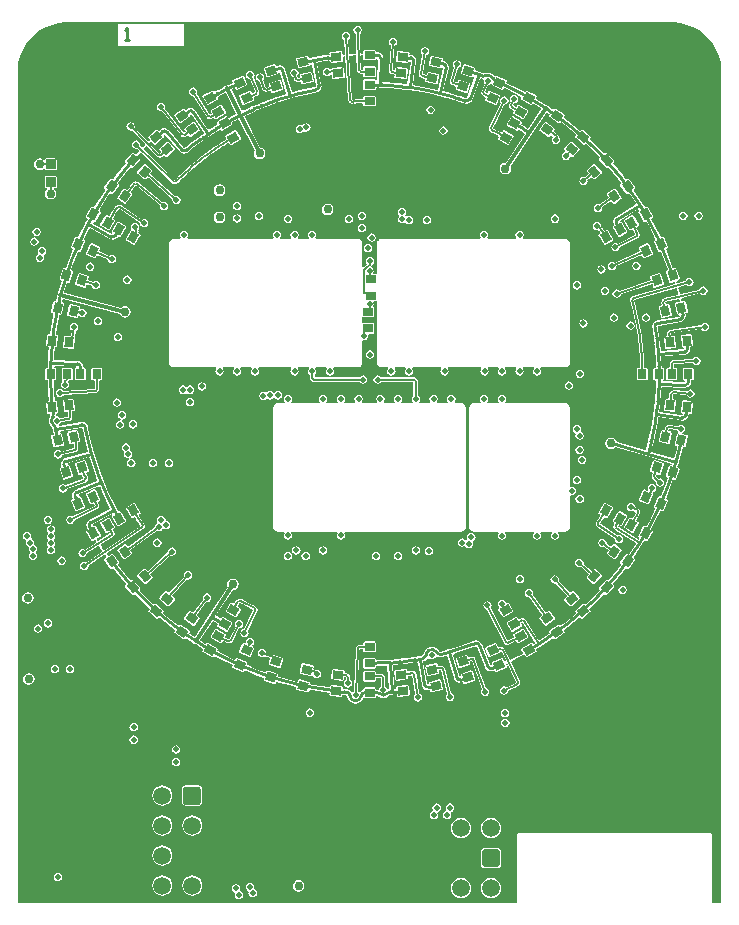
<source format=gbr>
%TF.GenerationSoftware,Altium Limited,Altium Designer,20.1.8 (145)*%
G04 Layer_Physical_Order=1*
G04 Layer_Color=2232046*
%FSLAX44Y44*%
%MOMM*%
%TF.SameCoordinates,136F3CA4-168E-489F-BF15-BD865E51D291*%
%TF.FilePolarity,Positive*%
%TF.FileFunction,Copper,L1,Top,Signal*%
%TF.Part,Single*%
G01*
G75*
%TA.AperFunction,Conductor*%
%ADD10C,0.1270*%
%ADD11C,0.2540*%
%ADD12C,0.1524*%
%ADD13C,0.1270*%
%TA.AperFunction,SMDPad,CuDef*%
G04:AMPARAMS|DCode=14|XSize=0.8mm|YSize=0.8mm|CornerRadius=0.004mm|HoleSize=0mm|Usage=FLASHONLY|Rotation=270.000|XOffset=0mm|YOffset=0mm|HoleType=Round|Shape=RoundedRectangle|*
%AMROUNDEDRECTD14*
21,1,0.8000,0.7920,0,0,270.0*
21,1,0.7920,0.8000,0,0,270.0*
1,1,0.0080,-0.3960,-0.3960*
1,1,0.0080,-0.3960,0.3960*
1,1,0.0080,0.3960,0.3960*
1,1,0.0080,0.3960,-0.3960*
%
%ADD14ROUNDEDRECTD14*%
G04:AMPARAMS|DCode=15|XSize=0.85mm|YSize=0.7mm|CornerRadius=0.0035mm|HoleSize=0mm|Usage=FLASHONLY|Rotation=270.000|XOffset=0mm|YOffset=0mm|HoleType=Round|Shape=RoundedRectangle|*
%AMROUNDEDRECTD15*
21,1,0.8500,0.6930,0,0,270.0*
21,1,0.8430,0.7000,0,0,270.0*
1,1,0.0070,-0.3465,-0.4215*
1,1,0.0070,-0.3465,0.4215*
1,1,0.0070,0.3465,0.4215*
1,1,0.0070,0.3465,-0.4215*
%
%ADD15ROUNDEDRECTD15*%
G04:AMPARAMS|DCode=16|XSize=0.85mm|YSize=0.7mm|CornerRadius=0.0035mm|HoleSize=0mm|Usage=FLASHONLY|Rotation=0.000|XOffset=0mm|YOffset=0mm|HoleType=Round|Shape=RoundedRectangle|*
%AMROUNDEDRECTD16*
21,1,0.8500,0.6930,0,0,0.0*
21,1,0.8430,0.7000,0,0,0.0*
1,1,0.0070,0.4215,-0.3465*
1,1,0.0070,-0.4215,-0.3465*
1,1,0.0070,-0.4215,0.3465*
1,1,0.0070,0.4215,0.3465*
%
%ADD16ROUNDEDRECTD16*%
G04:AMPARAMS|DCode=17|XSize=0.85mm|YSize=0.7mm|CornerRadius=0.0035mm|HoleSize=0mm|Usage=FLASHONLY|Rotation=354.000|XOffset=0mm|YOffset=0mm|HoleType=Round|Shape=RoundedRectangle|*
%AMROUNDEDRECTD17*
21,1,0.8500,0.6930,0,0,354.0*
21,1,0.8430,0.7000,0,0,354.0*
1,1,0.0070,0.3830,-0.3887*
1,1,0.0070,-0.4554,-0.3005*
1,1,0.0070,-0.3830,0.3887*
1,1,0.0070,0.4554,0.3005*
%
%ADD17ROUNDEDRECTD17*%
G04:AMPARAMS|DCode=18|XSize=0.85mm|YSize=0.7mm|CornerRadius=0.0035mm|HoleSize=0mm|Usage=FLASHONLY|Rotation=348.000|XOffset=0mm|YOffset=0mm|HoleType=Round|Shape=RoundedRectangle|*
%AMROUNDEDRECTD18*
21,1,0.8500,0.6930,0,0,348.0*
21,1,0.8430,0.7000,0,0,348.0*
1,1,0.0070,0.3403,-0.4266*
1,1,0.0070,-0.4843,-0.2513*
1,1,0.0070,-0.3403,0.4266*
1,1,0.0070,0.4843,0.2513*
%
%ADD18ROUNDEDRECTD18*%
G04:AMPARAMS|DCode=19|XSize=0.85mm|YSize=0.7mm|CornerRadius=0.0035mm|HoleSize=0mm|Usage=FLASHONLY|Rotation=342.000|XOffset=0mm|YOffset=0mm|HoleType=Round|Shape=RoundedRectangle|*
%AMROUNDEDRECTD19*
21,1,0.8500,0.6930,0,0,342.0*
21,1,0.8430,0.7000,0,0,342.0*
1,1,0.0070,0.2938,-0.4598*
1,1,0.0070,-0.5080,-0.1993*
1,1,0.0070,-0.2938,0.4598*
1,1,0.0070,0.5080,0.1993*
%
%ADD19ROUNDEDRECTD19*%
G04:AMPARAMS|DCode=20|XSize=0.85mm|YSize=0.7mm|CornerRadius=0.0035mm|HoleSize=0mm|Usage=FLASHONLY|Rotation=336.000|XOffset=0mm|YOffset=0mm|HoleType=Round|Shape=RoundedRectangle|*
%AMROUNDEDRECTD20*
21,1,0.8500,0.6930,0,0,336.0*
21,1,0.8430,0.7000,0,0,336.0*
1,1,0.0070,0.2441,-0.4880*
1,1,0.0070,-0.5260,-0.1451*
1,1,0.0070,-0.2441,0.4880*
1,1,0.0070,0.5260,0.1451*
%
%ADD20ROUNDEDRECTD20*%
G04:AMPARAMS|DCode=21|XSize=0.85mm|YSize=0.7mm|CornerRadius=0.0035mm|HoleSize=0mm|Usage=FLASHONLY|Rotation=330.000|XOffset=0mm|YOffset=0mm|HoleType=Round|Shape=RoundedRectangle|*
%AMROUNDEDRECTD21*
21,1,0.8500,0.6930,0,0,330.0*
21,1,0.8430,0.7000,0,0,330.0*
1,1,0.0070,0.1918,-0.5108*
1,1,0.0070,-0.5383,-0.0893*
1,1,0.0070,-0.1918,0.5108*
1,1,0.0070,0.5383,0.0893*
%
%ADD21ROUNDEDRECTD21*%
G04:AMPARAMS|DCode=22|XSize=0.85mm|YSize=0.7mm|CornerRadius=0.0035mm|HoleSize=0mm|Usage=FLASHONLY|Rotation=329.996|XOffset=0mm|YOffset=0mm|HoleType=Round|Shape=RoundedRectangle|*
%AMROUNDEDRECTD22*
21,1,0.8500,0.6930,0,0,330.0*
21,1,0.8430,0.7000,0,0,330.0*
1,1,0.0070,0.1918,-0.5108*
1,1,0.0070,-0.5383,-0.0893*
1,1,0.0070,-0.1918,0.5108*
1,1,0.0070,0.5383,0.0893*
%
%ADD22ROUNDEDRECTD22*%
G04:AMPARAMS|DCode=23|XSize=0.85mm|YSize=0.7mm|CornerRadius=0.0035mm|HoleSize=0mm|Usage=FLASHONLY|Rotation=324.000|XOffset=0mm|YOffset=0mm|HoleType=Round|Shape=RoundedRectangle|*
%AMROUNDEDRECTD23*
21,1,0.8500,0.6930,0,0,324.0*
21,1,0.8430,0.7000,0,0,324.0*
1,1,0.0070,0.1373,-0.5281*
1,1,0.0070,-0.5447,-0.0326*
1,1,0.0070,-0.1373,0.5281*
1,1,0.0070,0.5447,0.0326*
%
%ADD23ROUNDEDRECTD23*%
G04:AMPARAMS|DCode=24|XSize=0.85mm|YSize=0.7mm|CornerRadius=0.0035mm|HoleSize=0mm|Usage=FLASHONLY|Rotation=318.000|XOffset=0mm|YOffset=0mm|HoleType=Round|Shape=RoundedRectangle|*
%AMROUNDEDRECTD24*
21,1,0.8500,0.6930,0,0,318.0*
21,1,0.8430,0.7000,0,0,318.0*
1,1,0.0070,0.0814,-0.5395*
1,1,0.0070,-0.5451,0.0245*
1,1,0.0070,-0.0814,0.5395*
1,1,0.0070,0.5451,-0.0245*
%
%ADD24ROUNDEDRECTD24*%
G04:AMPARAMS|DCode=25|XSize=0.85mm|YSize=0.7mm|CornerRadius=0.0035mm|HoleSize=0mm|Usage=FLASHONLY|Rotation=312.000|XOffset=0mm|YOffset=0mm|HoleType=Round|Shape=RoundedRectangle|*
%AMROUNDEDRECTD25*
21,1,0.8500,0.6930,0,0,312.0*
21,1,0.8430,0.7000,0,0,312.0*
1,1,0.0070,0.0245,-0.5451*
1,1,0.0070,-0.5395,0.0814*
1,1,0.0070,-0.0245,0.5451*
1,1,0.0070,0.5395,-0.0814*
%
%ADD25ROUNDEDRECTD25*%
G04:AMPARAMS|DCode=26|XSize=0.85mm|YSize=0.7mm|CornerRadius=0.0035mm|HoleSize=0mm|Usage=FLASHONLY|Rotation=306.000|XOffset=0mm|YOffset=0mm|HoleType=Round|Shape=RoundedRectangle|*
%AMROUNDEDRECTD26*
21,1,0.8500,0.6930,0,0,306.0*
21,1,0.8430,0.7000,0,0,306.0*
1,1,0.0070,-0.0326,-0.5447*
1,1,0.0070,-0.5281,0.1373*
1,1,0.0070,0.0326,0.5447*
1,1,0.0070,0.5281,-0.1373*
%
%ADD26ROUNDEDRECTD26*%
G04:AMPARAMS|DCode=27|XSize=0.85mm|YSize=0.7mm|CornerRadius=0.0035mm|HoleSize=0mm|Usage=FLASHONLY|Rotation=300.000|XOffset=0mm|YOffset=0mm|HoleType=Round|Shape=RoundedRectangle|*
%AMROUNDEDRECTD27*
21,1,0.8500,0.6930,0,0,300.0*
21,1,0.8430,0.7000,0,0,300.0*
1,1,0.0070,-0.0893,-0.5383*
1,1,0.0070,-0.5108,0.1918*
1,1,0.0070,0.0893,0.5383*
1,1,0.0070,0.5108,-0.1918*
%
%ADD27ROUNDEDRECTD27*%
G04:AMPARAMS|DCode=28|XSize=0.85mm|YSize=0.7mm|CornerRadius=0.0035mm|HoleSize=0mm|Usage=FLASHONLY|Rotation=294.000|XOffset=0mm|YOffset=0mm|HoleType=Round|Shape=RoundedRectangle|*
%AMROUNDEDRECTD28*
21,1,0.8500,0.6930,0,0,294.0*
21,1,0.8430,0.7000,0,0,294.0*
1,1,0.0070,-0.1451,-0.5260*
1,1,0.0070,-0.4880,0.2441*
1,1,0.0070,0.1451,0.5260*
1,1,0.0070,0.4880,-0.2441*
%
%ADD28ROUNDEDRECTD28*%
G04:AMPARAMS|DCode=29|XSize=0.85mm|YSize=0.7mm|CornerRadius=0.0035mm|HoleSize=0mm|Usage=FLASHONLY|Rotation=288.000|XOffset=0mm|YOffset=0mm|HoleType=Round|Shape=RoundedRectangle|*
%AMROUNDEDRECTD29*
21,1,0.8500,0.6930,0,0,288.0*
21,1,0.8430,0.7000,0,0,288.0*
1,1,0.0070,-0.1993,-0.5080*
1,1,0.0070,-0.4598,0.2938*
1,1,0.0070,0.1993,0.5080*
1,1,0.0070,0.4598,-0.2938*
%
%ADD29ROUNDEDRECTD29*%
G04:AMPARAMS|DCode=30|XSize=0.85mm|YSize=0.7mm|CornerRadius=0.0035mm|HoleSize=0mm|Usage=FLASHONLY|Rotation=282.000|XOffset=0mm|YOffset=0mm|HoleType=Round|Shape=RoundedRectangle|*
%AMROUNDEDRECTD30*
21,1,0.8500,0.6930,0,0,282.0*
21,1,0.8430,0.7000,0,0,282.0*
1,1,0.0070,-0.2513,-0.4843*
1,1,0.0070,-0.4266,0.3403*
1,1,0.0070,0.2513,0.4843*
1,1,0.0070,0.4266,-0.3403*
%
%ADD30ROUNDEDRECTD30*%
G04:AMPARAMS|DCode=31|XSize=0.85mm|YSize=0.7mm|CornerRadius=0.0035mm|HoleSize=0mm|Usage=FLASHONLY|Rotation=276.000|XOffset=0mm|YOffset=0mm|HoleType=Round|Shape=RoundedRectangle|*
%AMROUNDEDRECTD31*
21,1,0.8500,0.6930,0,0,276.0*
21,1,0.8430,0.7000,0,0,276.0*
1,1,0.0070,-0.3005,-0.4554*
1,1,0.0070,-0.3887,0.3830*
1,1,0.0070,0.3005,0.4554*
1,1,0.0070,0.3887,-0.3830*
%
%ADD31ROUNDEDRECTD31*%
G04:AMPARAMS|DCode=32|XSize=0.85mm|YSize=0.7mm|CornerRadius=0.0035mm|HoleSize=0mm|Usage=FLASHONLY|Rotation=264.000|XOffset=0mm|YOffset=0mm|HoleType=Round|Shape=RoundedRectangle|*
%AMROUNDEDRECTD32*
21,1,0.8500,0.6930,0,0,264.0*
21,1,0.8430,0.7000,0,0,264.0*
1,1,0.0070,-0.3887,-0.3830*
1,1,0.0070,-0.3005,0.4554*
1,1,0.0070,0.3887,0.3830*
1,1,0.0070,0.3005,-0.4554*
%
%ADD32ROUNDEDRECTD32*%
G04:AMPARAMS|DCode=33|XSize=0.85mm|YSize=0.7mm|CornerRadius=0.0035mm|HoleSize=0mm|Usage=FLASHONLY|Rotation=258.000|XOffset=0mm|YOffset=0mm|HoleType=Round|Shape=RoundedRectangle|*
%AMROUNDEDRECTD33*
21,1,0.8500,0.6930,0,0,258.0*
21,1,0.8430,0.7000,0,0,258.0*
1,1,0.0070,-0.4266,-0.3403*
1,1,0.0070,-0.2513,0.4843*
1,1,0.0070,0.4266,0.3403*
1,1,0.0070,0.2513,-0.4843*
%
%ADD33ROUNDEDRECTD33*%
G04:AMPARAMS|DCode=34|XSize=0.85mm|YSize=0.7mm|CornerRadius=0.0035mm|HoleSize=0mm|Usage=FLASHONLY|Rotation=252.000|XOffset=0mm|YOffset=0mm|HoleType=Round|Shape=RoundedRectangle|*
%AMROUNDEDRECTD34*
21,1,0.8500,0.6930,0,0,252.0*
21,1,0.8430,0.7000,0,0,252.0*
1,1,0.0070,-0.4598,-0.2938*
1,1,0.0070,-0.1993,0.5080*
1,1,0.0070,0.4598,0.2938*
1,1,0.0070,0.1993,-0.5080*
%
%ADD34ROUNDEDRECTD34*%
G04:AMPARAMS|DCode=35|XSize=0.85mm|YSize=0.7mm|CornerRadius=0.0035mm|HoleSize=0mm|Usage=FLASHONLY|Rotation=245.984|XOffset=0mm|YOffset=0mm|HoleType=Round|Shape=RoundedRectangle|*
%AMROUNDEDRECTD35*
21,1,0.8500,0.6930,0,0,246.0*
21,1,0.8430,0.7000,0,0,246.0*
1,1,0.0070,-0.4880,-0.2440*
1,1,0.0070,-0.1450,0.5260*
1,1,0.0070,0.4880,0.2440*
1,1,0.0070,0.1450,-0.5260*
%
%ADD35ROUNDEDRECTD35*%
G04:AMPARAMS|DCode=36|XSize=0.85mm|YSize=0.7mm|CornerRadius=0.0035mm|HoleSize=0mm|Usage=FLASHONLY|Rotation=240.000|XOffset=0mm|YOffset=0mm|HoleType=Round|Shape=RoundedRectangle|*
%AMROUNDEDRECTD36*
21,1,0.8500,0.6930,0,0,240.0*
21,1,0.8430,0.7000,0,0,240.0*
1,1,0.0070,-0.5108,-0.1918*
1,1,0.0070,-0.0893,0.5383*
1,1,0.0070,0.5108,0.1918*
1,1,0.0070,0.0893,-0.5383*
%
%ADD36ROUNDEDRECTD36*%
G04:AMPARAMS|DCode=37|XSize=0.85mm|YSize=0.7mm|CornerRadius=0.0035mm|HoleSize=0mm|Usage=FLASHONLY|Rotation=240.000|XOffset=0mm|YOffset=0mm|HoleType=Round|Shape=RoundedRectangle|*
%AMROUNDEDRECTD37*
21,1,0.8500,0.6930,0,0,240.0*
21,1,0.8430,0.7000,0,0,240.0*
1,1,0.0070,-0.5108,-0.1918*
1,1,0.0070,-0.0893,0.5383*
1,1,0.0070,0.5108,0.1918*
1,1,0.0070,0.0893,-0.5383*
%
%ADD37ROUNDEDRECTD37*%
G04:AMPARAMS|DCode=38|XSize=0.85mm|YSize=0.7mm|CornerRadius=0.0035mm|HoleSize=0mm|Usage=FLASHONLY|Rotation=234.000|XOffset=0mm|YOffset=0mm|HoleType=Round|Shape=RoundedRectangle|*
%AMROUNDEDRECTD38*
21,1,0.8500,0.6930,0,0,234.0*
21,1,0.8430,0.7000,0,0,234.0*
1,1,0.0070,-0.5281,-0.1373*
1,1,0.0070,-0.0326,0.5447*
1,1,0.0070,0.5281,0.1373*
1,1,0.0070,0.0326,-0.5447*
%
%ADD38ROUNDEDRECTD38*%
G04:AMPARAMS|DCode=39|XSize=0.85mm|YSize=0.7mm|CornerRadius=0.0035mm|HoleSize=0mm|Usage=FLASHONLY|Rotation=228.000|XOffset=0mm|YOffset=0mm|HoleType=Round|Shape=RoundedRectangle|*
%AMROUNDEDRECTD39*
21,1,0.8500,0.6930,0,0,228.0*
21,1,0.8430,0.7000,0,0,228.0*
1,1,0.0070,-0.5395,-0.0814*
1,1,0.0070,0.0245,0.5451*
1,1,0.0070,0.5395,0.0814*
1,1,0.0070,-0.0245,-0.5451*
%
%ADD39ROUNDEDRECTD39*%
G04:AMPARAMS|DCode=40|XSize=0.85mm|YSize=0.7mm|CornerRadius=0.0035mm|HoleSize=0mm|Usage=FLASHONLY|Rotation=222.000|XOffset=0mm|YOffset=0mm|HoleType=Round|Shape=RoundedRectangle|*
%AMROUNDEDRECTD40*
21,1,0.8500,0.6930,0,0,222.0*
21,1,0.8430,0.7000,0,0,222.0*
1,1,0.0070,-0.5451,-0.0245*
1,1,0.0070,0.0814,0.5395*
1,1,0.0070,0.5451,0.0245*
1,1,0.0070,-0.0814,-0.5395*
%
%ADD40ROUNDEDRECTD40*%
G04:AMPARAMS|DCode=41|XSize=0.85mm|YSize=0.7mm|CornerRadius=0.0035mm|HoleSize=0mm|Usage=FLASHONLY|Rotation=216.000|XOffset=0mm|YOffset=0mm|HoleType=Round|Shape=RoundedRectangle|*
%AMROUNDEDRECTD41*
21,1,0.8500,0.6930,0,0,216.0*
21,1,0.8430,0.7000,0,0,216.0*
1,1,0.0070,-0.5447,0.0326*
1,1,0.0070,0.1373,0.5281*
1,1,0.0070,0.5447,-0.0326*
1,1,0.0070,-0.1373,-0.5281*
%
%ADD41ROUNDEDRECTD41*%
G04:AMPARAMS|DCode=42|XSize=0.85mm|YSize=0.7mm|CornerRadius=0.0035mm|HoleSize=0mm|Usage=FLASHONLY|Rotation=210.000|XOffset=0mm|YOffset=0mm|HoleType=Round|Shape=RoundedRectangle|*
%AMROUNDEDRECTD42*
21,1,0.8500,0.6930,0,0,210.0*
21,1,0.8430,0.7000,0,0,210.0*
1,1,0.0070,-0.5383,0.0893*
1,1,0.0070,0.1918,0.5108*
1,1,0.0070,0.5383,-0.0893*
1,1,0.0070,-0.1918,-0.5108*
%
%ADD42ROUNDEDRECTD42*%
G04:AMPARAMS|DCode=43|XSize=0.85mm|YSize=0.7mm|CornerRadius=0.0035mm|HoleSize=0mm|Usage=FLASHONLY|Rotation=204.000|XOffset=0mm|YOffset=0mm|HoleType=Round|Shape=RoundedRectangle|*
%AMROUNDEDRECTD43*
21,1,0.8500,0.6930,0,0,204.0*
21,1,0.8430,0.7000,0,0,204.0*
1,1,0.0070,-0.5260,0.1451*
1,1,0.0070,0.2441,0.4880*
1,1,0.0070,0.5260,-0.1451*
1,1,0.0070,-0.2441,-0.4880*
%
%ADD43ROUNDEDRECTD43*%
G04:AMPARAMS|DCode=44|XSize=0.85mm|YSize=0.7mm|CornerRadius=0.0035mm|HoleSize=0mm|Usage=FLASHONLY|Rotation=198.000|XOffset=0mm|YOffset=0mm|HoleType=Round|Shape=RoundedRectangle|*
%AMROUNDEDRECTD44*
21,1,0.8500,0.6930,0,0,198.0*
21,1,0.8430,0.7000,0,0,198.0*
1,1,0.0070,-0.5080,0.1993*
1,1,0.0070,0.2938,0.4598*
1,1,0.0070,0.5080,-0.1993*
1,1,0.0070,-0.2938,-0.4598*
%
%ADD44ROUNDEDRECTD44*%
G04:AMPARAMS|DCode=45|XSize=0.85mm|YSize=0.7mm|CornerRadius=0.0035mm|HoleSize=0mm|Usage=FLASHONLY|Rotation=191.972|XOffset=0mm|YOffset=0mm|HoleType=Round|Shape=RoundedRectangle|*
%AMROUNDEDRECTD45*
21,1,0.8500,0.6930,0,0,192.0*
21,1,0.8430,0.7000,0,0,192.0*
1,1,0.0070,-0.4842,0.2515*
1,1,0.0070,0.3404,0.4264*
1,1,0.0070,0.4842,-0.2515*
1,1,0.0070,-0.3404,-0.4264*
%
%ADD45ROUNDEDRECTD45*%
G04:AMPARAMS|DCode=46|XSize=0.85mm|YSize=0.7mm|CornerRadius=0.0035mm|HoleSize=0mm|Usage=FLASHONLY|Rotation=186.000|XOffset=0mm|YOffset=0mm|HoleType=Round|Shape=RoundedRectangle|*
%AMROUNDEDRECTD46*
21,1,0.8500,0.6930,0,0,186.0*
21,1,0.8430,0.7000,0,0,186.0*
1,1,0.0070,-0.4554,0.3005*
1,1,0.0070,0.3830,0.3887*
1,1,0.0070,0.4554,-0.3005*
1,1,0.0070,-0.3830,-0.3887*
%
%ADD46ROUNDEDRECTD46*%
%TA.AperFunction,Conductor*%
%ADD47C,0.3048*%
%ADD48C,0.2032*%
%TA.AperFunction,NonConductor*%
%ADD49C,0.2540*%
%TA.AperFunction,ViaPad*%
%ADD50C,5.5000*%
%TA.AperFunction,ComponentPad*%
%ADD51C,0.5600*%
%ADD52O,2.2000X1.1000*%
%ADD53O,1.9000X1.1000*%
G04:AMPARAMS|DCode=54|XSize=1.5mm|YSize=1.5mm|CornerRadius=0.1875mm|HoleSize=0mm|Usage=FLASHONLY|Rotation=270.000|XOffset=0mm|YOffset=0mm|HoleType=Round|Shape=RoundedRectangle|*
%AMROUNDEDRECTD54*
21,1,1.5000,1.1250,0,0,270.0*
21,1,1.1250,1.5000,0,0,270.0*
1,1,0.3750,-0.5625,-0.5625*
1,1,0.3750,-0.5625,0.5625*
1,1,0.3750,0.5625,0.5625*
1,1,0.3750,0.5625,-0.5625*
%
%ADD54ROUNDEDRECTD54*%
%ADD55C,1.5000*%
G04:AMPARAMS|DCode=56|XSize=1.5mm|YSize=1.5mm|CornerRadius=0.15mm|HoleSize=0mm|Usage=FLASHONLY|Rotation=180.000|XOffset=0mm|YOffset=0mm|HoleType=Round|Shape=RoundedRectangle|*
%AMROUNDEDRECTD56*
21,1,1.5000,1.2000,0,0,180.0*
21,1,1.2000,1.5000,0,0,180.0*
1,1,0.3000,-0.6000,0.6000*
1,1,0.3000,0.6000,0.6000*
1,1,0.3000,0.6000,-0.6000*
1,1,0.3000,-0.6000,-0.6000*
%
%ADD56ROUNDEDRECTD56*%
%TA.AperFunction,ViaPad*%
%ADD57C,0.7600*%
%ADD58C,0.4600*%
%ADD59C,1.8000*%
G36*
X263399Y297226D02*
X268839Y295768D01*
X274042Y293613D01*
X278919Y290797D01*
X283387Y287369D01*
X287369Y283387D01*
X290797Y278919D01*
X293613Y274042D01*
X295768Y268839D01*
X297226Y263399D01*
X297961Y257816D01*
Y255000D01*
Y-447961D01*
X290008D01*
X289924Y-447835D01*
Y-390169D01*
X289602Y-389391D01*
X288824Y-389069D01*
X125746D01*
X124969Y-389391D01*
X124647Y-390169D01*
Y-447835D01*
X124563Y-447961D01*
X-297961D01*
Y255000D01*
Y257816D01*
X-297226Y263399D01*
X-295768Y268839D01*
X-293613Y274042D01*
X-290797Y278919D01*
X-287369Y283387D01*
X-283387Y287369D01*
X-278919Y290797D01*
X-274042Y293613D01*
X-268839Y295768D01*
X-263399Y297226D01*
X-257816Y297961D01*
X257816D01*
X263399Y297226D01*
D02*
G37*
%LPC*%
G36*
X-197785Y296017D02*
X-212517D01*
Y296000D01*
X-213000D01*
Y278000D01*
X-157000D01*
Y296000D01*
X-197785D01*
Y296017D01*
D02*
G37*
G36*
X-10165Y294641D02*
X-11530Y294370D01*
X-12688Y293596D01*
X-13461Y292438D01*
X-13733Y291073D01*
X-13461Y289707D01*
X-12688Y288549D01*
X-11739Y287915D01*
X-11172Y271683D01*
X-11853Y270893D01*
X-11893Y270859D01*
X-16494Y270600D01*
X-16524Y270621D01*
X-17287Y271347D01*
X-18092Y282858D01*
X-17462Y283279D01*
X-16688Y284436D01*
X-16417Y285802D01*
X-16688Y287168D01*
X-17462Y288326D01*
X-18620Y289099D01*
X-19985Y289371D01*
X-21351Y289099D01*
X-22509Y288326D01*
X-23282Y287168D01*
X-23554Y285802D01*
X-23282Y284436D01*
X-22509Y283279D01*
X-21447Y282569D01*
X-20644Y271092D01*
X-21316Y270330D01*
X-21952Y270294D01*
X-22003Y270269D01*
X-22793Y270582D01*
X-23088Y270879D01*
X-23262Y272526D01*
X-23677Y273291D01*
X-24512Y273539D01*
X-32896Y272658D01*
X-33661Y272242D01*
X-33908Y271407D01*
X-33782Y270210D01*
X-35485Y270008D01*
X-35531Y269993D01*
X-35578Y269996D01*
X-37868Y269685D01*
X-37891Y269677D01*
X-37915Y269678D01*
X-37918Y269678D01*
X-37928Y269674D01*
X-37938Y269675D01*
X-42552Y268985D01*
X-42597Y268969D01*
X-42644Y268971D01*
X-47270Y268197D01*
X-47279Y268193D01*
X-47290Y268193D01*
X-47299Y268190D01*
X-47310Y268190D01*
X-51373Y267437D01*
X-51621Y268602D01*
X-52114Y269319D01*
X-52970Y269478D01*
X-61216Y267725D01*
X-61933Y267232D01*
X-62092Y266376D01*
X-60651Y259598D01*
X-60158Y258880D01*
X-59302Y258722D01*
X-51056Y260474D01*
X-50339Y260967D01*
X-50180Y261823D01*
X-49503Y262354D01*
X-48505Y261665D01*
X-45412Y244118D01*
X-45438Y243305D01*
X-46208Y242988D01*
X-46442Y242926D01*
X-47145Y242795D01*
X-47182Y242781D01*
X-47220Y242781D01*
X-47223Y242780D01*
X-47228Y242778D01*
X-47235Y242778D01*
X-51378Y241935D01*
X-51420Y241918D01*
X-51465Y241917D01*
X-55591Y241002D01*
X-55633Y240984D01*
X-55679Y240982D01*
X-59784Y239996D01*
X-59828Y239976D01*
X-59876Y239973D01*
X-63964Y238916D01*
X-64001Y238898D01*
X-64042Y238895D01*
X-64046Y238894D01*
X-64050Y238892D01*
X-64055Y238892D01*
X-65957Y238364D01*
X-71476Y257710D01*
X-71525Y257805D01*
X-71617Y258266D01*
X-72683Y259863D01*
X-74280Y260929D01*
X-76163Y261304D01*
X-77384Y261061D01*
X-77592Y261040D01*
X-77600Y261037D01*
X-77603Y261036D01*
X-77607Y261035D01*
X-79043Y260589D01*
X-79415Y261735D01*
X-79980Y262397D01*
X-80848Y262465D01*
X-88865Y259860D01*
X-89528Y259295D01*
X-89596Y258427D01*
X-87454Y251836D01*
X-86889Y251174D01*
X-86021Y251105D01*
X-78004Y253710D01*
X-77341Y254276D01*
X-77273Y255144D01*
X-76584Y255643D01*
X-75564Y255049D01*
X-70437Y237079D01*
X-72258Y236540D01*
X-72301Y236517D01*
X-72349Y236512D01*
X-72354Y236510D01*
X-72361Y236507D01*
X-72368Y236506D01*
X-78419Y234569D01*
X-78459Y234547D01*
X-78520Y234535D01*
X-78525Y234534D01*
X-81635Y233463D01*
X-82589Y233144D01*
X-82589Y233144D01*
X-82589Y233144D01*
X-83495Y232804D01*
X-85729Y231991D01*
X-86675Y231676D01*
X-86675Y231676D01*
X-86675Y231676D01*
X-86671Y231647D01*
X-87498Y231325D01*
X-91774Y229663D01*
X-92557Y229358D01*
X-92592Y229374D01*
X-92710Y229351D01*
X-92728Y229339D01*
X-93647Y228904D01*
X-97738Y227188D01*
X-98511Y226864D01*
X-98574Y226891D01*
X-98677Y226822D01*
X-98667Y226798D01*
X-98667Y226798D01*
X-99475Y226438D01*
X-101699Y225448D01*
X-102523Y225081D01*
X-102533Y225105D01*
X-102570Y225080D01*
X-103435Y224652D01*
X-103435Y224652D01*
X-108014Y222492D01*
X-116611Y240119D01*
X-116272Y241076D01*
X-114379Y241959D01*
X-113428Y241603D01*
X-113299Y241315D01*
X-112668Y240715D01*
X-111797Y240738D01*
X-104096Y244167D01*
X-103497Y244799D01*
X-103520Y245669D01*
X-106338Y252000D01*
X-106970Y252599D01*
X-107840Y252576D01*
X-115541Y249147D01*
X-116141Y248516D01*
X-116118Y247646D01*
X-115619Y246524D01*
X-119345Y244787D01*
X-119366Y244771D01*
X-119391Y244765D01*
X-120334Y244300D01*
X-120436Y244314D01*
X-121413Y244056D01*
X-122217Y243445D01*
X-122288Y243323D01*
X-125709Y241580D01*
X-125744Y241553D01*
X-125786Y241540D01*
X-129903Y239351D01*
X-129944Y239317D01*
X-129996Y239300D01*
X-131495Y238461D01*
X-132097Y239504D01*
X-132788Y240034D01*
X-133651Y239920D01*
X-140952Y235705D01*
X-141482Y235014D01*
X-141368Y234151D01*
X-137903Y228150D01*
X-137212Y227620D01*
X-136349Y227733D01*
X-129048Y231948D01*
X-128518Y232639D01*
X-128632Y233502D01*
X-128802Y233797D01*
X-128576Y234619D01*
X-127679Y235162D01*
X-127678Y235162D01*
X-127676Y235163D01*
X-127714Y235236D01*
X-124465Y236963D01*
X-123559Y237352D01*
X-123557Y237353D01*
X-123579Y237397D01*
X-123593Y237427D01*
X-122211Y238131D01*
X-121247Y237809D01*
X-112651Y220183D01*
X-116062Y218408D01*
X-116109Y218370D01*
X-116166Y218352D01*
X-116173Y218348D01*
X-116176Y218346D01*
X-116180Y218344D01*
X-118983Y216790D01*
X-119597Y217853D01*
X-120288Y218383D01*
X-121151Y218270D01*
X-128452Y214055D01*
X-128982Y213364D01*
X-128868Y212501D01*
X-128254Y211438D01*
X-131002Y209787D01*
X-131053Y209741D01*
X-131116Y209716D01*
X-134661Y207458D01*
X-134710Y207411D01*
X-134771Y207385D01*
X-136352Y206319D01*
X-147618Y223021D01*
X-147778Y223179D01*
X-148180Y223781D01*
X-149776Y224848D01*
X-151659Y225222D01*
X-153542Y224848D01*
X-154226Y224390D01*
X-154458Y224288D01*
X-154465Y224283D01*
X-154467Y224281D01*
X-154470Y224279D01*
X-155701Y223410D01*
X-156408Y224384D01*
X-157151Y224839D01*
X-157997Y224636D01*
X-164817Y219681D01*
X-165272Y218938D01*
X-165069Y218092D01*
X-160996Y212485D01*
X-160253Y212030D01*
X-159407Y212234D01*
X-152587Y217188D01*
X-152132Y217931D01*
X-152335Y218778D01*
X-151854Y219443D01*
X-150680Y219224D01*
X-140217Y203712D01*
X-141802Y202643D01*
X-141850Y202595D01*
X-141911Y202567D01*
X-145338Y200123D01*
X-145377Y200082D01*
X-145428Y200057D01*
X-150514Y196259D01*
X-150558Y196211D01*
X-150616Y196181D01*
X-155605Y192248D01*
X-155640Y192207D01*
X-155687Y192181D01*
X-156239Y191727D01*
X-156472Y191562D01*
X-157174Y191200D01*
X-157816Y191703D01*
X-170106Y206350D01*
X-170140Y206378D01*
X-170163Y206416D01*
X-170163Y206416D01*
X-170174Y206424D01*
X-170357Y206698D01*
X-171954Y207765D01*
X-173837Y208140D01*
X-175720Y207765D01*
X-176967Y206932D01*
X-177035Y206893D01*
X-178185Y205893D01*
X-179006Y206806D01*
X-179792Y207181D01*
X-180613Y206890D01*
X-186877Y201249D01*
X-187252Y200463D01*
X-186961Y199643D01*
X-186073Y198656D01*
X-186151Y197224D01*
X-186295Y197095D01*
X-186309Y197066D01*
X-186340Y197053D01*
X-186647Y196745D01*
X-187663Y196754D01*
X-198960Y208453D01*
X-198751Y209508D01*
X-199022Y210873D01*
X-199796Y212031D01*
X-200954Y212805D01*
X-202319Y213076D01*
X-203685Y212805D01*
X-204843Y212031D01*
X-205616Y210873D01*
X-205888Y209508D01*
X-205616Y208142D01*
X-204843Y206984D01*
X-203685Y206211D01*
X-202319Y205939D01*
X-201392Y206124D01*
X-190087Y194417D01*
X-190061Y193370D01*
X-190067Y193326D01*
X-191662Y191731D01*
X-191686Y191728D01*
X-192745Y191770D01*
X-194193Y193193D01*
X-194002Y194152D01*
X-194273Y195518D01*
X-195047Y196675D01*
X-196205Y197449D01*
X-197570Y197721D01*
X-198936Y197449D01*
X-200094Y196675D01*
X-200867Y195518D01*
X-201139Y194152D01*
X-200867Y192786D01*
X-200094Y191628D01*
X-198936Y190855D01*
X-197570Y190583D01*
X-196548Y190787D01*
X-195074Y189339D01*
X-195070Y188323D01*
X-197053Y186340D01*
X-197066Y186309D01*
X-197095Y186295D01*
X-197224Y186151D01*
X-198656Y186073D01*
X-199643Y186961D01*
X-200463Y187252D01*
X-201249Y186877D01*
X-206890Y180613D01*
X-207181Y179792D01*
X-206806Y179006D01*
X-205925Y178213D01*
X-214437Y168001D01*
X-217116Y164360D01*
X-218092Y165069D01*
X-218938Y165272D01*
X-219681Y164817D01*
X-224636Y157997D01*
X-224839Y157151D01*
X-224384Y156408D01*
X-224043Y156161D01*
X-223887Y155157D01*
X-224189Y154747D01*
X-233123Y140928D01*
X-233304Y140879D01*
X-234151Y141368D01*
X-235014Y141482D01*
X-235705Y140952D01*
X-239920Y133651D01*
X-240034Y132788D01*
X-239504Y132097D01*
X-238448Y131487D01*
X-240488Y127870D01*
X-241207Y126595D01*
X-246547Y115629D01*
X-247646Y116118D01*
X-248516Y116141D01*
X-249147Y115541D01*
X-252576Y107840D01*
X-252599Y106970D01*
X-252000Y106338D01*
X-250880Y105840D01*
X-254708Y96598D01*
X-257257Y89210D01*
X-258431Y89590D01*
X-259298Y89522D01*
X-259864Y88859D01*
X-262466Y80841D01*
X-262397Y79973D01*
X-261735Y79408D01*
X-260631Y79050D01*
X-263689Y68081D01*
X-263767Y68011D01*
X-264202Y67099D01*
X-264255Y66090D01*
X-264249Y66072D01*
X-264494Y65192D01*
X-265213Y61845D01*
X-266376Y62092D01*
X-267232Y61933D01*
X-267725Y61216D01*
X-269478Y52970D01*
X-269319Y52114D01*
X-268602Y51621D01*
X-268163Y51528D01*
X-267611Y50675D01*
X-267948Y49103D01*
X-270279Y33790D01*
X-271407Y33908D01*
X-272242Y33661D01*
X-272658Y32896D01*
X-273539Y24512D01*
X-273291Y23677D01*
X-272526Y23262D01*
X-271306Y23133D01*
X-271913Y16448D01*
X-272117Y9708D01*
X-272165Y9504D01*
X-272158Y9463D01*
X-272166Y9423D01*
X-272131Y9245D01*
X-272248Y5353D01*
X-273465D01*
X-274269Y5019D01*
X-274603Y4215D01*
Y-4215D01*
X-274269Y-5019D01*
X-273465Y-5353D01*
X-272248D01*
X-271913Y-16448D01*
X-271306Y-23133D01*
X-272526Y-23262D01*
X-273291Y-23677D01*
X-273539Y-24512D01*
X-272658Y-32896D01*
X-272242Y-33661D01*
X-271407Y-33908D01*
X-270787Y-33843D01*
X-270452Y-34243D01*
X-270219Y-34763D01*
X-270266Y-34962D01*
X-270196Y-34999D01*
X-270845Y-36231D01*
X-270885Y-36367D01*
X-271436Y-37697D01*
X-271679Y-39539D01*
X-271436Y-41381D01*
X-270725Y-43097D01*
X-269594Y-44571D01*
X-269060Y-44981D01*
X-269020Y-45042D01*
X-268787Y-45325D01*
X-268524Y-45753D01*
X-268287Y-46743D01*
X-268195Y-47280D01*
X-268193Y-47285D01*
X-268193Y-47290D01*
X-268186Y-47309D01*
X-268186Y-47330D01*
X-267401Y-51366D01*
X-268602Y-51621D01*
X-269319Y-52114D01*
X-269478Y-52970D01*
X-267725Y-61216D01*
X-267232Y-61933D01*
X-266376Y-62092D01*
X-259598Y-60651D01*
X-258880Y-60158D01*
X-258722Y-59302D01*
X-260474Y-51056D01*
X-260967Y-50339D01*
X-261823Y-50180D01*
X-262328Y-49504D01*
X-261638Y-48501D01*
X-244353Y-45453D01*
X-243979Y-45416D01*
X-243303Y-45443D01*
X-242953Y-46293D01*
X-242791Y-47172D01*
X-242789Y-47193D01*
X-242789Y-47193D01*
X-240210Y-59206D01*
X-238339Y-65918D01*
X-257727Y-71477D01*
X-257817Y-71524D01*
X-258267Y-71613D01*
X-259864Y-72680D01*
X-260931Y-74276D01*
X-261305Y-76160D01*
X-261057Y-77407D01*
X-261036Y-77604D01*
X-260590Y-79043D01*
X-261735Y-79415D01*
X-262397Y-79980D01*
X-262465Y-80848D01*
X-259860Y-88865D01*
X-259295Y-89528D01*
X-258427Y-89596D01*
X-251836Y-87454D01*
X-251174Y-86889D01*
X-251105Y-86021D01*
X-253710Y-78004D01*
X-254276Y-77341D01*
X-255144Y-77273D01*
X-255568Y-77053D01*
X-255688Y-76663D01*
X-255048Y-75559D01*
X-237780Y-70607D01*
X-236893Y-71103D01*
X-236197Y-73602D01*
X-231322Y-87729D01*
X-230456Y-89818D01*
X-230849Y-90755D01*
X-247904Y-97646D01*
X-248846Y-97983D01*
X-248895Y-97993D01*
X-249654Y-98500D01*
X-250492Y-99060D01*
X-251558Y-100656D01*
X-251933Y-102539D01*
X-251558Y-104422D01*
X-251558Y-104422D01*
X-251320Y-104925D01*
X-251612Y-106166D01*
X-252000Y-106338D01*
X-252599Y-106970D01*
X-252576Y-107840D01*
X-249147Y-115541D01*
X-248516Y-116141D01*
X-247646Y-116118D01*
X-241315Y-113299D01*
X-240715Y-112668D01*
X-240738Y-111797D01*
X-244167Y-104096D01*
X-244799Y-103497D01*
X-245669Y-103520D01*
X-246235Y-102886D01*
X-245752Y-101804D01*
X-228396Y-94792D01*
X-225603Y-101536D01*
X-219500Y-114070D01*
X-237230Y-123498D01*
X-237390Y-123629D01*
X-238427Y-124321D01*
X-239494Y-125918D01*
X-239868Y-127801D01*
X-239494Y-129684D01*
X-239231Y-130076D01*
X-239197Y-130181D01*
X-238461Y-131495D01*
X-239504Y-132097D01*
X-240034Y-132788D01*
X-239920Y-133651D01*
X-235705Y-140952D01*
X-235014Y-141482D01*
X-234151Y-141368D01*
X-232759Y-140564D01*
X-231757Y-140802D01*
X-231682Y-140835D01*
X-231185Y-141627D01*
X-231383Y-142493D01*
X-231663Y-142774D01*
X-241245Y-148762D01*
X-241600Y-148525D01*
X-242966Y-148253D01*
X-244331Y-148525D01*
X-245489Y-149298D01*
X-246263Y-150456D01*
X-246534Y-151822D01*
X-246263Y-153188D01*
X-245489Y-154345D01*
X-244331Y-155119D01*
X-242966Y-155391D01*
X-241600Y-155119D01*
X-240442Y-154345D01*
X-239669Y-153188D01*
X-239397Y-151822D01*
X-239441Y-151604D01*
X-229689Y-145511D01*
X-228634Y-145696D01*
X-228627Y-145698D01*
X-226174Y-149602D01*
X-226177Y-149675D01*
X-226406Y-150683D01*
X-239834Y-159740D01*
X-240091Y-159568D01*
X-241457Y-159296D01*
X-242823Y-159568D01*
X-243981Y-160342D01*
X-244754Y-161499D01*
X-245026Y-162865D01*
X-244754Y-164231D01*
X-243981Y-165388D01*
X-242823Y-166162D01*
X-241457Y-166434D01*
X-240091Y-166162D01*
X-238934Y-165388D01*
X-238160Y-164231D01*
X-237889Y-162865D01*
X-237955Y-162533D01*
X-224437Y-153415D01*
X-223436Y-153587D01*
X-222842Y-154430D01*
X-223028Y-155423D01*
X-224384Y-156408D01*
X-224839Y-157151D01*
X-224636Y-157997D01*
X-219681Y-164817D01*
X-218938Y-165272D01*
X-218092Y-165069D01*
X-217116Y-164360D01*
X-214437Y-168001D01*
X-205925Y-178213D01*
X-206806Y-179006D01*
X-207181Y-179792D01*
X-206890Y-180613D01*
X-201249Y-186877D01*
X-200463Y-187252D01*
X-199643Y-186961D01*
X-198728Y-186138D01*
X-192623Y-192623D01*
X-186138Y-198728D01*
X-186961Y-199643D01*
X-187252Y-200463D01*
X-186877Y-201249D01*
X-180613Y-206890D01*
X-179792Y-207181D01*
X-179006Y-206806D01*
X-178213Y-205925D01*
X-168001Y-214437D01*
X-164360Y-217116D01*
X-165069Y-218092D01*
X-165272Y-218938D01*
X-164817Y-219681D01*
X-157997Y-224636D01*
X-157151Y-224839D01*
X-156408Y-224384D01*
X-156161Y-224043D01*
X-155157Y-223887D01*
X-154747Y-224189D01*
X-149261Y-227736D01*
X-149187Y-227908D01*
X-148463Y-228613D01*
X-147524Y-228987D01*
X-147329Y-228985D01*
X-140928Y-233123D01*
X-140879Y-233304D01*
X-141368Y-234151D01*
X-141482Y-235014D01*
X-140952Y-235705D01*
X-133651Y-239920D01*
X-132788Y-240034D01*
X-132097Y-239504D01*
X-131487Y-238448D01*
X-126595Y-241207D01*
X-115629Y-246547D01*
X-116118Y-247646D01*
X-116141Y-248516D01*
X-115541Y-249147D01*
X-107840Y-252576D01*
X-106970Y-252599D01*
X-106338Y-252000D01*
X-105840Y-250880D01*
X-96598Y-254708D01*
X-89215Y-257255D01*
X-89596Y-258427D01*
X-89528Y-259295D01*
X-88865Y-259860D01*
X-80848Y-262465D01*
X-79980Y-262397D01*
X-79415Y-261735D01*
X-79056Y-260630D01*
X-65192Y-264494D01*
X-61845Y-265213D01*
X-62092Y-266376D01*
X-61933Y-267232D01*
X-61216Y-267725D01*
X-52970Y-269478D01*
X-52114Y-269319D01*
X-51621Y-268602D01*
X-51528Y-268163D01*
X-50675Y-267611D01*
X-49103Y-267948D01*
X-33790Y-270279D01*
X-33908Y-271407D01*
X-33661Y-272242D01*
X-32896Y-272658D01*
X-24512Y-273539D01*
X-23677Y-273291D01*
X-23262Y-272526D01*
X-23136Y-271329D01*
X-21419Y-271486D01*
X-21372Y-271482D01*
X-21336Y-271489D01*
X-21314Y-271495D01*
X-20665Y-271540D01*
X-19655Y-271658D01*
X-19011Y-272311D01*
X-18951Y-272308D01*
X-18750Y-273833D01*
X-18039Y-275549D01*
X-16908Y-277023D01*
X-15434Y-278154D01*
X-13717Y-278865D01*
X-11875Y-279108D01*
X-10033Y-278865D01*
X-8317Y-278154D01*
X-6843Y-277023D01*
X-5712Y-275549D01*
X-5182Y-274269D01*
X-5019Y-274269D01*
X-4215Y-274603D01*
X4215D01*
X5019Y-274269D01*
X5353Y-273465D01*
Y-272730D01*
X5583Y-272529D01*
X6313Y-272201D01*
X6536Y-272250D01*
X6621Y-272281D01*
X6621Y-272281D01*
X6636Y-272278D01*
X8110Y-273409D01*
X9826Y-274120D01*
X11668Y-274362D01*
X13510Y-274120D01*
X15227Y-273409D01*
X16701Y-272278D01*
X17186Y-271798D01*
X17681Y-271538D01*
X17680Y-271502D01*
X17685Y-271497D01*
X21991Y-271294D01*
X22017Y-271287D01*
X22044Y-271291D01*
X23124Y-271215D01*
X23262Y-272526D01*
X23677Y-273291D01*
X24512Y-273539D01*
X32896Y-272658D01*
X33661Y-272242D01*
X33908Y-271407D01*
X33184Y-264515D01*
X32768Y-263750D01*
X31934Y-263503D01*
X23550Y-264384D01*
X22785Y-264799D01*
X22537Y-265634D01*
X22541Y-265674D01*
X21788Y-266394D01*
X21137Y-266180D01*
X20936Y-265992D01*
X19577Y-246546D01*
X21505Y-246394D01*
X21516Y-246393D01*
X21559Y-246381D01*
X21603Y-246385D01*
X25805Y-245980D01*
X25805D01*
X25811Y-245980D01*
X25855Y-245967D01*
X25900Y-245971D01*
X30102Y-245492D01*
X30144Y-245478D01*
X30188Y-245481D01*
X34375Y-244930D01*
X34380Y-244928D01*
X34386Y-244928D01*
X34387Y-244928D01*
X34426Y-244915D01*
X34468Y-244917D01*
X38635Y-244294D01*
X38708Y-244268D01*
X38786Y-244269D01*
X39937Y-244061D01*
X40770Y-244642D01*
X44053Y-263257D01*
X44143Y-263491D01*
X44326Y-264408D01*
X45509Y-266179D01*
X47279Y-267362D01*
X49367Y-267777D01*
X50191Y-267613D01*
X50420D01*
X51363Y-267426D01*
X51612Y-268601D01*
X52105Y-269319D01*
X52961Y-269478D01*
X61208Y-267729D01*
X61926Y-267236D01*
X62085Y-266380D01*
X60647Y-259601D01*
X60154Y-258883D01*
X59298Y-258724D01*
X51052Y-260473D01*
X50334Y-260966D01*
X50175Y-261822D01*
X50246Y-262158D01*
X50165Y-262280D01*
X49585Y-262417D01*
X48513Y-261708D01*
X45380Y-243939D01*
X45694Y-243045D01*
X45933Y-242953D01*
X46859Y-242769D01*
X48630Y-241586D01*
X49230Y-240687D01*
X50470Y-240661D01*
X51383Y-241271D01*
X52749Y-241543D01*
X54114Y-241271D01*
X55272Y-240497D01*
X55914Y-239537D01*
X56954Y-239010D01*
X57651Y-239476D01*
X59740Y-239891D01*
X60832Y-239674D01*
X61091Y-239659D01*
X63968Y-238915D01*
X64011Y-238894D01*
X64059Y-238891D01*
X65928Y-238372D01*
X71480Y-257738D01*
X71525Y-257825D01*
X71613Y-258267D01*
X72680Y-259864D01*
X74276Y-260931D01*
X76160Y-261305D01*
X77399Y-261059D01*
X77603Y-261036D01*
X77609Y-261035D01*
X79043Y-260589D01*
X79415Y-261735D01*
X79980Y-262397D01*
X80848Y-262465D01*
X88865Y-259860D01*
X89528Y-259295D01*
X89596Y-258427D01*
X87454Y-251836D01*
X86889Y-251174D01*
X86021Y-251105D01*
X78004Y-253710D01*
X77341Y-254276D01*
X77273Y-255144D01*
X76581Y-255646D01*
X75560Y-255054D01*
X70607Y-237780D01*
X71103Y-236893D01*
X73602Y-236197D01*
X87729Y-231322D01*
X88650Y-230940D01*
X88655Y-230896D01*
X89567Y-230536D01*
X90369Y-230400D01*
X90805Y-231039D01*
X90941Y-231309D01*
X97644Y-247900D01*
X97982Y-248843D01*
X97993Y-248895D01*
X98498Y-249651D01*
X99060Y-250492D01*
X100656Y-251558D01*
X102539Y-251933D01*
X104422Y-251558D01*
X104403Y-251512D01*
X105854Y-250911D01*
X106338Y-252000D01*
X106970Y-252599D01*
X107840Y-252576D01*
X115541Y-249147D01*
X116141Y-248516D01*
X116118Y-247646D01*
X115244Y-245682D01*
X115638Y-245029D01*
X116388Y-245172D01*
X123844Y-260630D01*
X123372Y-261958D01*
X122117Y-262549D01*
X121189Y-262882D01*
X121186Y-262884D01*
X120331Y-263375D01*
X118705Y-264112D01*
X117741Y-264445D01*
X117738Y-264446D01*
X116876Y-264924D01*
X115953Y-265326D01*
X115166Y-264800D01*
X113800Y-264529D01*
X112435Y-264800D01*
X111277Y-265574D01*
X110504Y-266731D01*
X110232Y-268097D01*
X110504Y-269463D01*
X111277Y-270620D01*
X112435Y-271394D01*
X113800Y-271666D01*
X115166Y-271394D01*
X116324Y-270620D01*
X117097Y-269463D01*
X117307Y-268408D01*
X118240Y-268002D01*
X119123Y-267619D01*
X119124Y-267619D01*
X119131Y-267636D01*
X119160Y-267617D01*
X119862Y-267287D01*
X120090Y-267181D01*
X120969Y-266782D01*
X122619Y-266035D01*
X122620Y-266035D01*
X122624Y-266044D01*
X122664Y-266017D01*
X123581Y-265581D01*
X125852Y-264510D01*
X125852Y-264511D01*
X125853Y-264513D01*
X126775Y-263897D01*
X127479Y-262844D01*
X127726Y-261602D01*
X127479Y-260359D01*
X127375Y-260203D01*
X127373Y-260197D01*
X119736Y-244364D01*
X120210Y-243008D01*
X124451Y-240966D01*
X124473Y-240941D01*
X124506Y-240937D01*
X130235Y-237771D01*
X130282Y-237778D01*
X131281Y-238090D01*
X132097Y-239504D01*
X132788Y-240034D01*
X133651Y-239920D01*
X140952Y-235705D01*
X141482Y-235014D01*
X141368Y-234151D01*
X140879Y-233304D01*
X140928Y-233123D01*
X144307Y-230939D01*
X154747Y-224189D01*
X155157Y-223887D01*
X156161Y-224043D01*
X156408Y-224384D01*
X157151Y-224839D01*
X157997Y-224636D01*
X164817Y-219681D01*
X165272Y-218938D01*
X165069Y-218092D01*
X164360Y-217116D01*
X168001Y-214437D01*
X178213Y-205925D01*
X179006Y-206806D01*
X179792Y-207181D01*
X180613Y-206890D01*
X186877Y-201249D01*
X187252Y-200463D01*
X186961Y-199643D01*
X186138Y-198728D01*
X192623Y-192623D01*
X198728Y-186138D01*
X199643Y-186961D01*
X200463Y-187252D01*
X201249Y-186877D01*
X206890Y-180613D01*
X207181Y-179792D01*
X206806Y-179006D01*
X205925Y-178213D01*
X214437Y-168001D01*
X217116Y-164360D01*
X218092Y-165069D01*
X218938Y-165272D01*
X219681Y-164817D01*
X224636Y-157997D01*
X224839Y-157151D01*
X224384Y-156408D01*
X224043Y-156161D01*
X223887Y-155157D01*
X224189Y-154747D01*
X230939Y-144307D01*
X233123Y-140928D01*
X233304Y-140879D01*
X234151Y-141368D01*
X235014Y-141482D01*
X235705Y-140952D01*
X239920Y-133651D01*
X240034Y-132788D01*
X239504Y-132097D01*
X238448Y-131487D01*
X241207Y-126595D01*
X246545Y-115633D01*
X247642Y-116122D01*
X248513Y-116145D01*
X249144Y-115546D01*
X252575Y-107845D01*
X252598Y-106975D01*
X251999Y-106343D01*
X250878Y-105844D01*
X254708Y-96598D01*
X257255Y-89215D01*
X258427Y-89596D01*
X259295Y-89528D01*
X259860Y-88865D01*
X262465Y-80848D01*
X262397Y-79980D01*
X261735Y-79415D01*
X260630Y-79056D01*
X261658Y-75368D01*
X261694Y-75314D01*
X261720Y-75183D01*
X261781Y-75065D01*
X261798Y-74866D01*
X264494Y-65192D01*
X265213Y-61845D01*
X266376Y-62092D01*
X267232Y-61933D01*
X267725Y-61216D01*
X269478Y-52970D01*
X269319Y-52114D01*
X268602Y-51621D01*
X264730Y-50798D01*
X264737Y-49761D01*
X264802Y-49748D01*
X265959Y-48974D01*
X266733Y-47817D01*
X267005Y-46451D01*
X266733Y-45085D01*
X265959Y-43927D01*
X264802Y-43154D01*
X263436Y-42882D01*
X262071Y-43154D01*
X260913Y-43927D01*
X260692Y-44258D01*
X253648Y-43016D01*
X253502Y-43019D01*
X253130Y-42945D01*
X251990Y-43172D01*
X251024Y-43817D01*
X250378Y-44784D01*
X250291Y-45222D01*
X250226Y-45385D01*
X249943Y-46911D01*
X249098Y-47475D01*
X248129Y-47269D01*
X247273Y-47428D01*
X246780Y-48145D01*
X245027Y-56391D01*
X245186Y-57247D01*
X245904Y-57741D01*
X252682Y-59181D01*
X253538Y-59023D01*
X254031Y-58305D01*
X255784Y-50059D01*
X255625Y-49203D01*
X254908Y-48710D01*
X253105Y-48327D01*
X253462Y-46402D01*
X260090Y-47570D01*
X260139Y-47817D01*
X260913Y-48974D01*
X261313Y-49241D01*
X261092Y-50316D01*
X260967Y-50339D01*
X260474Y-51056D01*
X258722Y-59302D01*
X258880Y-60158D01*
X259598Y-60651D01*
X259913Y-60718D01*
X260466Y-61571D01*
X259930Y-64067D01*
X258048Y-70819D01*
X257161Y-71315D01*
X238363Y-65925D01*
X239445Y-61956D01*
X239447Y-61930D01*
X239458Y-61907D01*
X240484Y-57791D01*
X240486Y-57740D01*
X240508Y-57692D01*
X241455Y-53587D01*
X241457Y-53530D01*
X241479Y-53478D01*
X242478Y-48728D01*
X242479Y-48710D01*
X242485Y-48693D01*
X243179Y-45124D01*
X243179Y-45084D01*
X243194Y-45046D01*
X243196Y-45033D01*
X243196Y-45029D01*
X243197Y-45026D01*
X243935Y-40841D01*
X243935Y-40826D01*
X243940Y-40811D01*
X244277Y-38741D01*
X244276Y-38692D01*
X244292Y-38646D01*
X244294Y-38630D01*
X244294Y-38625D01*
X244296Y-38620D01*
X244564Y-36725D01*
X263958Y-39451D01*
X263960Y-39451D01*
X263962Y-39451D01*
X263978Y-39453D01*
X264117Y-39445D01*
X264709Y-39563D01*
X266798Y-39148D01*
X268568Y-37965D01*
X269751Y-36195D01*
X269990Y-34991D01*
X270066Y-34760D01*
X270187Y-33780D01*
X271407Y-33908D01*
X272242Y-33661D01*
X272658Y-32896D01*
X273539Y-24512D01*
X273291Y-23677D01*
X272526Y-23262D01*
X265634Y-22537D01*
X264799Y-22785D01*
X264384Y-23550D01*
X263503Y-31934D01*
X263750Y-32768D01*
X264515Y-33184D01*
X265118Y-34110D01*
X265095Y-34252D01*
X264529Y-34768D01*
X263605Y-34694D01*
X246202Y-32248D01*
X245243Y-31912D01*
X245734Y-28056D01*
X245733Y-28051D01*
X245735Y-28046D01*
X245736Y-28039D01*
X245732Y-27992D01*
X245746Y-27948D01*
X246187Y-23753D01*
X246186Y-23745D01*
X246189Y-23737D01*
X246189Y-23733D01*
X246184Y-23686D01*
X246198Y-23640D01*
X246650Y-18194D01*
X246734Y-17191D01*
D01*
X246794Y-16177D01*
X246936Y-13852D01*
X247016Y-12859D01*
D01*
X247028Y-11983D01*
X247376Y-10978D01*
X266202Y-11581D01*
X267208Y-11634D01*
X267365Y-11665D01*
X268163Y-11507D01*
X269248Y-11291D01*
X270844Y-10224D01*
X271911Y-8628D01*
X272258Y-6881D01*
X272234Y-6871D01*
X272274Y-5353D01*
X273465D01*
X274269Y-5019D01*
X274603Y-4215D01*
Y4215D01*
X274269Y5019D01*
X273465Y5353D01*
X266535D01*
X265731Y5019D01*
X265397Y4215D01*
Y-4215D01*
X265731Y-5019D01*
X266535Y-5353D01*
X266986Y-6170D01*
X266174Y-6916D01*
X248510Y-6350D01*
X248465Y-5353D01*
X249269Y-5019D01*
X249603Y-4215D01*
Y4215D01*
X249269Y5019D01*
X248465Y5353D01*
X247261D01*
X247258Y5574D01*
X247252Y6411D01*
X247253Y6413D01*
X247283Y6413D01*
X247251Y6574D01*
X247198Y7587D01*
X246877Y14927D01*
X266964Y16331D01*
X267060Y16358D01*
X268499Y16644D01*
X270096Y17710D01*
X271162Y19307D01*
X271537Y21190D01*
X271463Y21562D01*
X271469Y21615D01*
X271468Y21621D01*
X271466Y21628D01*
X271467Y21635D01*
X271329Y23136D01*
X272526Y23262D01*
X273291Y23677D01*
X273539Y24512D01*
X272658Y32896D01*
X272242Y33661D01*
X271407Y33908D01*
X264515Y33184D01*
X263750Y32768D01*
X263503Y31934D01*
X264384Y23550D01*
X264799Y22785D01*
X265634Y22537D01*
X265979Y21762D01*
X265191Y20880D01*
X246553Y19577D01*
X245981Y25795D01*
X245976Y25813D01*
X245978Y25831D01*
X245977Y25833D01*
X245966Y25869D01*
X245970Y25907D01*
X245493Y30089D01*
X245489Y30101D01*
X245490Y30114D01*
X245490Y30118D01*
X245473Y30170D01*
X245476Y30226D01*
X244296Y38618D01*
X244291Y38632D01*
X244292Y38648D01*
X244292Y38649D01*
X244274Y38699D01*
X244275Y38753D01*
X244120Y39681D01*
X244161Y40495D01*
X245009Y40835D01*
X263757Y44141D01*
X263991Y44232D01*
X264794Y44392D01*
X266391Y45458D01*
X267457Y47055D01*
X267832Y48938D01*
X267690Y49653D01*
X267691Y49878D01*
X267401Y51366D01*
X268602Y51621D01*
X269319Y52114D01*
X269478Y52970D01*
X267725Y61216D01*
X267232Y61933D01*
X266376Y62092D01*
X264726Y61741D01*
X263864Y62270D01*
X263633Y63275D01*
X264176Y64131D01*
X279984Y68073D01*
X280075Y67936D01*
X281233Y67163D01*
X282599Y66891D01*
X283964Y67163D01*
X285122Y67936D01*
X285896Y69094D01*
X286167Y70460D01*
X285896Y71825D01*
X285122Y72983D01*
X283964Y73757D01*
X282599Y74028D01*
X281233Y73757D01*
X280075Y72983D01*
X279302Y71825D01*
X279207Y71349D01*
X263386Y67404D01*
X262980Y67608D01*
X262455Y68219D01*
X262460Y68262D01*
X261263Y72417D01*
X261755Y73306D01*
X268285Y75178D01*
X268312Y75138D01*
X269470Y74364D01*
X270835Y74092D01*
X272201Y74364D01*
X273359Y75138D01*
X274132Y76295D01*
X274404Y77661D01*
X274132Y79026D01*
X273359Y80184D01*
X272201Y80958D01*
X270835Y81229D01*
X269470Y80958D01*
X268312Y80184D01*
X267539Y79026D01*
X267421Y78433D01*
X260845Y76547D01*
X259951Y77005D01*
X259656Y77994D01*
X260132Y78894D01*
X261735Y79415D01*
X262397Y79980D01*
X262465Y80848D01*
X259860Y88865D01*
X259295Y89528D01*
X258427Y89596D01*
X257255Y89215D01*
X254708Y96598D01*
X250880Y105840D01*
X252000Y106338D01*
X252599Y106970D01*
X252576Y107840D01*
X249147Y115541D01*
X248516Y116141D01*
X247646Y116118D01*
X246547Y115629D01*
X241207Y126595D01*
X238448Y131487D01*
X239504Y132097D01*
X240034Y132788D01*
X239920Y133651D01*
X235705Y140952D01*
X235014Y141482D01*
X234151Y141368D01*
X233304Y140879D01*
X233123Y140928D01*
X230970Y144258D01*
X230949Y144313D01*
X230903Y144363D01*
X224189Y154747D01*
X223887Y155157D01*
X224043Y156161D01*
X224384Y156408D01*
X224839Y157151D01*
X224636Y157997D01*
X219681Y164817D01*
X218938Y165272D01*
X218092Y165069D01*
X217116Y164360D01*
X214437Y168001D01*
X205925Y178213D01*
X206806Y179006D01*
X207181Y179792D01*
X206890Y180613D01*
X201249Y186877D01*
X200463Y187252D01*
X199643Y186961D01*
X198728Y186138D01*
X192623Y192623D01*
X186138Y198728D01*
X186961Y199643D01*
X187252Y200463D01*
X186877Y201249D01*
X180613Y206890D01*
X179792Y207181D01*
X179006Y206806D01*
X178213Y205925D01*
X168001Y214437D01*
X164360Y217116D01*
X165069Y218092D01*
X165272Y218938D01*
X164817Y219681D01*
X157997Y224636D01*
X157151Y224839D01*
X156408Y224384D01*
X156161Y224043D01*
X155157Y223887D01*
X154747Y224189D01*
X151225Y226466D01*
X151170Y226597D01*
X150452Y227309D01*
X149517Y227691D01*
X149331Y227690D01*
X140928Y233123D01*
X140879Y233304D01*
X141368Y234151D01*
X141482Y235014D01*
X140952Y235705D01*
X133651Y239920D01*
X132788Y240034D01*
X132097Y239504D01*
X131487Y238448D01*
X126595Y241207D01*
X115629Y246547D01*
X116118Y247646D01*
X116141Y248516D01*
X115541Y249147D01*
X107840Y252576D01*
X106970Y252599D01*
X106912Y252544D01*
X105582Y252608D01*
X105240Y253054D01*
X103766Y254185D01*
X102049Y254896D01*
X100207Y255139D01*
X98365Y254896D01*
X97632Y254592D01*
X97411Y254548D01*
X97359Y254564D01*
X97339Y254607D01*
X96862Y254589D01*
X95877Y254852D01*
X93095Y255837D01*
X93095D01*
X89202Y257215D01*
X89596Y258426D01*
X89528Y259294D01*
X88865Y259860D01*
X80848Y262465D01*
X79980Y262397D01*
X79415Y261735D01*
X77273Y255144D01*
X77341Y254276D01*
X78004Y253710D01*
X86021Y251105D01*
X86889Y251174D01*
X87454Y251836D01*
X88270Y251891D01*
X88796Y250781D01*
X82693Y234011D01*
X81737Y233512D01*
X81737Y233512D01*
X81521Y233569D01*
X80566Y233852D01*
X80506Y233866D01*
X79607Y234162D01*
X76474Y235211D01*
X76458Y235213D01*
X76444Y235220D01*
X76442Y235221D01*
X76406Y235225D01*
X76372Y235243D01*
X72352Y236511D01*
X72335Y236513D01*
X72320Y236521D01*
X72319Y236521D01*
X72298Y236523D01*
X72278Y236534D01*
X70306Y237127D01*
X70305Y237127D01*
X70301Y237128D01*
X70300Y237129D01*
X70211Y237155D01*
X70196Y237157D01*
X70182Y237164D01*
X66143Y238322D01*
X66084Y238327D01*
X66033Y238352D01*
X62118Y239383D01*
X66966Y258936D01*
X66978Y259198D01*
X67161Y260116D01*
X66786Y261999D01*
X65719Y263596D01*
X64123Y264662D01*
X63545Y264777D01*
X63399Y264847D01*
X63398Y264847D01*
X63376Y264848D01*
X63356Y264858D01*
X61845Y265213D01*
X62092Y266376D01*
X61933Y267232D01*
X61216Y267725D01*
X52970Y269478D01*
X52114Y269319D01*
X51621Y268602D01*
X50180Y261823D01*
X50339Y260967D01*
X51056Y260474D01*
X59302Y258721D01*
X60158Y258880D01*
X60651Y259598D01*
X61496Y259696D01*
X62098Y258675D01*
X57595Y240511D01*
X53600Y241452D01*
X53566Y241453D01*
X53535Y241466D01*
X53535Y241467D01*
X53492Y241467D01*
X53447Y241486D01*
X45145Y243175D01*
X45139Y243175D01*
X45133Y243177D01*
X45128Y243178D01*
X45067Y243178D01*
X45010Y243200D01*
X40874Y243930D01*
X40863Y243929D01*
X40852Y243933D01*
X40849Y243934D01*
X40793Y243932D01*
X40739Y243951D01*
X36723Y244552D01*
X39528Y264509D01*
X39520Y264658D01*
X39626Y265196D01*
X39252Y267079D01*
X38185Y268675D01*
X36589Y269742D01*
X35548Y269949D01*
X35317Y270028D01*
X35314Y270028D01*
X35296Y270027D01*
X35278Y270033D01*
X33782Y270210D01*
X33908Y271407D01*
X33661Y272242D01*
X32896Y272658D01*
X24512Y273539D01*
X23677Y273291D01*
X23262Y272526D01*
X22537Y265634D01*
X22785Y264799D01*
X23550Y264384D01*
X31934Y263503D01*
X32768Y263750D01*
X33184Y264515D01*
X34003Y264690D01*
X34712Y263737D01*
X32111Y245235D01*
X23785Y246183D01*
X23774Y246182D01*
X23764Y246186D01*
X23759Y246186D01*
X23693Y246180D01*
X23628Y246199D01*
X18182Y246651D01*
X17180Y246737D01*
D01*
X16166Y246790D01*
X10961Y247086D01*
X11628Y266184D01*
X11680Y267192D01*
X11716Y267371D01*
X11561Y268150D01*
X11341Y269254D01*
X10275Y270850D01*
X8678Y271917D01*
X6870Y272276D01*
X6859Y272241D01*
X5353Y272261D01*
Y273465D01*
X5019Y274269D01*
X4215Y274603D01*
X-4215D01*
X-5019Y274269D01*
X-5353Y273465D01*
Y271100D01*
X-6728D01*
X-6765Y271084D01*
X-7554Y271462D01*
X-7806Y271757D01*
X-8375Y288059D01*
X-7641Y288549D01*
X-6868Y289707D01*
X-6596Y291073D01*
X-6868Y292438D01*
X-7641Y293596D01*
X-8799Y294370D01*
X-10165Y294641D01*
D02*
G37*
G36*
X19654Y284632D02*
X18288Y284361D01*
X17131Y283587D01*
X16357Y282429D01*
X16085Y281064D01*
X16357Y279698D01*
X17131Y278540D01*
X17760Y278119D01*
X16284Y257003D01*
X16286Y256985D01*
X16246Y256785D01*
X16494Y255543D01*
X17197Y254490D01*
X18250Y253786D01*
X19117Y253614D01*
X19240Y253579D01*
X20528Y253478D01*
X21177Y252696D01*
X21074Y251711D01*
X21321Y250876D01*
X22086Y250461D01*
X30470Y249580D01*
X31305Y249827D01*
X31720Y250592D01*
X32445Y257484D01*
X32197Y258319D01*
X31432Y258734D01*
X23048Y259615D01*
X22214Y259368D01*
X21798Y258603D01*
X21606Y256770D01*
X19702Y256920D01*
X19680Y256973D01*
X19657Y256982D01*
X21115Y277831D01*
X22177Y278540D01*
X22951Y279698D01*
X23222Y281064D01*
X22951Y282429D01*
X22177Y283587D01*
X21019Y284361D01*
X19654Y284632D01*
D02*
G37*
G36*
X-63565Y258514D02*
X-64931Y258242D01*
X-66088Y257469D01*
X-66862Y256311D01*
X-67133Y254945D01*
X-66862Y253580D01*
X-66088Y252422D01*
X-64931Y251648D01*
X-64285Y251520D01*
X-63645Y249414D01*
X-63618Y249363D01*
X-63567Y249106D01*
X-62863Y248053D01*
X-61810Y247349D01*
X-60568Y247102D01*
X-60053Y247204D01*
X-59872Y247208D01*
X-58806Y247444D01*
X-57951Y246895D01*
X-57741Y245904D01*
X-57247Y245186D01*
X-56391Y245027D01*
X-48145Y246780D01*
X-47428Y247273D01*
X-47269Y248129D01*
X-48710Y254908D01*
X-49203Y255625D01*
X-50059Y255784D01*
X-58305Y254031D01*
X-59023Y253538D01*
X-59181Y252682D01*
X-58801Y250894D01*
X-60393Y250541D01*
X-60480Y250577D01*
X-61041Y252424D01*
X-60268Y253580D01*
X-59996Y254945D01*
X-60268Y256311D01*
X-61042Y257469D01*
X-62199Y258242D01*
X-63565Y258514D01*
D02*
G37*
G36*
X46910Y276568D02*
X45544Y276296D01*
X44386Y275522D01*
X43613Y274365D01*
X43341Y272999D01*
X43613Y271633D01*
X44386Y270476D01*
X44611Y270326D01*
X41876Y254407D01*
X41880Y254254D01*
X41787Y253788D01*
X42068Y252376D01*
X42867Y251180D01*
X44064Y250380D01*
X44646Y250264D01*
X44825Y250194D01*
X46414Y249907D01*
X46618Y249850D01*
X47386Y248796D01*
X47384Y248670D01*
X47269Y248129D01*
X47428Y247273D01*
X48145Y246780D01*
X56391Y245027D01*
X57247Y245186D01*
X57741Y245903D01*
X59181Y252682D01*
X59023Y253538D01*
X58305Y254031D01*
X50059Y255784D01*
X49203Y255625D01*
X48710Y254908D01*
X48553Y254170D01*
X48484Y254031D01*
X48045Y253296D01*
X46522Y253571D01*
X46438Y253589D01*
X46390Y253602D01*
X45549Y253836D01*
X45602Y254610D01*
X45614Y254734D01*
X45630Y254845D01*
X48179Y269683D01*
X48275Y269702D01*
X49433Y270476D01*
X50207Y271633D01*
X50478Y272999D01*
X50207Y274365D01*
X49433Y275522D01*
X48275Y276296D01*
X46910Y276568D01*
D02*
G37*
G36*
X-100884Y256437D02*
X-102250Y256165D01*
X-103408Y255392D01*
X-104181Y254234D01*
X-104453Y252868D01*
X-104181Y251503D01*
X-103408Y250345D01*
X-102250Y249571D01*
X-101306Y249384D01*
X-97320Y239391D01*
X-97973Y238337D01*
X-98593Y238103D01*
X-98618Y238098D01*
X-98654Y238074D01*
X-98963Y237933D01*
X-100245Y238314D01*
X-100644Y239210D01*
X-101276Y239809D01*
X-102146Y239787D01*
X-109847Y236358D01*
X-110447Y235726D01*
X-110424Y234856D01*
X-107605Y228525D01*
X-106973Y227926D01*
X-106103Y227948D01*
X-98402Y231377D01*
X-97803Y232009D01*
X-97825Y232879D01*
X-98227Y233782D01*
X-98049Y234237D01*
X-97284Y234871D01*
X-97284Y234871D01*
X-97279Y234873D01*
X-96573Y235240D01*
X-95630Y235618D01*
X-95609Y235622D01*
X-94555Y236326D01*
X-93852Y237379D01*
X-93604Y238622D01*
X-93846Y239837D01*
X-93846D01*
X-93878Y239850D01*
X-98176Y250622D01*
X-97587Y251503D01*
X-97316Y252868D01*
X-97587Y254234D01*
X-98361Y255392D01*
X-99519Y256165D01*
X-100884Y256437D01*
D02*
G37*
G36*
X-92586Y254535D02*
X-93952Y254263D01*
X-95110Y253490D01*
X-95883Y252332D01*
X-96155Y250966D01*
X-95883Y249601D01*
X-95110Y248443D01*
X-93952Y247669D01*
X-93102Y247500D01*
X-90711Y241020D01*
X-90714Y241011D01*
X-90718Y241010D01*
X-90695Y240897D01*
X-89992Y239844D01*
X-88938Y239140D01*
X-87696Y238893D01*
X-86615Y239108D01*
X-86616Y239110D01*
X-84807Y239755D01*
X-84592Y239809D01*
X-83406Y239283D01*
X-83336Y239159D01*
X-83128Y238521D01*
X-82563Y237859D01*
X-81695Y237791D01*
X-73677Y240396D01*
X-73015Y240961D01*
X-72947Y241829D01*
X-75088Y248420D01*
X-75654Y249082D01*
X-76522Y249150D01*
X-84539Y246545D01*
X-85201Y245980D01*
X-85270Y245112D01*
X-84988Y244244D01*
X-84994Y243267D01*
X-84996Y243261D01*
X-87559Y242348D01*
X-87622Y242374D01*
X-89933Y248637D01*
X-89289Y249601D01*
X-89018Y250966D01*
X-89289Y252332D01*
X-90063Y253490D01*
X-91221Y254263D01*
X-92586Y254535D01*
D02*
G37*
G36*
X73900Y265597D02*
X72534Y265325D01*
X71376Y264552D01*
X70603Y263394D01*
X70331Y262029D01*
X70603Y260663D01*
X71376Y259505D01*
X71429Y259470D01*
X68282Y248312D01*
X68267Y248124D01*
X68130Y247435D01*
X68377Y246192D01*
X69081Y245139D01*
X70134Y244436D01*
X70413Y244380D01*
X70477Y244347D01*
X72315Y243811D01*
X72520Y243730D01*
X73172Y242603D01*
X73157Y242476D01*
X72947Y241829D01*
X73015Y240961D01*
X73677Y240396D01*
X81695Y237791D01*
X82563Y237859D01*
X83128Y238521D01*
X85270Y245112D01*
X85201Y245980D01*
X84539Y246545D01*
X76522Y249150D01*
X75654Y249082D01*
X75088Y248420D01*
X74815Y247579D01*
X74731Y247447D01*
X74228Y246760D01*
X71604Y247525D01*
X71577Y247591D01*
X74686Y258616D01*
X75265Y258731D01*
X76423Y259505D01*
X77197Y260663D01*
X77468Y262029D01*
X77197Y263394D01*
X76423Y264552D01*
X75265Y265325D01*
X73900Y265597D01*
D02*
G37*
G36*
X-149305Y242506D02*
X-150670Y242234D01*
X-151828Y241461D01*
X-152602Y240303D01*
X-152873Y238938D01*
X-152602Y237572D01*
X-151828Y236414D01*
X-150670Y235641D01*
X-149305Y235369D01*
X-149087Y235412D01*
X-137892Y217497D01*
X-137764Y217361D01*
X-137460Y216906D01*
X-136407Y216202D01*
X-135164Y215955D01*
X-133922Y216202D01*
X-133604Y216415D01*
X-133484Y216459D01*
X-132383Y217134D01*
X-131398Y216884D01*
X-130903Y216025D01*
X-130212Y215495D01*
X-129349Y215609D01*
X-122048Y219824D01*
X-121518Y220515D01*
X-121632Y221378D01*
X-125097Y227379D01*
X-125788Y227910D01*
X-126651Y227796D01*
X-133952Y223581D01*
X-134482Y222890D01*
X-134368Y222027D01*
X-133446Y220431D01*
X-135078Y219431D01*
X-135149Y219460D01*
X-146245Y237217D01*
X-146008Y237572D01*
X-145736Y238938D01*
X-146008Y240303D01*
X-146781Y241461D01*
X-147939Y242234D01*
X-149305Y242506D01*
D02*
G37*
G36*
X-176387Y229334D02*
X-177753Y229062D01*
X-178910Y228288D01*
X-179684Y227131D01*
X-179956Y225765D01*
X-179684Y224400D01*
X-178910Y223242D01*
X-177753Y222468D01*
X-176387Y222197D01*
X-175823Y222309D01*
X-159868Y201888D01*
X-159803Y201831D01*
X-159633Y201576D01*
X-158579Y200873D01*
X-157337Y200626D01*
X-156095Y200873D01*
X-155554Y201234D01*
X-155379Y201320D01*
X-154355Y202106D01*
X-153349Y201961D01*
X-152767Y201159D01*
X-152024Y200704D01*
X-151178Y200907D01*
X-144358Y205862D01*
X-143903Y206605D01*
X-144106Y207451D01*
X-148179Y213058D01*
X-148922Y213513D01*
X-149768Y213309D01*
X-156588Y208354D01*
X-157043Y207612D01*
X-156840Y206765D01*
X-155757Y205274D01*
X-157273Y204111D01*
X-157337Y204137D01*
X-157349Y204132D01*
X-173133Y224335D01*
X-173090Y224400D01*
X-172819Y225765D01*
X-173090Y227131D01*
X-173864Y228288D01*
X-175021Y229062D01*
X-176387Y229334D01*
D02*
G37*
G36*
X-266092Y182633D02*
X-274012D01*
X-274820Y182298D01*
X-275086Y181657D01*
X-275115Y181630D01*
X-275753Y181350D01*
X-276171Y181253D01*
X-277389Y182067D01*
X-279268Y182440D01*
X-281147Y182067D01*
X-282740Y181002D01*
X-283805Y179409D01*
X-284179Y177530D01*
X-283805Y175651D01*
X-282740Y174058D01*
X-281147Y172994D01*
X-279268Y172620D01*
X-277389Y172994D01*
X-276171Y173808D01*
X-275753Y173710D01*
X-275115Y173430D01*
X-275086Y173404D01*
X-274820Y172762D01*
X-274012Y172427D01*
X-266092D01*
X-265284Y172762D01*
X-264949Y173570D01*
Y181490D01*
X-265284Y182298D01*
X-266092Y182633D01*
D02*
G37*
G36*
Y167633D02*
X-274012D01*
X-274820Y167298D01*
X-275155Y166490D01*
Y158570D01*
X-274820Y157762D01*
X-274012Y157427D01*
X-273361D01*
X-273053Y156411D01*
X-273524Y156096D01*
X-274589Y154503D01*
X-274963Y152624D01*
X-274589Y150745D01*
X-273524Y149152D01*
X-271931Y148087D01*
X-270052Y147714D01*
X-268173Y148087D01*
X-266580Y149152D01*
X-265516Y150745D01*
X-265142Y152624D01*
X-265516Y154503D01*
X-266580Y156096D01*
X-267052Y156411D01*
X-266743Y157427D01*
X-266092D01*
X-265284Y157762D01*
X-264949Y158570D01*
Y166490D01*
X-265284Y167298D01*
X-266092Y167633D01*
D02*
G37*
G36*
X278577Y137427D02*
X277211Y137155D01*
X276054Y136382D01*
X275280Y135224D01*
X275009Y133858D01*
X275280Y132493D01*
X276054Y131335D01*
X277211Y130561D01*
X278577Y130290D01*
X279943Y130561D01*
X281100Y131335D01*
X281874Y132493D01*
X282146Y133858D01*
X281874Y135224D01*
X281100Y136382D01*
X279943Y137155D01*
X278577Y137427D01*
D02*
G37*
G36*
X265735D02*
X264369Y137155D01*
X263212Y136382D01*
X262438Y135224D01*
X262167Y133858D01*
X262438Y132493D01*
X263212Y131335D01*
X264369Y130561D01*
X265735Y130290D01*
X267101Y130561D01*
X268258Y131335D01*
X269032Y132493D01*
X269304Y133858D01*
X269032Y135224D01*
X268258Y136382D01*
X267101Y137155D01*
X265735Y137427D01*
D02*
G37*
G36*
X-281905Y123903D02*
X-283270Y123631D01*
X-284428Y122857D01*
X-285201Y121700D01*
X-285473Y120334D01*
X-285201Y118968D01*
X-284428Y117811D01*
X-283270Y117037D01*
X-281905Y116765D01*
X-280539Y117037D01*
X-279381Y117811D01*
X-278608Y118968D01*
X-278336Y120334D01*
X-278608Y121700D01*
X-279381Y122857D01*
X-280539Y123631D01*
X-281905Y123903D01*
D02*
G37*
G36*
X-283709Y115633D02*
X-285074Y115361D01*
X-286232Y114587D01*
X-287006Y113430D01*
X-287277Y112064D01*
X-287006Y110698D01*
X-286232Y109541D01*
X-285074Y108767D01*
X-283709Y108496D01*
X-282343Y108767D01*
X-281185Y109541D01*
X-280412Y110698D01*
X-280140Y112064D01*
X-280412Y113430D01*
X-281185Y114587D01*
X-282343Y115361D01*
X-283709Y115633D01*
D02*
G37*
G36*
X-277115Y107298D02*
X-278481Y107026D01*
X-279639Y106252D01*
X-280412Y105095D01*
X-280684Y103729D01*
X-280412Y102363D01*
X-280908Y101276D01*
X-281619Y100801D01*
X-282392Y99643D01*
X-282664Y98278D01*
X-282392Y96912D01*
X-281619Y95754D01*
X-280461Y94980D01*
X-279095Y94709D01*
X-277730Y94980D01*
X-276572Y95754D01*
X-275798Y96912D01*
X-275527Y98278D01*
X-275798Y99643D01*
X-275303Y100731D01*
X-274592Y101206D01*
X-273818Y102363D01*
X-273547Y103729D01*
X-273818Y105095D01*
X-274592Y106252D01*
X-275750Y107026D01*
X-277115Y107298D01*
D02*
G37*
G36*
X283712Y43442D02*
X282346Y43170D01*
X281189Y42396D01*
X280415Y41239D01*
X280389Y41106D01*
X254786Y37508D01*
X254604Y37444D01*
X253985Y37321D01*
X252931Y36617D01*
X252227Y35564D01*
X251980Y34322D01*
X252044Y34000D01*
X252038Y33902D01*
X252206Y32622D01*
X251577Y31824D01*
X250592Y31720D01*
X249827Y31305D01*
X249580Y30470D01*
X250461Y22086D01*
X250876Y21321D01*
X251711Y21074D01*
X258603Y21798D01*
X259368Y22214D01*
X259615Y23049D01*
X258734Y31432D01*
X258319Y32197D01*
X257484Y32445D01*
X255651Y32252D01*
X255404Y34130D01*
X255414Y34134D01*
X255442Y34200D01*
X280902Y37778D01*
X281189Y37350D01*
X282346Y36576D01*
X283712Y36305D01*
X285077Y36576D01*
X286235Y37350D01*
X287009Y38507D01*
X287280Y39873D01*
X287009Y41239D01*
X286235Y42396D01*
X285077Y43170D01*
X283712Y43442D01*
D02*
G37*
G36*
X276786Y14444D02*
X275421Y14172D01*
X274263Y13398D01*
X273708Y12568D01*
X257572Y11934D01*
X257560Y11945D01*
Y11945D01*
X256285Y11691D01*
X255089Y10892D01*
X254289Y9695D01*
X254008Y8284D01*
X254031Y8172D01*
X254046Y8172D01*
X254095Y6559D01*
X254082Y6347D01*
X253209Y5378D01*
X253086Y5353D01*
X252535D01*
X251731Y5019D01*
X251397Y4215D01*
Y-4215D01*
X251731Y-5019D01*
X252535Y-5353D01*
X259465D01*
X260269Y-5019D01*
X260602Y-4215D01*
Y4215D01*
X260269Y5019D01*
X259465Y5353D01*
X258696D01*
X258652Y5364D01*
X257764Y5668D01*
X257719Y6678D01*
X257703Y7212D01*
X257700Y8214D01*
X257747Y8234D01*
X257768Y8284D01*
X258306Y8322D01*
X258766Y8353D01*
X273866Y8946D01*
X274263Y8352D01*
X275421Y7578D01*
X276786Y7306D01*
X278152Y7578D01*
X279310Y8352D01*
X280083Y9509D01*
X280355Y10875D01*
X280083Y12241D01*
X279310Y13398D01*
X278152Y14172D01*
X276786Y14444D01*
D02*
G37*
G36*
X271742Y-13052D02*
X270377Y-13324D01*
X269219Y-14097D01*
X268781Y-14753D01*
X257148Y-14041D01*
X257137Y-14043D01*
X256946Y-14005D01*
X255703Y-14252D01*
X254650Y-14956D01*
X253946Y-16009D01*
X253762Y-16935D01*
X253737Y-17027D01*
X253601Y-18974D01*
X253515Y-19416D01*
X253410Y-19947D01*
X253410Y-19948D01*
X253046Y-20889D01*
X252694Y-21177D01*
X251711Y-21074D01*
X250876Y-21321D01*
X250461Y-22086D01*
X249580Y-30470D01*
X249827Y-31305D01*
X250592Y-31720D01*
X257484Y-32445D01*
X258319Y-32197D01*
X258734Y-31432D01*
X259615Y-23049D01*
X259368Y-22214D01*
X258603Y-21798D01*
X256762Y-21605D01*
X256886Y-20253D01*
X256885Y-20243D01*
X256887Y-20233D01*
X256888Y-20229D01*
X256885Y-20208D01*
X256891Y-20186D01*
X257082Y-17460D01*
X257133Y-17439D01*
X257143Y-17414D01*
X268528Y-18110D01*
X269219Y-19144D01*
X270377Y-19917D01*
X271742Y-20189D01*
X273108Y-19917D01*
X274266Y-19144D01*
X275039Y-17986D01*
X275311Y-16621D01*
X275039Y-15255D01*
X274266Y-14097D01*
X273108Y-13324D01*
X271742Y-13052D01*
D02*
G37*
G36*
X-248129Y-47269D02*
X-254908Y-48710D01*
X-255625Y-49203D01*
X-255784Y-50059D01*
X-254031Y-58305D01*
X-253538Y-59023D01*
X-252682Y-59181D01*
X-250871Y-58797D01*
X-250571Y-60120D01*
X-250571Y-60120D01*
X-250570Y-60128D01*
X-250558Y-60154D01*
X-250557Y-60182D01*
X-249883Y-62885D01*
X-260980Y-65755D01*
X-261055Y-65643D01*
X-262213Y-64869D01*
X-263578Y-64597D01*
X-264944Y-64869D01*
X-266102Y-65643D01*
X-266875Y-66800D01*
X-267147Y-68166D01*
X-266875Y-69532D01*
X-266102Y-70689D01*
X-264944Y-71463D01*
X-263578Y-71734D01*
X-262213Y-71463D01*
X-261055Y-70689D01*
X-260281Y-69532D01*
X-260181Y-69026D01*
X-248643Y-66042D01*
X-248544Y-65994D01*
X-248243Y-65935D01*
X-247277Y-65289D01*
X-246631Y-64323D01*
X-246404Y-63183D01*
X-246505Y-62677D01*
X-246512Y-62488D01*
X-246513Y-62485D01*
X-246516Y-62477D01*
X-246517Y-62469D01*
X-247043Y-60359D01*
X-247190Y-59350D01*
X-247193Y-59343D01*
X-247193Y-59342D01*
X-247128Y-58349D01*
X-246870Y-57946D01*
X-245904Y-57741D01*
X-245186Y-57247D01*
X-245027Y-56391D01*
X-246780Y-48145D01*
X-247273Y-47428D01*
X-248129Y-47269D01*
D02*
G37*
G36*
X-241829Y-72947D02*
X-248420Y-75088D01*
X-249082Y-75654D01*
X-249150Y-76522D01*
X-246545Y-84539D01*
X-245980Y-85201D01*
X-245112Y-85270D01*
X-243474Y-84738D01*
X-243337Y-85142D01*
X-243020Y-86095D01*
X-243020Y-86096D01*
X-242666Y-87045D01*
X-242480Y-87557D01*
X-242465Y-87601D01*
X-242443Y-87676D01*
X-242377Y-87927D01*
X-242220Y-88533D01*
X-243017Y-88917D01*
X-243144Y-88972D01*
X-257276Y-94256D01*
X-258093Y-93710D01*
X-259458Y-93439D01*
X-260824Y-93710D01*
X-261982Y-94484D01*
X-262755Y-95642D01*
X-263027Y-97008D01*
X-262755Y-98373D01*
X-261982Y-99531D01*
X-260824Y-100304D01*
X-259458Y-100576D01*
X-258093Y-100304D01*
X-256935Y-99531D01*
X-256161Y-98373D01*
X-256019Y-97657D01*
X-241808Y-92344D01*
X-240857Y-92002D01*
X-240729Y-91976D01*
X-239532Y-91177D01*
X-238733Y-89980D01*
X-238452Y-88569D01*
X-238700Y-87324D01*
X-238700Y-87324D01*
X-238708Y-87319D01*
X-239260Y-85803D01*
X-239519Y-84822D01*
X-239750Y-84303D01*
X-239321Y-83388D01*
X-238521Y-83128D01*
X-237859Y-82563D01*
X-237791Y-81695D01*
X-240396Y-73677D01*
X-240961Y-73015D01*
X-241829Y-72947D01*
D02*
G37*
G36*
X-232009Y-97803D02*
X-232879Y-97825D01*
X-239210Y-100644D01*
X-239809Y-101276D01*
X-239787Y-102146D01*
X-236358Y-109847D01*
X-235726Y-110447D01*
X-234856Y-110424D01*
X-233172Y-109674D01*
X-232329Y-111442D01*
X-251214Y-120652D01*
X-251870Y-120214D01*
X-253235Y-119943D01*
X-254601Y-120214D01*
X-255759Y-120988D01*
X-256532Y-122146D01*
X-256804Y-123511D01*
X-256532Y-124877D01*
X-255759Y-126034D01*
X-254601Y-126808D01*
X-253235Y-127080D01*
X-251870Y-126808D01*
X-250712Y-126034D01*
X-249938Y-124877D01*
X-249696Y-123658D01*
X-230489Y-114290D01*
X-230427Y-114243D01*
X-229674Y-113739D01*
X-229028Y-112773D01*
X-228801Y-111633D01*
X-229028Y-110494D01*
X-229113Y-110367D01*
X-229114Y-110362D01*
X-229782Y-108961D01*
X-229430Y-108008D01*
X-228525Y-107605D01*
X-227926Y-106973D01*
X-227948Y-106103D01*
X-231377Y-98402D01*
X-232009Y-97803D01*
D02*
G37*
G36*
X-272279Y-119958D02*
X-273644Y-120230D01*
X-274802Y-121003D01*
X-275576Y-122161D01*
X-275847Y-123527D01*
X-275576Y-124892D01*
X-274802Y-126050D01*
X-273644Y-126824D01*
X-272279Y-127095D01*
X-270913Y-126824D01*
X-269755Y-126050D01*
X-268982Y-124892D01*
X-268710Y-123527D01*
X-268982Y-122161D01*
X-269755Y-121003D01*
X-270913Y-120230D01*
X-272279Y-119958D01*
D02*
G37*
G36*
X-269866Y-128168D02*
X-271231Y-128440D01*
X-272389Y-129214D01*
X-273163Y-130371D01*
X-273434Y-131737D01*
X-273163Y-133103D01*
X-272583Y-133971D01*
X-272432Y-134553D01*
X-272554Y-135372D01*
X-273087Y-136171D01*
X-273359Y-137536D01*
X-273087Y-138902D01*
X-272554Y-139701D01*
X-272432Y-140520D01*
X-272583Y-141102D01*
X-273163Y-141970D01*
X-273434Y-143336D01*
X-273163Y-144702D01*
X-272389Y-145859D01*
Y-146613D01*
X-273163Y-147770D01*
X-273434Y-149136D01*
X-273163Y-150502D01*
X-272389Y-151659D01*
X-271231Y-152433D01*
X-269866Y-152704D01*
X-268500Y-152433D01*
X-267342Y-151659D01*
X-266569Y-150502D01*
X-266297Y-149136D01*
X-266569Y-147770D01*
X-267342Y-146613D01*
Y-145859D01*
X-266569Y-144702D01*
X-266297Y-143336D01*
X-266569Y-141970D01*
X-267102Y-141172D01*
X-267224Y-140352D01*
X-267073Y-139770D01*
X-266493Y-138902D01*
X-266222Y-137536D01*
X-266493Y-136171D01*
X-267073Y-135303D01*
X-267224Y-134720D01*
X-267102Y-133901D01*
X-266569Y-133103D01*
X-266297Y-131737D01*
X-266569Y-130371D01*
X-267342Y-129214D01*
X-268500Y-128440D01*
X-269866Y-128168D01*
D02*
G37*
G36*
X-289820Y-133968D02*
X-291185Y-134240D01*
X-292343Y-135013D01*
X-293117Y-136171D01*
X-293388Y-137536D01*
X-293117Y-138902D01*
X-292343Y-140060D01*
X-291185Y-140833D01*
X-290915Y-141923D01*
X-291102Y-142867D01*
X-290831Y-144233D01*
X-290057Y-145390D01*
X-289129Y-146011D01*
X-288418Y-146776D01*
X-288689Y-148141D01*
X-288418Y-149507D01*
X-287644Y-150664D01*
Y-151418D01*
X-288418Y-152576D01*
X-288689Y-153941D01*
X-288418Y-155307D01*
X-287644Y-156465D01*
X-286486Y-157238D01*
X-285121Y-157510D01*
X-283755Y-157238D01*
X-282597Y-156465D01*
X-281824Y-155307D01*
X-281552Y-153941D01*
X-281824Y-152576D01*
X-282597Y-151418D01*
Y-150664D01*
X-281824Y-149507D01*
X-281552Y-148141D01*
X-281824Y-146776D01*
X-282597Y-145618D01*
X-283526Y-144997D01*
X-284237Y-144233D01*
X-283965Y-142867D01*
X-284237Y-141501D01*
X-285010Y-140344D01*
X-286168Y-139570D01*
X-286439Y-138480D01*
X-286251Y-137536D01*
X-286523Y-136171D01*
X-287296Y-135013D01*
X-288454Y-134240D01*
X-289820Y-133968D01*
D02*
G37*
G36*
X-260722Y-154585D02*
X-262087Y-154856D01*
X-263245Y-155630D01*
X-264019Y-156788D01*
X-264290Y-158153D01*
X-264019Y-159519D01*
X-263245Y-160676D01*
X-262087Y-161450D01*
X-260722Y-161722D01*
X-259356Y-161450D01*
X-258198Y-160676D01*
X-257425Y-159519D01*
X-257153Y-158153D01*
X-257425Y-156788D01*
X-258198Y-155630D01*
X-259356Y-154856D01*
X-260722Y-154585D01*
D02*
G37*
G36*
X214244Y-179413D02*
X212879Y-179685D01*
X211721Y-180459D01*
X210947Y-181616D01*
X210676Y-182982D01*
X210947Y-184348D01*
X211721Y-185505D01*
X212879Y-186279D01*
X214244Y-186551D01*
X215610Y-186279D01*
X216768Y-185505D01*
X217541Y-184348D01*
X217813Y-182982D01*
X217541Y-181616D01*
X216768Y-180459D01*
X215610Y-179685D01*
X214244Y-179413D01*
D02*
G37*
G36*
X-289324Y-184898D02*
X-291203Y-185272D01*
X-292796Y-186336D01*
X-293861Y-187929D01*
X-294234Y-189808D01*
X-293861Y-191688D01*
X-292796Y-193281D01*
X-291203Y-194345D01*
X-289324Y-194719D01*
X-287445Y-194345D01*
X-285852Y-193281D01*
X-284787Y-191688D01*
X-284414Y-189808D01*
X-284787Y-187929D01*
X-285852Y-186336D01*
X-287445Y-185272D01*
X-289324Y-184898D01*
D02*
G37*
G36*
X-272279Y-207626D02*
X-273644Y-207897D01*
X-274802Y-208671D01*
X-275576Y-209828D01*
X-275847Y-211194D01*
X-275576Y-212560D01*
X-274802Y-213717D01*
X-273644Y-214491D01*
X-272279Y-214763D01*
X-270913Y-214491D01*
X-269755Y-213717D01*
X-268982Y-212560D01*
X-268710Y-211194D01*
X-268982Y-209828D01*
X-269755Y-208671D01*
X-270913Y-207897D01*
X-272279Y-207626D01*
D02*
G37*
G36*
X-280549Y-212062D02*
X-281914Y-212333D01*
X-283072Y-213107D01*
X-283846Y-214264D01*
X-284117Y-215630D01*
X-283846Y-216996D01*
X-283072Y-218153D01*
X-281914Y-218927D01*
X-280549Y-219199D01*
X-279183Y-218927D01*
X-278025Y-218153D01*
X-277252Y-216996D01*
X-276980Y-215630D01*
X-277252Y-214264D01*
X-278025Y-213107D01*
X-279183Y-212333D01*
X-280549Y-212062D01*
D02*
G37*
G36*
X-253626Y-246269D02*
X-254991Y-246540D01*
X-256149Y-247314D01*
X-256922Y-248472D01*
X-257194Y-249837D01*
X-256922Y-251203D01*
X-256149Y-252360D01*
X-254991Y-253134D01*
X-253626Y-253406D01*
X-252260Y-253134D01*
X-251102Y-252360D01*
X-250329Y-251203D01*
X-250057Y-249837D01*
X-250329Y-248472D01*
X-251102Y-247314D01*
X-252260Y-246540D01*
X-253626Y-246269D01*
D02*
G37*
G36*
X-266467D02*
X-267833Y-246540D01*
X-268991Y-247314D01*
X-269764Y-248472D01*
X-270036Y-249837D01*
X-269764Y-251203D01*
X-268991Y-252360D01*
X-267833Y-253134D01*
X-266467Y-253406D01*
X-265102Y-253134D01*
X-263944Y-252360D01*
X-263171Y-251203D01*
X-262899Y-249837D01*
X-263171Y-248472D01*
X-263944Y-247314D01*
X-265102Y-246540D01*
X-266467Y-246269D01*
D02*
G37*
G36*
X-288562Y-253388D02*
X-290441Y-253762D01*
X-292034Y-254826D01*
X-293099Y-256419D01*
X-293472Y-258298D01*
X-293099Y-260177D01*
X-292034Y-261770D01*
X-290441Y-262835D01*
X-288562Y-263209D01*
X-286683Y-262835D01*
X-285090Y-261770D01*
X-284025Y-260177D01*
X-283652Y-258298D01*
X-284025Y-256419D01*
X-285090Y-254826D01*
X-286683Y-253762D01*
X-288562Y-253388D01*
D02*
G37*
G36*
X81695Y-237791D02*
X73677Y-240396D01*
X73015Y-240961D01*
X72947Y-241829D01*
X75088Y-248420D01*
X75654Y-249082D01*
X76522Y-249150D01*
X84539Y-246545D01*
X85201Y-245980D01*
X85270Y-245112D01*
X84700Y-243359D01*
X86546Y-242705D01*
X95345Y-266879D01*
X94692Y-267856D01*
X94420Y-269222D01*
X94692Y-270588D01*
X95465Y-271745D01*
X96623Y-272519D01*
X97989Y-272791D01*
X99354Y-272519D01*
X100512Y-271745D01*
X101286Y-270588D01*
X101557Y-269222D01*
X101286Y-267856D01*
X100512Y-266699D01*
X99354Y-265925D01*
X98520Y-265759D01*
X89574Y-241180D01*
X89574Y-241180D01*
X89574Y-241180D01*
X89546Y-241039D01*
X88900Y-240073D01*
X87934Y-239427D01*
X86794Y-239200D01*
X85895Y-239379D01*
X85826Y-239389D01*
X85823Y-239390D01*
X85816Y-239394D01*
X85808Y-239395D01*
X84346Y-239913D01*
X83434Y-239463D01*
X83128Y-238521D01*
X82563Y-237859D01*
X81695Y-237791D01*
D02*
G37*
G36*
X56394Y-245029D02*
X48147Y-246778D01*
X47430Y-247270D01*
X47270Y-248126D01*
X48708Y-254906D01*
X49201Y-255623D01*
X50057Y-255783D01*
X58303Y-254034D01*
X59021Y-253541D01*
X59180Y-252685D01*
X58797Y-250879D01*
X60702Y-250422D01*
X65775Y-270766D01*
X65638Y-270858D01*
X64865Y-272015D01*
X64593Y-273381D01*
X64865Y-274746D01*
X65638Y-275904D01*
X66796Y-276678D01*
X68162Y-276949D01*
X69527Y-276678D01*
X70685Y-275904D01*
X71458Y-274746D01*
X71730Y-273381D01*
X71458Y-272015D01*
X70685Y-270858D01*
X69527Y-270084D01*
X69051Y-269989D01*
X63872Y-249217D01*
X63820Y-249108D01*
X63756Y-248785D01*
X63110Y-247819D01*
X62144Y-247173D01*
X61004Y-246946D01*
X60507Y-247045D01*
X60315Y-247053D01*
X58807Y-247415D01*
X57948Y-246872D01*
X57743Y-245906D01*
X57250Y-245188D01*
X56394Y-245029D01*
D02*
G37*
G36*
X30470Y-249580D02*
X22086Y-250461D01*
X21321Y-250876D01*
X21074Y-251711D01*
X21798Y-258603D01*
X22214Y-259368D01*
X23049Y-259615D01*
X31432Y-258734D01*
X32197Y-258319D01*
X32445Y-257484D01*
X32265Y-255771D01*
X33612Y-255612D01*
X33647Y-255601D01*
X33683Y-255603D01*
X36312Y-255233D01*
X38705Y-271244D01*
X38420Y-271434D01*
X37646Y-272592D01*
X37375Y-273957D01*
X37646Y-275323D01*
X38420Y-276481D01*
X39578Y-277254D01*
X40943Y-277526D01*
X42309Y-277254D01*
X43467Y-276481D01*
X44240Y-275323D01*
X44512Y-273957D01*
X44240Y-272592D01*
X43467Y-271434D01*
X42309Y-270660D01*
X42283Y-270655D01*
X39857Y-254423D01*
X39787Y-254228D01*
X39666Y-253619D01*
X38936Y-252527D01*
X37843Y-251797D01*
X36555Y-251541D01*
X36220Y-251607D01*
X36113Y-251600D01*
X36111Y-251600D01*
X36101Y-251604D01*
X36091Y-251603D01*
X34148Y-251876D01*
X33183Y-251905D01*
X33173Y-251905D01*
X33164Y-251909D01*
X32179Y-251741D01*
X31810Y-251446D01*
X31720Y-250592D01*
X31305Y-249827D01*
X30470Y-249580D01*
D02*
G37*
G36*
X-50575Y-283257D02*
X-51941Y-283528D01*
X-53098Y-284302D01*
X-53872Y-285460D01*
X-54144Y-286825D01*
X-53872Y-288191D01*
X-53098Y-289349D01*
X-51941Y-290122D01*
X-50575Y-290394D01*
X-49209Y-290122D01*
X-48052Y-289349D01*
X-47278Y-288191D01*
X-47007Y-286825D01*
X-47278Y-285460D01*
X-48052Y-284302D01*
X-49209Y-283528D01*
X-50575Y-283257D01*
D02*
G37*
G36*
X114795Y-283634D02*
X113429Y-283906D01*
X112271Y-284680D01*
X111498Y-285837D01*
X111226Y-287203D01*
X111498Y-288569D01*
X112271Y-289726D01*
X113429Y-290500D01*
X114795Y-290772D01*
X116160Y-290500D01*
X117318Y-289726D01*
X118091Y-288569D01*
X118363Y-287203D01*
X118091Y-285837D01*
X117318Y-284680D01*
X116160Y-283906D01*
X114795Y-283634D01*
D02*
G37*
G36*
X114976Y-291904D02*
X113610Y-292176D01*
X112453Y-292950D01*
X111679Y-294107D01*
X111407Y-295473D01*
X111679Y-296839D01*
X112453Y-297996D01*
X113610Y-298770D01*
X114976Y-299042D01*
X116342Y-298770D01*
X117499Y-297996D01*
X118273Y-296839D01*
X118545Y-295473D01*
X118273Y-294107D01*
X117499Y-292950D01*
X116342Y-292176D01*
X114976Y-291904D01*
D02*
G37*
G36*
X-199724Y-295515D02*
X-201089Y-295787D01*
X-202247Y-296560D01*
X-203020Y-297718D01*
X-203292Y-299084D01*
X-203020Y-300449D01*
X-202247Y-301607D01*
X-201089Y-302381D01*
X-199724Y-302652D01*
X-198358Y-302381D01*
X-197200Y-301607D01*
X-196427Y-300449D01*
X-196155Y-299084D01*
X-196427Y-297718D01*
X-197200Y-296560D01*
X-198358Y-295787D01*
X-199724Y-295515D01*
D02*
G37*
G36*
Y-306089D02*
X-201089Y-306361D01*
X-202247Y-307134D01*
X-203020Y-308292D01*
X-203292Y-309658D01*
X-203020Y-311023D01*
X-202247Y-312181D01*
X-201089Y-312955D01*
X-199724Y-313226D01*
X-198358Y-312955D01*
X-197200Y-312181D01*
X-196427Y-311023D01*
X-196155Y-309658D01*
X-196427Y-308292D01*
X-197200Y-307134D01*
X-198358Y-306361D01*
X-199724Y-306089D01*
D02*
G37*
G36*
X-163612Y-314443D02*
X-164977Y-314715D01*
X-166135Y-315488D01*
X-166909Y-316646D01*
X-167180Y-318012D01*
X-166909Y-319377D01*
X-166135Y-320535D01*
X-164977Y-321309D01*
X-163612Y-321580D01*
X-162246Y-321309D01*
X-161088Y-320535D01*
X-160315Y-319377D01*
X-160043Y-318012D01*
X-160315Y-316646D01*
X-161088Y-315488D01*
X-162246Y-314715D01*
X-163612Y-314443D01*
D02*
G37*
G36*
Y-324999D02*
X-164977Y-325271D01*
X-166135Y-326044D01*
X-166909Y-327202D01*
X-167180Y-328568D01*
X-166909Y-329933D01*
X-166135Y-331091D01*
X-164977Y-331865D01*
X-163612Y-332136D01*
X-162246Y-331865D01*
X-161088Y-331091D01*
X-160315Y-329933D01*
X-160043Y-328568D01*
X-160315Y-327202D01*
X-161088Y-326044D01*
X-162246Y-325271D01*
X-163612Y-324999D01*
D02*
G37*
G36*
X-144398Y-348407D02*
X-155648D01*
X-156777Y-348631D01*
X-157733Y-349270D01*
X-158372Y-350227D01*
X-158596Y-351355D01*
Y-362605D01*
X-158372Y-363733D01*
X-157733Y-364689D01*
X-156777Y-365328D01*
X-155648Y-365552D01*
X-144398D01*
X-143271Y-365328D01*
X-142314Y-364689D01*
X-141675Y-363733D01*
X-141451Y-362605D01*
Y-351355D01*
X-141675Y-350227D01*
X-142314Y-349270D01*
X-143271Y-348631D01*
X-144398Y-348407D01*
D02*
G37*
G36*
X-175424Y-348390D02*
X-177647Y-348683D01*
X-179718Y-349541D01*
X-181497Y-350906D01*
X-182862Y-352685D01*
X-183720Y-354757D01*
X-184013Y-356980D01*
X-183720Y-359203D01*
X-182862Y-361274D01*
X-181497Y-363053D01*
X-179718Y-364418D01*
X-177647Y-365276D01*
X-175424Y-365569D01*
X-173200Y-365276D01*
X-171129Y-364418D01*
X-169350Y-363053D01*
X-167985Y-361274D01*
X-167127Y-359203D01*
X-166834Y-356980D01*
X-167127Y-354757D01*
X-167985Y-352685D01*
X-169350Y-350906D01*
X-171129Y-349541D01*
X-173200Y-348683D01*
X-175424Y-348390D01*
D02*
G37*
G36*
X68120Y-363715D02*
X66755Y-363987D01*
X65597Y-364761D01*
X64823Y-365918D01*
X64552Y-367284D01*
X64823Y-368650D01*
X65164Y-369159D01*
X64696Y-370288D01*
X64469Y-370334D01*
X63311Y-371107D01*
X62537Y-372265D01*
X62266Y-373630D01*
X62537Y-374996D01*
X63311Y-376154D01*
X64469Y-376927D01*
X65834Y-377199D01*
X67200Y-376927D01*
X68358Y-376154D01*
X69131Y-374996D01*
X69403Y-373630D01*
X69131Y-372265D01*
X68791Y-371755D01*
X69258Y-370626D01*
X69486Y-370581D01*
X70644Y-369807D01*
X71417Y-368650D01*
X71689Y-367284D01*
X71417Y-365918D01*
X70644Y-364761D01*
X69486Y-363987D01*
X68120Y-363715D01*
D02*
G37*
G36*
X56803D02*
X55437Y-363987D01*
X54279Y-364761D01*
X53506Y-365918D01*
X53234Y-367284D01*
X53506Y-368650D01*
X53846Y-369159D01*
X53379Y-370288D01*
X53151Y-370334D01*
X51993Y-371107D01*
X51220Y-372265D01*
X50948Y-373630D01*
X51220Y-374996D01*
X51993Y-376154D01*
X53151Y-376927D01*
X54517Y-377199D01*
X55882Y-376927D01*
X57040Y-376154D01*
X57813Y-374996D01*
X58085Y-373630D01*
X57813Y-372265D01*
X57473Y-371755D01*
X57940Y-370626D01*
X58168Y-370581D01*
X59326Y-369807D01*
X60099Y-368650D01*
X60371Y-367284D01*
X60099Y-365918D01*
X59326Y-364761D01*
X58168Y-363987D01*
X56803Y-363715D01*
D02*
G37*
G36*
X-150023Y-373790D02*
X-152247Y-374083D01*
X-154318Y-374941D01*
X-156097Y-376306D01*
X-157462Y-378085D01*
X-158320Y-380157D01*
X-158613Y-382380D01*
X-158320Y-384603D01*
X-157462Y-386674D01*
X-156097Y-388453D01*
X-154318Y-389818D01*
X-152247Y-390676D01*
X-150023Y-390969D01*
X-147800Y-390676D01*
X-145729Y-389818D01*
X-143950Y-388453D01*
X-142585Y-386674D01*
X-141727Y-384603D01*
X-141434Y-382380D01*
X-141727Y-380157D01*
X-142585Y-378085D01*
X-143950Y-376306D01*
X-145729Y-374941D01*
X-147800Y-374083D01*
X-150023Y-373790D01*
D02*
G37*
G36*
X-175424D02*
X-177647Y-374083D01*
X-179718Y-374941D01*
X-181497Y-376306D01*
X-182862Y-378085D01*
X-183720Y-380157D01*
X-184013Y-382380D01*
X-183720Y-384603D01*
X-182862Y-386674D01*
X-181497Y-388453D01*
X-179718Y-389818D01*
X-177647Y-390676D01*
X-175424Y-390969D01*
X-173200Y-390676D01*
X-171129Y-389818D01*
X-169350Y-388453D01*
X-167985Y-386674D01*
X-167127Y-384603D01*
X-166834Y-382380D01*
X-167127Y-380157D01*
X-167985Y-378085D01*
X-169350Y-376306D01*
X-171129Y-374941D01*
X-173200Y-374083D01*
X-175424Y-373790D01*
D02*
G37*
G36*
X102900Y-376011D02*
X100677Y-376303D01*
X98605Y-377161D01*
X96826Y-378526D01*
X95461Y-380305D01*
X94603Y-382377D01*
X94311Y-384600D01*
X94603Y-386823D01*
X95461Y-388895D01*
X96826Y-390674D01*
X98605Y-392039D01*
X100677Y-392897D01*
X102900Y-393190D01*
X105123Y-392897D01*
X107195Y-392039D01*
X108974Y-390674D01*
X110339Y-388895D01*
X111197Y-386823D01*
X111489Y-384600D01*
X111197Y-382377D01*
X110339Y-380305D01*
X108974Y-378526D01*
X107195Y-377161D01*
X105123Y-376303D01*
X102900Y-376011D01*
D02*
G37*
G36*
X77500D02*
X75277Y-376303D01*
X73205Y-377161D01*
X71426Y-378526D01*
X70061Y-380305D01*
X69203Y-382377D01*
X68910Y-384600D01*
X69203Y-386823D01*
X70061Y-388895D01*
X71426Y-390674D01*
X73205Y-392039D01*
X75277Y-392897D01*
X77500Y-393190D01*
X79723Y-392897D01*
X81795Y-392039D01*
X83574Y-390674D01*
X84939Y-388895D01*
X85797Y-386823D01*
X86089Y-384600D01*
X85797Y-382377D01*
X84939Y-380305D01*
X83574Y-378526D01*
X81795Y-377161D01*
X79723Y-376303D01*
X77500Y-376011D01*
D02*
G37*
G36*
X-175424Y-399190D02*
X-177647Y-399483D01*
X-179718Y-400341D01*
X-181497Y-401706D01*
X-182862Y-403485D01*
X-183720Y-405556D01*
X-184013Y-407780D01*
X-183720Y-410003D01*
X-182862Y-412074D01*
X-181497Y-413853D01*
X-179718Y-415218D01*
X-177647Y-416076D01*
X-175424Y-416369D01*
X-173200Y-416076D01*
X-171129Y-415218D01*
X-169350Y-413853D01*
X-167985Y-412074D01*
X-167127Y-410003D01*
X-166834Y-407780D01*
X-167127Y-405556D01*
X-167985Y-403485D01*
X-169350Y-401706D01*
X-171129Y-400341D01*
X-173200Y-399483D01*
X-175424Y-399190D01*
D02*
G37*
G36*
X108900Y-401435D02*
X96900D01*
X95918Y-401630D01*
X95086Y-402186D01*
X94530Y-403018D01*
X94335Y-404000D01*
Y-416000D01*
X94530Y-416982D01*
X95086Y-417814D01*
X95918Y-418370D01*
X96900Y-418565D01*
X108900D01*
X109882Y-418370D01*
X110714Y-417814D01*
X111270Y-416982D01*
X111465Y-416000D01*
Y-404000D01*
X111270Y-403018D01*
X110714Y-402186D01*
X109882Y-401630D01*
X108900Y-401435D01*
D02*
G37*
G36*
X-263879Y-422389D02*
X-265245Y-422661D01*
X-266402Y-423435D01*
X-267176Y-424592D01*
X-267448Y-425958D01*
X-267176Y-427324D01*
X-266402Y-428481D01*
X-265245Y-429255D01*
X-263879Y-429527D01*
X-262514Y-429255D01*
X-261356Y-428481D01*
X-260582Y-427324D01*
X-260311Y-425958D01*
X-260582Y-424592D01*
X-261356Y-423435D01*
X-262514Y-422661D01*
X-263879Y-422389D01*
D02*
G37*
G36*
X-59971Y-428470D02*
X-61851Y-428843D01*
X-63444Y-429908D01*
X-64508Y-431501D01*
X-64882Y-433380D01*
X-64508Y-435259D01*
X-63444Y-436852D01*
X-61851Y-437916D01*
X-59971Y-438290D01*
X-58092Y-437916D01*
X-56499Y-436852D01*
X-55435Y-435259D01*
X-55061Y-433380D01*
X-55435Y-431501D01*
X-56499Y-429908D01*
X-58092Y-428843D01*
X-59971Y-428470D01*
D02*
G37*
G36*
X-150023Y-424590D02*
X-152247Y-424883D01*
X-154318Y-425741D01*
X-156097Y-427106D01*
X-157462Y-428885D01*
X-158320Y-430956D01*
X-158613Y-433180D01*
X-158320Y-435403D01*
X-157462Y-437474D01*
X-156097Y-439253D01*
X-154318Y-440618D01*
X-152247Y-441476D01*
X-150023Y-441769D01*
X-147800Y-441476D01*
X-145729Y-440618D01*
X-143950Y-439253D01*
X-142585Y-437474D01*
X-141727Y-435403D01*
X-141434Y-433180D01*
X-141727Y-430956D01*
X-142585Y-428885D01*
X-143950Y-427106D01*
X-145729Y-425741D01*
X-147800Y-424883D01*
X-150023Y-424590D01*
D02*
G37*
G36*
X-175424D02*
X-177647Y-424883D01*
X-179718Y-425741D01*
X-181497Y-427106D01*
X-182862Y-428885D01*
X-183720Y-430956D01*
X-184013Y-433180D01*
X-183720Y-435403D01*
X-182862Y-437474D01*
X-181497Y-439253D01*
X-179718Y-440618D01*
X-177647Y-441476D01*
X-175424Y-441769D01*
X-173200Y-441476D01*
X-171129Y-440618D01*
X-169350Y-439253D01*
X-167985Y-437474D01*
X-167127Y-435403D01*
X-166834Y-433180D01*
X-167127Y-430956D01*
X-167985Y-428885D01*
X-169350Y-427106D01*
X-171129Y-425741D01*
X-173200Y-424883D01*
X-175424Y-424590D01*
D02*
G37*
G36*
X-101201Y-430775D02*
X-102567Y-431047D01*
X-103725Y-431820D01*
X-104498Y-432978D01*
X-104770Y-434344D01*
X-104498Y-435709D01*
X-103725Y-436867D01*
X-102567Y-437641D01*
X-102296Y-438730D01*
X-102484Y-439674D01*
X-102212Y-441040D01*
X-101439Y-442197D01*
X-100281Y-442971D01*
X-98915Y-443243D01*
X-97550Y-442971D01*
X-96392Y-442197D01*
X-95618Y-441040D01*
X-95347Y-439674D01*
X-95618Y-438308D01*
X-96392Y-437151D01*
X-97550Y-436377D01*
X-97821Y-435287D01*
X-97633Y-434344D01*
X-97905Y-432978D01*
X-98678Y-431820D01*
X-99836Y-431047D01*
X-101201Y-430775D01*
D02*
G37*
G36*
X102900Y-426810D02*
X100677Y-427103D01*
X98605Y-427961D01*
X96826Y-429326D01*
X95461Y-431105D01*
X94603Y-433177D01*
X94311Y-435400D01*
X94603Y-437623D01*
X95461Y-439695D01*
X96826Y-441474D01*
X98605Y-442839D01*
X100677Y-443697D01*
X102900Y-443989D01*
X105123Y-443697D01*
X107195Y-442839D01*
X108974Y-441474D01*
X110339Y-439695D01*
X111197Y-437623D01*
X111489Y-435400D01*
X111197Y-433177D01*
X110339Y-431105D01*
X108974Y-429326D01*
X107195Y-427961D01*
X105123Y-427103D01*
X102900Y-426810D01*
D02*
G37*
G36*
X77500D02*
X75277Y-427103D01*
X73205Y-427961D01*
X71426Y-429326D01*
X70061Y-431105D01*
X69203Y-433177D01*
X68910Y-435400D01*
X69203Y-437623D01*
X70061Y-439695D01*
X71426Y-441474D01*
X73205Y-442839D01*
X75277Y-443697D01*
X77500Y-443989D01*
X79723Y-443697D01*
X81795Y-442839D01*
X83574Y-441474D01*
X84939Y-439695D01*
X85797Y-437623D01*
X86089Y-435400D01*
X85797Y-433177D01*
X84939Y-431105D01*
X83574Y-429326D01*
X81795Y-427961D01*
X79723Y-427103D01*
X77500Y-426810D01*
D02*
G37*
G36*
X-113027Y-432084D02*
X-114393Y-432356D01*
X-115551Y-433129D01*
X-116324Y-434287D01*
X-116596Y-435653D01*
X-116324Y-437018D01*
X-115551Y-438176D01*
X-114467Y-438900D01*
X-114235Y-439138D01*
X-113917Y-439906D01*
X-114038Y-440087D01*
X-114310Y-441452D01*
X-114038Y-442818D01*
X-113265Y-443975D01*
X-112107Y-444749D01*
X-110741Y-445021D01*
X-109376Y-444749D01*
X-108218Y-443975D01*
X-107444Y-442818D01*
X-107173Y-441452D01*
X-107444Y-440087D01*
X-108218Y-438929D01*
X-109301Y-438205D01*
X-109534Y-437967D01*
X-109851Y-437199D01*
X-109731Y-437018D01*
X-109459Y-435653D01*
X-109731Y-434287D01*
X-110504Y-433129D01*
X-111662Y-432356D01*
X-113027Y-432084D01*
D02*
G37*
%LPD*%
G36*
X-5353Y266535D02*
X-5019Y265731D01*
X-4215Y265397D01*
X4215D01*
X5019Y265731D01*
X5353Y266535D01*
X6148Y266793D01*
X6954Y265920D01*
X6347Y248518D01*
X5353Y248465D01*
X5019Y249269D01*
X4215Y249603D01*
X-4215D01*
X-5019Y249269D01*
X-5353Y248465D01*
Y241535D01*
X-5019Y240731D01*
X-4215Y240397D01*
X4215D01*
X5019Y240731D01*
X5353Y241535D01*
Y241825D01*
X6079Y242536D01*
X10587Y242437D01*
X10591Y242434D01*
X10590Y242365D01*
X10594Y242363D01*
X11613Y242380D01*
X16920Y242078D01*
X16924Y242074D01*
X16920Y242003D01*
X16924Y242002D01*
X17943Y241993D01*
X23242Y241553D01*
X23249Y241546D01*
X23244Y241477D01*
X23248Y241475D01*
X24266Y241437D01*
X31667Y240593D01*
X31670Y240590D01*
X31662Y240516D01*
X31666Y240515D01*
X32683Y240442D01*
X39085Y239485D01*
X40047Y239262D01*
X40051Y239261D01*
X41065Y239162D01*
X43256Y238776D01*
X44196Y238530D01*
X44196Y238530D01*
X44199Y238528D01*
X45211Y238404D01*
X52517Y236918D01*
X52523Y236910D01*
X52509Y236838D01*
X52513Y236836D01*
X53520Y236682D01*
X57762Y235683D01*
X58685Y235383D01*
X58685Y235383D01*
X58689Y235382D01*
X59692Y235201D01*
X64846Y233844D01*
X64832Y233765D01*
D01*
X64832Y233764D01*
X64835Y233763D01*
X65802Y233570D01*
X68882Y232687D01*
X68908Y232679D01*
X68886Y232601D01*
X68890Y232600D01*
X68914Y232677D01*
X70936Y232070D01*
X70938Y232066D01*
X70917Y231993D01*
X70925Y231989D01*
X71918Y231760D01*
X74971Y230798D01*
X74977Y230787D01*
X74956Y230719D01*
X74969Y230714D01*
X75958Y230468D01*
X78988Y229454D01*
X78994Y229444D01*
X78971Y229375D01*
X78984Y229370D01*
X79210Y229309D01*
X79213Y229308D01*
X80168Y229028D01*
X80168Y229028D01*
X81953Y228673D01*
X84042Y229088D01*
X85812Y230271D01*
X86579Y231419D01*
X86995Y232041D01*
X87042Y232277D01*
X87372Y233238D01*
X93465Y249978D01*
X94672Y250330D01*
X95286Y250106D01*
Y250106D01*
X96241Y249764D01*
X96788Y248771D01*
X96639Y248022D01*
X96910Y246656D01*
X97490Y245789D01*
X94908Y239399D01*
X94908Y239399D01*
X94885Y239408D01*
X94643Y238194D01*
X94891Y236951D01*
X95594Y235898D01*
X96648Y235194D01*
X96648Y235194D01*
X97598Y234833D01*
X97852Y234728D01*
X98228Y233784D01*
X97825Y232879D01*
X97803Y232009D01*
X98402Y231377D01*
X106103Y227948D01*
X106973Y227926D01*
X107605Y228525D01*
X110424Y234856D01*
X110447Y235726D01*
X109847Y236358D01*
X102146Y239787D01*
X101276Y239809D01*
X100644Y239210D01*
X99894Y237526D01*
X98129Y238258D01*
X98103Y238320D01*
X100614Y244534D01*
X101573Y244725D01*
X102495Y245341D01*
X103311Y245034D01*
X103499Y244883D01*
X103497Y244799D01*
X104096Y244167D01*
X111797Y240738D01*
X112668Y240715D01*
X113299Y241315D01*
X113419Y241584D01*
X114374Y241931D01*
X124411Y237045D01*
X128509Y234733D01*
X128777Y233753D01*
X128632Y233502D01*
X128518Y232639D01*
X129048Y231948D01*
X136349Y227733D01*
X137212Y227620D01*
X137903Y228150D01*
X137955Y228240D01*
X139318Y228569D01*
X144918Y224948D01*
X145126Y223954D01*
X134339Y207656D01*
X132935Y208568D01*
X132903Y208581D01*
X132879Y208603D01*
X132878Y208604D01*
X132865Y208610D01*
X132855Y208619D01*
X129281Y210852D01*
X129238Y210869D01*
X129205Y210899D01*
X129201Y210901D01*
X129189Y210906D01*
X129180Y210914D01*
X128279Y211450D01*
X128881Y212493D01*
X128995Y213356D01*
X128465Y214047D01*
X121165Y218262D01*
X120301Y218376D01*
X119611Y217846D01*
X116145Y211845D01*
X116032Y210981D01*
X116561Y210291D01*
X123862Y206075D01*
X124725Y205961D01*
X125416Y206491D01*
X125586Y206786D01*
X126423Y207005D01*
X126755Y206838D01*
X126758Y206837D01*
X126758Y206837D01*
X126810Y206899D01*
X126821Y206893D01*
X129523Y205204D01*
X130342Y204598D01*
X130344Y204597D01*
X131187Y204035D01*
X131368Y203167D01*
X115206Y178750D01*
X115079Y178776D01*
X113200Y178402D01*
X111607Y177337D01*
X110542Y175744D01*
X110169Y173865D01*
X110542Y171986D01*
X111607Y170393D01*
X113200Y169329D01*
X115079Y168955D01*
X116958Y169329D01*
X118551Y170393D01*
X119615Y171986D01*
X119989Y173865D01*
X119615Y175744D01*
X119521Y175885D01*
X137384Y202873D01*
X149874Y221744D01*
X152076Y220320D01*
X152975Y219659D01*
X152335Y218778D01*
X152132Y217931D01*
X152587Y217188D01*
X159407Y212234D01*
X160253Y212030D01*
X160996Y212485D01*
X161174Y212731D01*
X162178Y212887D01*
X165101Y210736D01*
X174504Y202900D01*
X174577Y201886D01*
X174369Y201656D01*
X174078Y200835D01*
X174453Y200049D01*
X180718Y194408D01*
X181539Y194118D01*
X182325Y194492D01*
X182507Y194695D01*
X183522Y194737D01*
X189299Y189299D01*
X194737Y183522D01*
X194695Y182507D01*
X194492Y182325D01*
X194118Y181539D01*
X194408Y180718D01*
X200049Y174453D01*
X200835Y174078D01*
X201656Y174369D01*
X201886Y174577D01*
X202900Y174504D01*
X210736Y165101D01*
X212887Y162178D01*
X212731Y161174D01*
X212485Y160996D01*
X212030Y160253D01*
X212234Y159407D01*
X217188Y152587D01*
X217931Y152132D01*
X218778Y152335D01*
X219659Y152975D01*
X220320Y152076D01*
X225295Y144382D01*
X225074Y143390D01*
X208652Y133128D01*
X208464Y132952D01*
X207755Y132478D01*
X206688Y130882D01*
X206314Y128999D01*
X206688Y127116D01*
X206897Y126804D01*
X206951Y126071D01*
X206827Y125592D01*
X206499Y125403D01*
X205969Y124712D01*
X206083Y123849D01*
X210298Y116548D01*
X210989Y116018D01*
X211852Y116132D01*
X217853Y119597D01*
X218383Y120288D01*
X218270Y121151D01*
X214055Y128452D01*
X213364Y128982D01*
X212501Y128868D01*
X212051Y129755D01*
X227554Y139443D01*
X228295Y138909D01*
X228154Y137905D01*
X228150Y137903D01*
X227620Y137212D01*
X227733Y136349D01*
X231948Y129048D01*
X232639Y128518D01*
X233502Y128632D01*
X233753Y128777D01*
X234733Y128509D01*
X237045Y124411D01*
X241931Y114374D01*
X241584Y113419D01*
X241315Y113299D01*
X240715Y112668D01*
X240738Y111797D01*
X244167Y104096D01*
X244799Y103497D01*
X245669Y103520D01*
X245921Y103632D01*
X246864Y103255D01*
X250312Y94931D01*
X252549Y88448D01*
X252096Y87539D01*
X251836Y87454D01*
X251174Y86889D01*
X251105Y86021D01*
X253710Y78004D01*
X254276Y77341D01*
X255144Y77273D01*
X257649Y78087D01*
X258568Y77601D01*
X258822Y76736D01*
X258318Y75823D01*
X249758Y73368D01*
X223048Y65709D01*
X222980Y65674D01*
X222692Y65617D01*
X221639Y64913D01*
X220935Y63860D01*
X220688Y62618D01*
X220821Y61950D01*
X220835Y61758D01*
X221239Y60304D01*
X221405Y59331D01*
X221405Y59331D01*
X221447Y59219D01*
X221753Y58383D01*
X222257Y56434D01*
X222405Y55459D01*
X222405Y55458D01*
X222466Y55285D01*
X222737Y54511D01*
X223208Y52547D01*
X223337Y51569D01*
X223337D01*
X223643Y50640D01*
X223660Y50591D01*
X224092Y48640D01*
X224202Y47662D01*
X224202Y47661D01*
X224314Y47309D01*
X224501Y46714D01*
X224907Y44723D01*
X224997Y43743D01*
D01*
X225274Y42805D01*
X225289Y42754D01*
X225653Y40788D01*
X225725Y39808D01*
X225725Y39807D01*
X225844Y39390D01*
X225995Y38852D01*
X226331Y36845D01*
X226383Y35863D01*
X226383D01*
X226630Y34918D01*
X226644Y34866D01*
X226940Y32887D01*
X226972Y31905D01*
X226972Y31905D01*
X227090Y31437D01*
X227213Y30942D01*
X227479Y28921D01*
X227491Y27940D01*
X227491D01*
X227710Y26989D01*
X227723Y26934D01*
X227949Y24946D01*
X227941Y23965D01*
X227941D01*
X228146Y23012D01*
X228158Y22956D01*
X228350Y20963D01*
X228322Y19983D01*
X228322D01*
X228512Y19029D01*
X228524Y18970D01*
X228681Y16973D01*
X228633Y15995D01*
X228633D01*
X228809Y15038D01*
X228820Y14980D01*
X228943Y12977D01*
X228874Y12002D01*
X228970Y11461D01*
X229045Y11028D01*
X229134Y8990D01*
X229043Y8016D01*
X229131Y7455D01*
X229194Y7033D01*
X229194Y7003D01*
X229147Y6013D01*
X228498Y5353D01*
X227535D01*
X226731Y5019D01*
X226397Y4215D01*
Y-4215D01*
X226731Y-5019D01*
X227535Y-5353D01*
X234465D01*
X235269Y-5019D01*
X235603Y-4215D01*
Y4215D01*
X235269Y5019D01*
X234465Y5353D01*
X232590D01*
X232559Y7139D01*
X232545Y8047D01*
X232560Y8063D01*
X232543Y8147D01*
X232543D01*
X232541Y8149D01*
X232540Y8152D01*
X232500Y9066D01*
X232366Y12136D01*
X232370Y12140D01*
X232363Y12204D01*
X232305Y13146D01*
X232118Y16199D01*
X232114Y16217D01*
X232116Y16236D01*
X232116Y16240D01*
X232114Y16248D01*
X232115Y16257D01*
X231801Y20247D01*
X231797Y20260D01*
X231798Y20272D01*
X231798Y20273D01*
X231794Y20289D01*
X231796Y20305D01*
X231412Y24289D01*
X231408Y24304D01*
X231409Y24318D01*
X231409Y24319D01*
X231405Y24333D01*
X231406Y24348D01*
X230953Y28325D01*
X230949Y28338D01*
X230949Y28351D01*
X230949Y28354D01*
X230945Y28368D01*
X230946Y28382D01*
X230423Y32353D01*
X230414Y32380D01*
X230415Y32409D01*
X229823Y36367D01*
X229818Y36384D01*
X229818Y36401D01*
X229818Y36405D01*
X229814Y36415D01*
X229814Y36425D01*
X229153Y40376D01*
X229148Y40390D01*
X229149Y40403D01*
X229148Y40405D01*
X229144Y40417D01*
X229144Y40430D01*
X228414Y44366D01*
X228407Y44385D01*
X228407Y44406D01*
X228406Y44410D01*
X228403Y44416D01*
X228403Y44423D01*
X227604Y48349D01*
X227597Y48367D01*
X227597Y48386D01*
X227597Y48387D01*
X227593Y48394D01*
X227593Y48403D01*
X226727Y52310D01*
X226720Y52326D01*
X226719Y52343D01*
X226719Y52346D01*
X226714Y52357D01*
X226714Y52368D01*
X225779Y56261D01*
X225772Y56275D01*
X225772Y56290D01*
X225771Y56294D01*
X225766Y56304D01*
X225765Y56316D01*
X224762Y60194D01*
X224762Y60196D01*
X224761Y60197D01*
X224750Y60221D01*
X224748Y60248D01*
X224135Y62460D01*
X224162Y62526D01*
X250686Y70132D01*
X260007Y72805D01*
X261403Y67957D01*
X260890Y66782D01*
X249463Y63933D01*
X249356Y63882D01*
X248999Y63811D01*
X247945Y63108D01*
X247242Y62054D01*
X246995Y60812D01*
X247106Y60252D01*
X247114Y60061D01*
X247415Y58806D01*
X246873Y57947D01*
X245904Y57741D01*
X245186Y57247D01*
X245027Y56391D01*
X246780Y48145D01*
X247273Y47428D01*
X248129Y47269D01*
X254908Y48710D01*
X255625Y49203D01*
X255784Y50059D01*
X254031Y58305D01*
X253538Y59023D01*
X252682Y59181D01*
X250879Y58798D01*
X250436Y60643D01*
X250465Y60713D01*
X261633Y63498D01*
X262521Y62952D01*
X262722Y62074D01*
X262161Y61196D01*
X259598Y60651D01*
X258880Y60158D01*
X258722Y59302D01*
X260474Y51056D01*
X260967Y50339D01*
X261823Y50180D01*
X262472Y49420D01*
X261813Y48531D01*
X243361Y45278D01*
X243129Y45187D01*
X242316Y45026D01*
X240719Y43959D01*
X239653Y42363D01*
X239278Y40479D01*
X239400Y39865D01*
X239394Y39676D01*
X239678Y37984D01*
X239601Y37962D01*
X239601Y37961D01*
X239816Y36988D01*
X239821Y36963D01*
X240860Y29577D01*
X240783Y29556D01*
X240784Y29555D01*
X240972Y28576D01*
X240977Y28552D01*
X241338Y25380D01*
X241262Y25365D01*
X241262Y25364D01*
X241428Y24382D01*
X241432Y24357D01*
X241920Y19045D01*
X241845Y19030D01*
X241845Y19030D01*
X241989Y18044D01*
X241992Y18019D01*
X242215Y14835D01*
X242140Y14823D01*
X242140Y14822D01*
X242257Y13831D01*
X242260Y13807D01*
X242585Y6361D01*
X242511Y6348D01*
X242513Y6343D01*
X242495Y5980D01*
X241876Y5353D01*
X241535D01*
X240731Y5019D01*
X240397Y4215D01*
Y-4215D01*
X240731Y-5019D01*
X241535Y-5353D01*
X241825D01*
X242551Y-6369D01*
X242336Y-12704D01*
X242332Y-12708D01*
X242262Y-12706D01*
X242261Y-12710D01*
X242274Y-13728D01*
X242139Y-15935D01*
X242004Y-16915D01*
X242003Y-16918D01*
X241994Y-17937D01*
X241633Y-22279D01*
X241476Y-23255D01*
X241475Y-23258D01*
X241445Y-24276D01*
X241110Y-27460D01*
X241108Y-27463D01*
X241034Y-27455D01*
X241033Y-27458D01*
X240981Y-28475D01*
X240621Y-31308D01*
X240274Y-33767D01*
X240273Y-33768D01*
Y-33768D01*
X239822Y-36966D01*
X239619Y-37963D01*
X239614Y-37975D01*
X239673Y-37985D01*
X239677Y-37992D01*
X239342Y-40046D01*
X238782Y-43220D01*
X238540Y-44209D01*
X238536Y-44218D01*
X238601Y-44231D01*
X238603Y-44235D01*
X237913Y-47786D01*
X236918Y-52519D01*
X236917Y-52519D01*
X236848Y-52505D01*
X236843Y-52518D01*
X236911Y-52534D01*
X236913Y-52539D01*
X235965Y-56644D01*
X235965Y-56644D01*
X235894Y-56628D01*
X235889Y-56640D01*
X235958Y-56658D01*
X235961Y-56663D01*
X234941Y-60754D01*
X234072Y-63942D01*
X233186Y-64440D01*
X209250Y-57577D01*
X209129Y-56969D01*
X208064Y-55376D01*
X206472Y-54312D01*
X204592Y-53938D01*
X202713Y-54312D01*
X201120Y-55376D01*
X200056Y-56969D01*
X199682Y-58849D01*
X200056Y-60728D01*
X201120Y-62321D01*
X202713Y-63385D01*
X204592Y-63759D01*
X206472Y-63385D01*
X208064Y-62321D01*
X208196Y-62124D01*
X234867Y-69772D01*
X256402Y-75947D01*
X256260Y-76825D01*
X255366Y-77345D01*
X255144Y-77273D01*
X254276Y-77341D01*
X253710Y-78004D01*
X251105Y-86021D01*
X251174Y-86889D01*
X251836Y-87454D01*
X252096Y-87539D01*
X252549Y-88448D01*
X250312Y-94931D01*
X246863Y-103258D01*
X245919Y-103634D01*
X245669Y-103523D01*
X244799Y-103500D01*
X244167Y-104099D01*
X240736Y-111799D01*
X240713Y-112670D01*
X241312Y-113301D01*
X241583Y-113422D01*
X241930Y-114376D01*
X237045Y-124411D01*
X234733Y-128509D01*
X233753Y-128777D01*
X233502Y-128632D01*
X232639Y-128518D01*
X231948Y-129048D01*
X227733Y-136349D01*
X227620Y-137212D01*
X228150Y-137903D01*
X228240Y-137955D01*
X228569Y-139318D01*
X227938Y-140294D01*
X211014Y-129719D01*
X210634Y-129178D01*
X210462Y-128928D01*
X211009Y-128007D01*
X212501Y-128868D01*
X213364Y-128982D01*
X214055Y-128452D01*
X218270Y-121151D01*
X218383Y-120288D01*
X217853Y-119597D01*
X211852Y-116132D01*
X210989Y-116018D01*
X210298Y-116548D01*
X206083Y-123849D01*
X205969Y-124712D01*
X206499Y-125403D01*
X207139Y-125772D01*
X207401Y-126800D01*
X207266Y-127017D01*
X207263Y-127025D01*
X206827Y-127947D01*
X206756Y-128053D01*
X206499Y-129342D01*
X206756Y-130630D01*
X207486Y-131722D01*
X207951Y-132034D01*
X208098Y-132172D01*
X225355Y-142955D01*
X225576Y-143947D01*
X220320Y-152076D01*
X219659Y-152975D01*
X218778Y-152335D01*
X217931Y-152132D01*
X217188Y-152587D01*
X212234Y-159407D01*
X212030Y-160253D01*
X212485Y-160996D01*
X212731Y-161174D01*
X212887Y-162178D01*
X210736Y-165101D01*
X202900Y-174504D01*
X201886Y-174577D01*
X201656Y-174369D01*
X200835Y-174078D01*
X200049Y-174453D01*
X194408Y-180718D01*
X194118Y-181539D01*
X194492Y-182325D01*
X194695Y-182507D01*
X194737Y-183522D01*
X189299Y-189299D01*
X183522Y-194737D01*
X182507Y-194695D01*
X182325Y-194492D01*
X181539Y-194118D01*
X180718Y-194408D01*
X174453Y-200049D01*
X174078Y-200835D01*
X174369Y-201656D01*
X174577Y-201886D01*
X174504Y-202900D01*
X165101Y-210736D01*
X162178Y-212887D01*
X161174Y-212731D01*
X160996Y-212485D01*
X160253Y-212030D01*
X159407Y-212234D01*
X152587Y-217188D01*
X152132Y-217931D01*
X152335Y-218778D01*
X152975Y-219659D01*
X152076Y-220320D01*
X143947Y-225576D01*
X142955Y-225355D01*
X132176Y-208104D01*
X132039Y-207959D01*
X131722Y-207486D01*
X130630Y-206756D01*
X129342Y-206500D01*
X128053Y-206756D01*
X127947Y-206827D01*
X127025Y-207263D01*
X127018Y-207266D01*
X126800Y-207401D01*
X125772Y-207139D01*
X125403Y-206499D01*
X124712Y-205969D01*
X123849Y-206083D01*
X116548Y-210298D01*
X116018Y-210989D01*
X116132Y-211852D01*
X119597Y-217853D01*
X120288Y-218383D01*
X121151Y-218270D01*
X128452Y-214055D01*
X128982Y-213364D01*
X128868Y-212501D01*
X128007Y-211009D01*
X128928Y-210462D01*
X129717Y-211012D01*
X140294Y-227938D01*
X139318Y-228569D01*
X137955Y-228240D01*
X137903Y-228150D01*
X137212Y-227620D01*
X136349Y-227733D01*
X129048Y-231948D01*
X128518Y-232639D01*
X128632Y-233502D01*
X129975Y-235829D01*
X129703Y-236808D01*
X123974Y-239975D01*
X118817Y-242458D01*
X114250Y-232991D01*
X114239Y-232976D01*
X114234Y-232959D01*
X114234Y-232957D01*
X114187Y-232898D01*
X113649Y-232093D01*
X112596Y-231389D01*
X111354Y-231142D01*
X110111Y-231389D01*
X110023Y-231448D01*
X110007Y-231446D01*
X109074Y-231322D01*
X108805Y-231219D01*
X107605Y-228525D01*
X106973Y-227926D01*
X106103Y-227948D01*
X98402Y-231377D01*
X97803Y-232009D01*
X97825Y-232879D01*
X100644Y-239210D01*
X101276Y-239809D01*
X102146Y-239787D01*
X109847Y-236358D01*
X110447Y-235726D01*
X111002Y-235310D01*
X111747Y-235550D01*
X115165Y-242636D01*
X115127Y-242795D01*
X114806Y-243233D01*
X114240Y-243197D01*
X114108Y-243131D01*
X113299Y-241315D01*
X112668Y-240715D01*
X111797Y-240738D01*
X104096Y-244167D01*
X103497Y-244799D01*
X103520Y-245669D01*
X102885Y-246239D01*
X101806Y-245756D01*
X94883Y-228622D01*
X94919Y-228595D01*
X94919Y-228595D01*
X94913Y-228563D01*
X94398Y-227793D01*
X94397Y-227791D01*
X94395Y-227789D01*
X93846Y-226967D01*
X92250Y-225900D01*
X90367Y-225526D01*
X88553Y-225886D01*
Y-225886D01*
X88532Y-225934D01*
X86946Y-226558D01*
X86941Y-226562D01*
X86935Y-226563D01*
X86934Y-226563D01*
X86927Y-226568D01*
X86062Y-226926D01*
X72203Y-231709D01*
X66868Y-233196D01*
Y-233196D01*
X66816Y-233289D01*
X63762Y-234136D01*
X62793Y-234324D01*
X62782Y-234329D01*
X62801Y-234402D01*
X59997Y-235127D01*
X59905Y-235073D01*
X59156Y-234733D01*
X58912Y-234416D01*
X57781Y-232942D01*
X56307Y-231811D01*
X54591Y-231100D01*
X52749Y-230857D01*
X50907Y-231100D01*
X49190Y-231811D01*
X48070Y-232670D01*
X47923Y-232768D01*
X47903Y-232798D01*
X47716Y-232942D01*
X46585Y-234416D01*
X45874Y-236132D01*
X45844Y-236361D01*
X45822Y-236411D01*
X45504Y-237819D01*
X45417Y-237874D01*
X44887Y-238387D01*
X43897Y-238624D01*
X42139Y-238927D01*
X42134Y-238929D01*
X42130Y-238928D01*
X42125Y-238930D01*
X42120Y-238930D01*
X37958Y-239682D01*
X37946Y-239616D01*
X37929Y-239623D01*
X36934Y-239835D01*
X33840Y-240297D01*
X33770Y-240245D01*
X33759Y-240250D01*
X33758Y-240250D01*
X33707Y-240316D01*
X29638Y-240852D01*
X29572Y-240801D01*
Y-240801D01*
X28586Y-240971D01*
X28560Y-240976D01*
X25372Y-241339D01*
X25366Y-241283D01*
X25356Y-241288D01*
X24350Y-241438D01*
X21156Y-241745D01*
X21151Y-241693D01*
X21142Y-241697D01*
X20133Y-241826D01*
X16957Y-242076D01*
X16926Y-242048D01*
Y-242048D01*
X14654Y-242255D01*
X6082Y-242514D01*
X5353Y-241806D01*
Y-241535D01*
X5019Y-240731D01*
X4215Y-240397D01*
X-4215D01*
X-5019Y-240731D01*
X-5353Y-241535D01*
Y-248465D01*
X-5019Y-249269D01*
X-4215Y-249603D01*
X4215D01*
X5019Y-249269D01*
X5353Y-248465D01*
Y-247237D01*
X14932Y-246948D01*
X16289Y-266357D01*
X15993Y-266459D01*
X14965Y-265880D01*
X14191Y-264722D01*
X13214Y-264069D01*
X12904Y-256957D01*
X12908Y-256952D01*
X12908D01*
X12704Y-255930D01*
X12059Y-254963D01*
X11092Y-254318D01*
X9953Y-254091D01*
X9857Y-254110D01*
Y-254110D01*
X9850Y-254118D01*
X8686Y-254158D01*
X7630Y-254195D01*
X6660Y-254097D01*
X6651Y-254100D01*
X5672Y-253838D01*
X5353Y-253523D01*
Y-252535D01*
X5019Y-251731D01*
X4215Y-251397D01*
X-4215D01*
X-5019Y-251731D01*
X-5353Y-252535D01*
Y-259465D01*
X-5019Y-260269D01*
X-4215Y-260602D01*
X4215D01*
X5019Y-260269D01*
X5353Y-259465D01*
Y-257613D01*
X6706Y-257596D01*
X6711Y-257596D01*
X6722Y-257605D01*
X6722Y-257610D01*
X7727Y-257561D01*
X7727Y-257561D01*
X7699Y-257562D01*
X7727Y-257561D01*
X9558Y-257497D01*
X9852Y-264249D01*
X9145Y-264722D01*
X8371Y-265880D01*
X8183Y-266828D01*
X7201Y-267538D01*
X6121Y-267323D01*
X5364Y-266593D01*
X5353Y-266575D01*
Y-266535D01*
X5019Y-265731D01*
X4215Y-265397D01*
X-4215D01*
X-5019Y-265731D01*
X-5353Y-266535D01*
Y-267803D01*
X-6194Y-267971D01*
X-7965Y-269154D01*
X-8182Y-269479D01*
X-9245Y-269468D01*
X-10048Y-268736D01*
X-8506Y-233418D01*
X-8397Y-233175D01*
X-8101Y-232542D01*
X-5353Y-232620D01*
Y-234465D01*
X-5019Y-235269D01*
X-4215Y-235603D01*
X4215D01*
X5019Y-235269D01*
X5353Y-234465D01*
Y-227535D01*
X5019Y-226731D01*
X4215Y-226397D01*
X-4215D01*
X-5019Y-226731D01*
X-5353Y-227535D01*
Y-228523D01*
X-6081Y-229231D01*
X-7473Y-229192D01*
X-8488Y-229150D01*
X-8611Y-229125D01*
X-9853Y-229373D01*
X-10907Y-230076D01*
X-11610Y-231130D01*
X-11830Y-232232D01*
X-11824Y-232232D01*
X-13417Y-268701D01*
X-14231Y-269336D01*
X-15278Y-269223D01*
X-15370Y-269198D01*
X-15845Y-268486D01*
X-17615Y-267303D01*
X-19262Y-266975D01*
X-19310Y-266962D01*
X-19312Y-266962D01*
X-19320Y-266963D01*
X-19327Y-266961D01*
X-20942Y-266848D01*
X-20985Y-266798D01*
X-20985Y-266798D01*
X-20997Y-266793D01*
X-21932Y-266754D01*
X-22573Y-265973D01*
X-22537Y-265634D01*
X-22785Y-264799D01*
X-23550Y-264384D01*
X-31934Y-263503D01*
X-32768Y-263750D01*
X-33184Y-264515D01*
X-33221Y-264869D01*
X-34025Y-265490D01*
X-48256Y-263324D01*
X-50401Y-262863D01*
X-50180Y-261823D01*
X-50339Y-260967D01*
X-51056Y-260474D01*
X-59302Y-258722D01*
X-60158Y-258880D01*
X-60651Y-259598D01*
X-60718Y-259913D01*
X-61571Y-260466D01*
X-64067Y-259930D01*
X-76895Y-256354D01*
X-77375Y-255458D01*
X-77273Y-255144D01*
X-77341Y-254276D01*
X-78004Y-253710D01*
X-86021Y-251105D01*
X-86889Y-251174D01*
X-87454Y-251836D01*
X-87539Y-252096D01*
X-88448Y-252549D01*
X-94931Y-250312D01*
X-103255Y-246864D01*
X-103632Y-245921D01*
X-103520Y-245669D01*
X-103497Y-244799D01*
X-104096Y-244167D01*
X-111797Y-240738D01*
X-112668Y-240715D01*
X-113299Y-241315D01*
X-113419Y-241584D01*
X-114374Y-241931D01*
X-124411Y-237045D01*
X-128509Y-234733D01*
X-128777Y-233753D01*
X-128632Y-233502D01*
X-128518Y-232639D01*
X-129048Y-231948D01*
X-136349Y-227733D01*
X-137212Y-227620D01*
X-137903Y-228150D01*
X-137955Y-228240D01*
X-139318Y-228569D01*
X-142960Y-226214D01*
X-143172Y-225221D01*
X-132516Y-208811D01*
X-129291Y-210846D01*
X-129227Y-210871D01*
X-129175Y-210917D01*
X-128266Y-211458D01*
X-128868Y-212501D01*
X-128982Y-213364D01*
X-128452Y-214055D01*
X-121151Y-218270D01*
X-120288Y-218383D01*
X-119597Y-217853D01*
X-116132Y-211852D01*
X-116018Y-210989D01*
X-116548Y-210298D01*
X-123849Y-206083D01*
X-124712Y-205969D01*
X-125403Y-206499D01*
X-125573Y-206794D01*
X-126420Y-207015D01*
X-126750Y-206842D01*
X-126753Y-206840D01*
X-126753Y-206840D01*
X-126803Y-206904D01*
X-129365Y-205287D01*
X-129583Y-204295D01*
X-115825Y-183110D01*
X-115736Y-183128D01*
X-113857Y-182754D01*
X-112264Y-181690D01*
X-111199Y-180097D01*
X-110826Y-178218D01*
X-111199Y-176338D01*
X-112264Y-174745D01*
X-113857Y-173681D01*
X-115736Y-173307D01*
X-117615Y-173681D01*
X-119208Y-174745D01*
X-120272Y-176338D01*
X-120646Y-178218D01*
X-120272Y-180097D01*
X-120157Y-180270D01*
X-135609Y-204064D01*
X-147913Y-223012D01*
X-152076Y-220320D01*
X-152975Y-219659D01*
X-152335Y-218778D01*
X-152132Y-217931D01*
X-152587Y-217188D01*
X-159407Y-212234D01*
X-160253Y-212030D01*
X-160996Y-212485D01*
X-161174Y-212731D01*
X-162178Y-212887D01*
X-165101Y-210736D01*
X-174504Y-202900D01*
X-174577Y-201886D01*
X-174369Y-201656D01*
X-174078Y-200835D01*
X-174453Y-200049D01*
X-180718Y-194408D01*
X-181539Y-194118D01*
X-182325Y-194492D01*
X-182507Y-194695D01*
X-183522Y-194737D01*
X-189299Y-189299D01*
X-194737Y-183522D01*
X-194695Y-182507D01*
X-194492Y-182325D01*
X-194118Y-181539D01*
X-194408Y-180718D01*
X-200049Y-174453D01*
X-200835Y-174078D01*
X-201656Y-174369D01*
X-201886Y-174577D01*
X-202900Y-174504D01*
X-210736Y-165101D01*
X-212887Y-162178D01*
X-212731Y-161174D01*
X-212485Y-160996D01*
X-212030Y-160253D01*
X-212234Y-159407D01*
X-217188Y-152587D01*
X-217931Y-152132D01*
X-218778Y-152335D01*
X-220905Y-153881D01*
X-221933Y-153711D01*
X-222454Y-152975D01*
X-222267Y-151951D01*
X-191610Y-131273D01*
X-191496Y-131158D01*
X-191156Y-130931D01*
X-190510Y-129964D01*
X-190283Y-128825D01*
X-190510Y-127685D01*
X-190739Y-127342D01*
X-190800Y-127192D01*
X-192320Y-124896D01*
X-193937Y-122358D01*
X-194380Y-121476D01*
X-194384Y-121467D01*
X-194977Y-120678D01*
X-195463Y-119868D01*
X-195209Y-118885D01*
X-194375Y-118403D01*
X-193845Y-117712D01*
X-193958Y-116849D01*
X-198173Y-109548D01*
X-198864Y-109018D01*
X-199727Y-109132D01*
X-205729Y-112597D01*
X-206259Y-113288D01*
X-206145Y-114151D01*
X-201930Y-121452D01*
X-201240Y-121982D01*
X-200376Y-121868D01*
X-198753Y-120931D01*
X-197347Y-123271D01*
X-197323Y-123297D01*
X-197310Y-123330D01*
X-195153Y-126716D01*
X-195143Y-126726D01*
X-195138Y-126738D01*
X-195132Y-126748D01*
X-195131Y-126749D01*
X-195131Y-126750D01*
X-193832Y-128711D01*
X-224248Y-149227D01*
X-225243Y-149017D01*
X-227695Y-145113D01*
X-227468Y-144123D01*
X-217279Y-137756D01*
X-217278Y-137755D01*
X-217277Y-137754D01*
X-217274Y-137753D01*
X-217139Y-137625D01*
X-216735Y-137355D01*
X-216089Y-136389D01*
X-215863Y-135249D01*
X-216089Y-134110D01*
X-216268Y-133843D01*
X-216305Y-133737D01*
X-216306Y-133735D01*
X-216317Y-133722D01*
X-216323Y-133706D01*
X-217134Y-132383D01*
X-216884Y-131398D01*
X-216025Y-130903D01*
X-215495Y-130212D01*
X-215609Y-129349D01*
X-219824Y-122048D01*
X-220515Y-121518D01*
X-221378Y-121632D01*
X-227379Y-125097D01*
X-227910Y-125788D01*
X-227796Y-126651D01*
X-223581Y-133952D01*
X-222890Y-134482D01*
X-222027Y-134368D01*
X-220431Y-133446D01*
X-219408Y-135116D01*
X-229869Y-141653D01*
X-230751Y-140250D01*
X-230507Y-139264D01*
X-228150Y-137903D01*
X-227620Y-137212D01*
X-227733Y-136349D01*
X-231948Y-129048D01*
X-232639Y-128518D01*
X-233502Y-128632D01*
X-234112Y-128084D01*
X-233771Y-126938D01*
X-218397Y-118763D01*
X-217853Y-119597D01*
X-218383Y-120288D01*
X-218270Y-121151D01*
X-214055Y-128452D01*
X-213364Y-128982D01*
X-212501Y-128868D01*
X-206499Y-125403D01*
X-205969Y-124712D01*
X-206083Y-123849D01*
X-210298Y-116548D01*
X-210989Y-116018D01*
X-211852Y-116132D01*
X-212101Y-116276D01*
X-213081Y-116008D01*
X-214898Y-112787D01*
X-221316Y-99606D01*
X-226926Y-86062D01*
X-231709Y-72203D01*
X-235645Y-58081D01*
X-238175Y-46297D01*
X-238175Y-46297D01*
X-238175D01*
X-238217Y-46268D01*
X-238526Y-44601D01*
X-238616Y-44375D01*
X-238770Y-43600D01*
X-239837Y-42003D01*
X-241434Y-40936D01*
X-243316Y-40562D01*
X-243944Y-40687D01*
X-244132Y-40680D01*
X-244136Y-40681D01*
X-244149Y-40686D01*
X-244162Y-40686D01*
X-263063Y-44018D01*
X-263160Y-43865D01*
X-263196Y-42836D01*
X-262038Y-42062D01*
X-261265Y-40905D01*
X-261233Y-40743D01*
X-254184Y-39690D01*
X-254000Y-39624D01*
X-253481Y-39521D01*
X-252515Y-38875D01*
X-251869Y-37909D01*
X-251643Y-36769D01*
X-251696Y-36503D01*
X-251688Y-36425D01*
X-251688Y-36425D01*
X-251698Y-36392D01*
X-251696Y-36358D01*
X-251999Y-34205D01*
X-252028Y-33185D01*
X-252031Y-33177D01*
X-251866Y-32188D01*
X-251575Y-31824D01*
X-250592Y-31720D01*
X-249827Y-31305D01*
X-249580Y-30470D01*
X-250461Y-22086D01*
X-250876Y-21321D01*
X-251711Y-21074D01*
X-258603Y-21798D01*
X-259368Y-22214D01*
X-259615Y-23049D01*
X-258734Y-31432D01*
X-258319Y-32197D01*
X-257484Y-32445D01*
X-255643Y-32251D01*
X-255483Y-33599D01*
X-255483Y-33599D01*
X-255482Y-33605D01*
X-255473Y-33633D01*
X-255475Y-33661D01*
X-255087Y-36421D01*
X-261768Y-37420D01*
X-262038Y-37016D01*
X-263196Y-36242D01*
X-264562Y-35970D01*
X-264799Y-36018D01*
X-265518Y-35299D01*
X-265390Y-34656D01*
X-265460Y-34305D01*
X-265255Y-33721D01*
X-264854Y-33219D01*
X-264515Y-33184D01*
X-263750Y-32768D01*
X-263503Y-31934D01*
X-264384Y-23550D01*
X-264799Y-22785D01*
X-265634Y-22537D01*
X-265912Y-22566D01*
X-266697Y-21922D01*
X-267221Y-16164D01*
X-267525Y-6082D01*
X-266818Y-5353D01*
X-266535D01*
X-265731Y-5019D01*
X-265397Y-4215D01*
Y4215D01*
X-265731Y5019D01*
X-266535Y5353D01*
X-266853Y6115D01*
X-265962Y6955D01*
X-248519Y6346D01*
X-248465Y5353D01*
X-249269Y5019D01*
X-249603Y4215D01*
Y-4215D01*
X-249269Y-5019D01*
X-248465Y-5353D01*
X-241535D01*
X-240731Y-5019D01*
X-240397Y-4215D01*
Y4215D01*
X-240731Y5019D01*
X-241535Y5353D01*
X-241794D01*
X-242050Y5583D01*
X-242513Y6099D01*
X-242688Y6976D01*
X-242888Y7982D01*
X-243955Y9578D01*
X-245551Y10645D01*
X-247270Y10987D01*
Y10987D01*
X-247290Y10968D01*
X-267356Y11668D01*
X-267221Y16164D01*
X-266697Y21922D01*
X-265912Y22566D01*
X-265634Y22537D01*
X-264799Y22785D01*
X-264384Y23550D01*
X-263503Y31934D01*
X-263750Y32768D01*
X-264515Y33184D01*
X-264869Y33221D01*
X-265490Y34025D01*
X-263324Y48256D01*
X-262863Y50401D01*
X-261823Y50180D01*
X-260967Y50339D01*
X-260474Y51056D01*
X-258722Y59302D01*
X-258880Y60158D01*
X-259598Y60651D01*
X-259913Y60718D01*
X-260466Y61571D01*
X-260231Y62663D01*
X-259368Y63199D01*
X-211543Y51053D01*
X-211467Y50675D01*
X-210403Y49082D01*
X-208810Y48017D01*
X-206931Y47643D01*
X-205052Y48017D01*
X-203459Y49082D01*
X-202394Y50675D01*
X-202020Y52554D01*
X-202394Y54433D01*
X-203459Y56026D01*
X-205052Y57090D01*
X-206931Y57464D01*
X-208810Y57090D01*
X-210314Y56085D01*
X-258023Y68201D01*
X-258532Y69081D01*
X-256355Y76891D01*
X-255460Y77372D01*
X-255143Y77269D01*
X-254275Y77337D01*
X-253710Y78000D01*
X-251108Y86018D01*
X-251177Y86886D01*
X-251839Y87451D01*
X-252097Y87535D01*
X-252551Y88444D01*
X-250312Y94931D01*
X-246864Y103255D01*
X-245921Y103632D01*
X-245669Y103520D01*
X-244799Y103497D01*
X-244167Y104096D01*
X-240738Y111797D01*
X-240715Y112668D01*
X-241315Y113299D01*
X-241584Y113419D01*
X-241931Y114374D01*
X-237756Y122949D01*
X-236790Y123264D01*
X-219630Y114140D01*
X-219560Y114118D01*
X-219217Y113889D01*
X-217334Y113514D01*
X-215450Y113889D01*
X-213854Y114956D01*
X-213234Y115884D01*
X-213074Y116074D01*
X-212180Y116321D01*
X-211852Y116132D01*
X-210989Y116018D01*
X-210298Y116548D01*
X-206083Y123849D01*
X-205969Y124712D01*
X-206499Y125403D01*
X-212501Y128868D01*
X-213364Y128982D01*
X-214055Y128452D01*
X-218270Y121151D01*
X-218383Y120288D01*
X-217853Y119597D01*
X-218397Y118763D01*
X-233826Y126967D01*
X-234171Y128140D01*
X-233502Y128632D01*
X-232639Y128518D01*
X-231948Y129048D01*
X-227733Y136349D01*
X-227620Y137212D01*
X-228150Y137903D01*
X-228240Y137955D01*
X-228569Y139318D01*
X-220320Y152076D01*
X-219659Y152975D01*
X-218778Y152335D01*
X-217931Y152132D01*
X-217188Y152587D01*
X-212234Y159407D01*
X-212030Y160253D01*
X-212485Y160996D01*
X-212731Y161174D01*
X-212887Y162178D01*
X-210736Y165101D01*
X-202900Y174504D01*
X-201886Y174577D01*
X-201656Y174369D01*
X-200835Y174078D01*
X-200049Y174453D01*
X-194408Y180718D01*
X-194118Y181539D01*
X-194492Y182325D01*
X-197084Y184658D01*
X-196275Y185562D01*
X-193775Y188062D01*
X-167022Y161771D01*
X-167021Y161765D01*
X-167034Y161752D01*
X-166013Y161069D01*
X-164770Y160822D01*
X-163528Y161069D01*
X-162475Y161773D01*
X-162496Y161794D01*
Y161794D01*
X-160827Y163463D01*
X-160640Y163462D01*
X-160632Y163466D01*
X-160630Y163657D01*
X-158551Y165665D01*
X-158210Y165916D01*
X-157756Y166248D01*
X-157756Y166248D01*
X-157140Y167003D01*
X-155637Y168405D01*
X-155282Y168659D01*
X-154831Y168979D01*
X-154831Y168979D01*
X-154198Y169724D01*
X-152675Y171095D01*
X-152305Y171352D01*
X-151862Y171657D01*
X-151862Y171657D01*
X-151213Y172388D01*
X-150419Y173079D01*
X-149666Y173733D01*
X-149287Y173989D01*
X-148843Y174285D01*
X-148843Y174285D01*
X-148178Y175004D01*
X-146613Y176318D01*
X-146219Y176575D01*
X-145784Y176857D01*
X-145784Y176857D01*
X-145103Y177562D01*
X-143513Y178849D01*
X-142685Y179373D01*
X-142677Y179377D01*
X-141982Y180068D01*
X-140371Y181326D01*
X-139948Y181585D01*
X-139579Y181809D01*
X-139526Y181842D01*
X-138816Y182519D01*
X-137186Y183748D01*
X-136341Y184248D01*
X-136333Y184251D01*
X-135609Y184914D01*
X-133960Y186113D01*
X-133488Y186382D01*
X-133096Y186604D01*
X-133096Y186605D01*
X-132359Y187254D01*
X-132336Y187271D01*
Y187271D01*
X-130692Y188422D01*
X-129831Y188897D01*
X-129822Y188900D01*
X-129072Y189535D01*
X-127384Y190674D01*
X-126848Y190958D01*
X-126507Y191139D01*
X-126507Y191139D01*
X-125744Y191759D01*
X-124038Y192867D01*
X-123440Y193173D01*
X-123150Y193320D01*
X-123149Y193320D01*
X-122373Y193928D01*
X-120128Y195331D01*
X-119189Y195244D01*
X-118835Y195123D01*
X-118403Y194375D01*
X-117712Y193845D01*
X-116849Y193958D01*
X-109548Y198173D01*
X-109018Y198864D01*
X-109132Y199727D01*
X-112597Y205729D01*
X-113288Y206259D01*
X-114151Y206145D01*
X-121452Y201930D01*
X-121982Y201240D01*
X-121868Y200376D01*
X-121259Y199321D01*
X-121601Y198380D01*
X-124999Y196257D01*
X-125020Y196237D01*
X-125047Y196226D01*
X-128405Y194045D01*
X-128424Y194027D01*
X-128448Y194017D01*
X-131772Y191775D01*
X-131790Y191756D01*
X-131814Y191746D01*
X-135099Y189446D01*
X-135118Y189425D01*
X-135144Y189414D01*
X-138385Y187059D01*
X-138387Y187057D01*
X-138391Y187055D01*
X-138391Y187054D01*
X-138406Y187038D01*
X-138426Y187029D01*
X-141628Y184616D01*
X-141645Y184596D01*
X-141669Y184585D01*
X-144829Y182116D01*
X-144831Y182113D01*
X-144834Y182111D01*
X-144836Y182110D01*
X-144850Y182094D01*
X-144869Y182084D01*
X-147985Y179560D01*
X-148001Y179540D01*
X-148024Y179528D01*
X-151096Y176950D01*
X-151114Y176928D01*
X-151139Y176914D01*
X-154161Y174286D01*
X-154178Y174265D01*
X-154201Y174251D01*
X-156482Y172197D01*
X-157234Y171531D01*
X-157234D01*
X-157970Y170833D01*
X-159407Y169492D01*
X-159454Y169449D01*
X-160197Y168776D01*
X-160197D01*
X-160914Y168063D01*
X-162383Y166644D01*
X-163072Y165979D01*
X-163087Y165987D01*
X-163087Y165987D01*
X-163126Y165960D01*
X-163126Y165960D01*
X-163109Y165943D01*
X-163790Y165261D01*
X-164733Y164318D01*
X-164770Y164334D01*
X-164809Y164318D01*
X-190880Y189937D01*
X-190884Y190953D01*
X-189289Y192548D01*
X-188273Y192539D01*
X-180094Y184069D01*
X-180093Y184059D01*
X-180104Y184048D01*
X-180081Y184013D01*
X-179028Y183310D01*
X-177785Y183063D01*
X-176543Y183310D01*
X-175562Y183965D01*
X-175571Y183976D01*
X-175571Y183976D01*
X-174635Y184865D01*
X-173620Y184825D01*
X-172957Y184088D01*
X-172171Y183714D01*
X-171350Y184004D01*
X-165085Y189645D01*
X-164711Y190431D01*
X-165001Y191252D01*
X-169638Y196402D01*
X-170424Y196776D01*
X-171245Y196486D01*
X-177509Y190845D01*
X-177884Y190059D01*
X-177594Y189238D01*
X-176360Y187869D01*
X-177743Y186556D01*
X-177785Y186574D01*
X-177819Y186560D01*
X-186396Y195442D01*
X-185562Y196275D01*
X-184658Y197084D01*
X-182325Y194492D01*
X-181539Y194118D01*
X-180718Y194408D01*
X-174453Y200049D01*
X-174078Y200835D01*
X-174369Y201656D01*
X-173938Y202359D01*
X-172748Y202247D01*
X-160887Y188111D01*
X-160846Y188078D01*
X-160635Y187763D01*
X-159039Y186696D01*
X-157156Y186322D01*
X-155273Y186696D01*
X-154254Y187377D01*
X-154065Y187478D01*
X-154064Y187479D01*
X-154061Y187482D01*
X-154058Y187484D01*
X-153482Y187958D01*
X-152674Y188526D01*
X-152671Y188527D01*
X-152719Y188587D01*
X-148527Y191891D01*
X-147682Y192460D01*
X-147678Y192461D01*
X-147663Y192571D01*
X-142639Y196322D01*
X-142607Y196288D01*
Y196288D01*
X-142588Y196262D01*
X-142585Y196264D01*
X-141831Y196899D01*
X-139205Y198772D01*
X-139198Y198771D01*
X-139154Y198711D01*
X-139151Y198712D01*
X-139195Y198778D01*
X-132165Y203521D01*
X-132136Y203486D01*
X-132136D01*
X-132116Y203457D01*
X-132113Y203459D01*
X-131327Y204055D01*
X-128611Y205784D01*
X-128604Y205784D01*
X-128563Y205720D01*
X-128560Y205722D01*
X-128601Y205791D01*
X-126545Y207027D01*
X-125561Y206772D01*
X-125403Y206499D01*
X-124712Y205969D01*
X-123849Y206083D01*
X-116548Y210298D01*
X-116018Y210989D01*
X-116132Y211852D01*
X-116290Y212125D01*
X-116018Y213104D01*
X-114808Y213775D01*
X-113880Y214196D01*
X-113877Y214198D01*
X-113912Y214266D01*
X-113909Y214273D01*
X-111231Y215667D01*
X-110265Y215353D01*
X-97165Y189078D01*
X-97569Y188473D01*
X-97943Y186594D01*
X-97569Y184715D01*
X-96504Y183122D01*
X-94911Y182057D01*
X-93032Y181684D01*
X-91153Y182057D01*
X-89560Y183122D01*
X-88496Y184715D01*
X-88122Y186594D01*
X-88496Y188473D01*
X-89560Y190066D01*
X-91153Y191130D01*
X-92538Y191406D01*
X-105628Y217661D01*
X-105295Y218621D01*
X-101519Y220401D01*
X-100596Y220746D01*
X-100593Y220747D01*
X-100626Y220822D01*
X-97668Y222139D01*
X-96738Y222464D01*
X-96735Y222465D01*
X-96735Y222465D01*
X-96735Y222465D01*
X-96759Y222544D01*
X-90908Y224998D01*
X-90876Y224922D01*
X-90873Y224923D01*
X-90895Y225003D01*
X-85928Y226934D01*
X-84952Y227226D01*
X-84949Y227227D01*
X-84949Y227227D01*
X-84070Y227634D01*
X-81960Y228402D01*
X-80978Y228672D01*
X-80976Y228673D01*
X-80976Y228673D01*
X-80091Y229065D01*
X-77936Y229807D01*
X-76980Y230049D01*
X-76978Y230050D01*
X-76987Y230080D01*
D01*
X-76998Y230129D01*
X-71914Y231757D01*
X-70922Y231988D01*
X-70919Y231990D01*
X-70919Y231990D01*
X-70016Y232342D01*
X-67875Y232976D01*
X-66878Y233186D01*
X-66874Y233188D01*
X-66895Y233266D01*
X-63788Y234128D01*
X-62787Y234321D01*
X-62785Y234322D01*
X-62785Y234323D01*
X-61871Y234643D01*
X-59660Y235214D01*
X-58689Y235382D01*
X-58686Y235383D01*
X-58686Y235383D01*
X-58686D01*
X-58696Y235463D01*
X-54591Y236449D01*
X-54572Y236371D01*
X-54569Y236371D01*
X-54582Y236451D01*
X-50534Y237348D01*
X-50438Y237287D01*
X-50438Y237287D01*
X-50436Y237288D01*
X-50443Y237323D01*
X-50449Y237367D01*
X-47301Y238008D01*
X-46289Y238132D01*
X-46287Y238133D01*
X-46287Y238133D01*
X-45352Y238387D01*
X-44598Y238527D01*
X-44587Y238529D01*
X-44359Y238619D01*
X-43600Y238770D01*
X-42003Y239837D01*
X-40936Y241433D01*
X-40562Y243316D01*
X-40692Y243970D01*
X-40687Y244172D01*
X-44056Y263277D01*
X-43470Y264106D01*
X-41875Y264373D01*
X-41862Y264295D01*
X-41859Y264296D01*
X-41863Y264375D01*
X-38253Y264914D01*
X-37237Y264987D01*
X-37235Y264988D01*
X-36270Y265198D01*
X-34950Y265378D01*
X-34950Y265376D01*
X-34939Y265300D01*
X-34936Y265301D01*
Y265301D01*
X-34034Y265409D01*
X-33208Y264749D01*
X-33184Y264515D01*
X-32768Y263750D01*
X-31934Y263503D01*
X-23550Y264384D01*
X-22785Y264799D01*
X-22537Y265634D01*
X-22806Y268192D01*
X-21890Y269196D01*
X-20517Y269273D01*
X-17899Y231836D01*
X-17874Y231744D01*
X-17690Y230818D01*
X-16986Y229765D01*
X-15933Y229061D01*
X-14691Y228814D01*
X-14503Y228851D01*
X-14494Y228850D01*
X-12977Y228943D01*
X-12002Y228874D01*
X-11460Y228970D01*
X-11028Y229045D01*
X-8990Y229134D01*
X-8016Y229043D01*
X-7454Y229131D01*
X-7034Y229194D01*
X-7003Y229194D01*
X-6013Y229147D01*
X-5353Y228498D01*
Y227535D01*
X-5019Y226731D01*
X-4215Y226397D01*
X4215D01*
X5019Y226731D01*
X5353Y227535D01*
Y234465D01*
X5019Y235269D01*
X4215Y235603D01*
X-4215D01*
X-5019Y235269D01*
X-5353Y234465D01*
Y232590D01*
X-7134Y232559D01*
X-8046Y232543D01*
X-8063Y232560D01*
X-8141Y232544D01*
X-8152Y232540D01*
X-8152Y232540D01*
X-9067Y232500D01*
X-11126Y232410D01*
X-12141Y232370D01*
D01*
X-13145Y232305D01*
X-14493Y232223D01*
X-14503Y232248D01*
X-14554Y232269D01*
X-17105Y268740D01*
X-16433Y269503D01*
X-11831Y269761D01*
X-11081Y269076D01*
X-10670Y257304D01*
X-10670Y257304D01*
X-10679Y257304D01*
X-10454Y256174D01*
X-9751Y255121D01*
X-8698Y254417D01*
X-7455Y254170D01*
X-7371Y254187D01*
X-6355Y254228D01*
X-6080Y254235D01*
X-5353Y253526D01*
Y252535D01*
X-5019Y251731D01*
X-4215Y251397D01*
X4215D01*
X5019Y251731D01*
X5353Y252535D01*
Y259465D01*
X5019Y260269D01*
X4215Y260602D01*
X-4215D01*
X-5019Y260269D01*
X-5353Y259465D01*
Y257622D01*
X-7254Y257572D01*
X-7268Y257604D01*
X-7312Y257622D01*
X-7711Y269040D01*
X-6728Y270000D01*
X-5353D01*
Y266535D01*
D02*
G37*
%LPC*%
G36*
X-23049Y259615D02*
X-31432Y258734D01*
X-32197Y258319D01*
X-32249Y258144D01*
X-33359Y257976D01*
X-33383Y258013D01*
X-34541Y258786D01*
X-35907Y259058D01*
X-37272Y258786D01*
X-38430Y258013D01*
X-39204Y256855D01*
X-39475Y255489D01*
X-39204Y254123D01*
X-38430Y252966D01*
X-37272Y252192D01*
X-35907Y251921D01*
X-34541Y252192D01*
X-33383Y252966D01*
X-33045Y253472D01*
X-31996Y253214D01*
X-31720Y250592D01*
X-31305Y249827D01*
X-30470Y249580D01*
X-22086Y250461D01*
X-21321Y250876D01*
X-21074Y251711D01*
X-21798Y258603D01*
X-22214Y259368D01*
X-23049Y259615D01*
D02*
G37*
G36*
X51626Y227187D02*
X50261Y226915D01*
X49103Y226141D01*
X48329Y224984D01*
X48058Y223618D01*
X48329Y222252D01*
X49103Y221095D01*
X50261Y220321D01*
X51626Y220049D01*
X52992Y220321D01*
X54150Y221095D01*
X54923Y222252D01*
X55195Y223618D01*
X54923Y224984D01*
X54150Y226141D01*
X52992Y226915D01*
X51626Y227187D01*
D02*
G37*
G36*
X122340Y236099D02*
X120975Y235827D01*
X119817Y235054D01*
X119043Y233896D01*
X118772Y232530D01*
X119043Y231165D01*
X119422Y230599D01*
X118418Y228691D01*
X118404Y228644D01*
X118265Y228436D01*
X118018Y227194D01*
X118265Y225951D01*
X118969Y224898D01*
X119548Y224511D01*
X119680Y224415D01*
X119754Y224354D01*
X119796Y224324D01*
X120327Y223941D01*
X120330Y223940D01*
X121237Y223556D01*
X121425Y223454D01*
X121611Y223328D01*
X122010Y222099D01*
X121959Y221945D01*
X121632Y221378D01*
X121518Y220515D01*
X122048Y219824D01*
X129349Y215609D01*
X130212Y215495D01*
X130903Y216025D01*
X134368Y222027D01*
X134482Y222890D01*
X133952Y223581D01*
X126651Y227796D01*
X125788Y227910D01*
X125097Y227379D01*
X124653Y226610D01*
X124540Y226498D01*
X123922Y225929D01*
X121979Y226984D01*
X121903Y227417D01*
X121832Y227950D01*
X122368Y228967D01*
X123706Y229234D01*
X124864Y230007D01*
X125637Y231165D01*
X125909Y232530D01*
X125637Y233896D01*
X124864Y235054D01*
X123706Y235827D01*
X122340Y236099D01*
D02*
G37*
G36*
X-53411Y212197D02*
X-54777Y211926D01*
X-55934Y211152D01*
X-56240Y210695D01*
X-57589Y210375D01*
X-57644Y210411D01*
X-59010Y210683D01*
X-60375Y210411D01*
X-61533Y209638D01*
X-62307Y208480D01*
X-62579Y207115D01*
X-62307Y205749D01*
X-61533Y204591D01*
X-60375Y203818D01*
X-59010Y203546D01*
X-57644Y203818D01*
X-56487Y204591D01*
X-56181Y205048D01*
X-54832Y205368D01*
X-54777Y205332D01*
X-53411Y205060D01*
X-52045Y205332D01*
X-50888Y206105D01*
X-50114Y207263D01*
X-49842Y208629D01*
X-50114Y209994D01*
X-50888Y211152D01*
X-52045Y211926D01*
X-53411Y212197D01*
D02*
G37*
G36*
X62619Y209621D02*
X61254Y209349D01*
X60096Y208575D01*
X59322Y207418D01*
X59051Y206052D01*
X59322Y204687D01*
X60096Y203529D01*
X61254Y202755D01*
X62619Y202484D01*
X63985Y202755D01*
X65143Y203529D01*
X65916Y204687D01*
X66188Y206052D01*
X65916Y207418D01*
X65143Y208575D01*
X63985Y209349D01*
X62619Y209621D01*
D02*
G37*
G36*
X148922Y213513D02*
X148179Y213058D01*
X144106Y207451D01*
X143903Y206605D01*
X144358Y205862D01*
X151178Y200907D01*
X152024Y200704D01*
X152767Y201159D01*
X153348Y201958D01*
X153805Y202028D01*
X154744Y201675D01*
X154756Y201670D01*
X154756Y201669D01*
X155129Y200732D01*
X155128Y200719D01*
X154355Y199561D01*
X154083Y198195D01*
X154355Y196830D01*
X155128Y195672D01*
X156286Y194899D01*
X157652Y194627D01*
X159017Y194899D01*
X160175Y195672D01*
X160949Y196830D01*
X161220Y198195D01*
X160949Y199561D01*
X160544Y200167D01*
X160324Y201275D01*
X159678Y202241D01*
X159461Y202386D01*
X159410Y202447D01*
X159407Y202450D01*
X159397Y202455D01*
X159390Y202463D01*
X156895Y204413D01*
X156871Y204425D01*
X156854Y204444D01*
X156850Y204447D01*
X156844Y204450D01*
X156839Y204455D01*
X155752Y205267D01*
X156840Y206765D01*
X157043Y207612D01*
X156588Y208354D01*
X149768Y213309D01*
X148922Y213513D01*
D02*
G37*
G36*
X114110Y234962D02*
X112745Y234690D01*
X111587Y233917D01*
X110814Y232759D01*
X110542Y231393D01*
X110814Y230028D01*
X111243Y229385D01*
X103757Y214205D01*
X101333Y209288D01*
X101329Y209273D01*
X101218Y209108D01*
X100971Y207865D01*
X101218Y206623D01*
X101922Y205570D01*
X102694Y205054D01*
X102776Y204990D01*
X103198Y204778D01*
X104063Y204238D01*
X104067Y204236D01*
X104983Y203869D01*
X105870Y203410D01*
X106728Y202858D01*
X107643Y202477D01*
X108518Y202010D01*
X109162Y201583D01*
X109504Y200847D01*
X109584Y200482D01*
X109144Y199721D01*
X109031Y198857D01*
X109561Y198167D01*
X116861Y193951D01*
X117724Y193838D01*
X118415Y194367D01*
X121881Y200369D01*
X121994Y201232D01*
X121464Y201923D01*
X114164Y206138D01*
X113301Y206252D01*
X112610Y205722D01*
X112005Y204674D01*
X111670Y204604D01*
X110996Y204503D01*
X108359Y205912D01*
X108347Y205916D01*
X108337Y205924D01*
X108334Y205925D01*
X108323Y205928D01*
X108314Y205935D01*
X105655Y207313D01*
X105646Y207315D01*
X105639Y207321D01*
X105636Y207322D01*
X105622Y207326D01*
X105611Y207335D01*
X104464Y207910D01*
X104438Y207973D01*
X106777Y212716D01*
X114240Y227850D01*
X115476Y228096D01*
X116634Y228870D01*
X117407Y230028D01*
X117679Y231393D01*
X117407Y232759D01*
X116634Y233917D01*
X115476Y234690D01*
X114110Y234962D01*
D02*
G37*
G36*
X170424Y196776D02*
X169638Y196402D01*
X165001Y191252D01*
X164711Y190431D01*
X165085Y189645D01*
X165637Y189148D01*
X165336Y188052D01*
X164913Y187968D01*
X163756Y187195D01*
X162982Y186037D01*
X162710Y184671D01*
X162982Y183306D01*
X163756Y182148D01*
X164913Y181375D01*
X166279Y181103D01*
X167645Y181375D01*
X168802Y182148D01*
X169576Y183306D01*
X169733Y184093D01*
X170842Y184462D01*
X171350Y184004D01*
X172171Y183714D01*
X172957Y184088D01*
X177594Y189238D01*
X177884Y190059D01*
X177509Y190845D01*
X171245Y196486D01*
X170424Y196776D01*
D02*
G37*
G36*
X190059Y177884D02*
X189238Y177594D01*
X184088Y172957D01*
X183714Y172171D01*
X184004Y171350D01*
X185698Y169469D01*
X182327Y166433D01*
X181141Y166669D01*
X179776Y166397D01*
X178618Y165624D01*
X177845Y164466D01*
X177573Y163101D01*
X177845Y161735D01*
X178618Y160577D01*
X179776Y159804D01*
X181141Y159532D01*
X182507Y159804D01*
X183665Y160577D01*
X184438Y161735D01*
X184710Y163101D01*
X184550Y163905D01*
X187951Y166967D01*
X189645Y165085D01*
X190431Y164711D01*
X191252Y165001D01*
X196402Y169638D01*
X196776Y170424D01*
X196486Y171245D01*
X190845Y177509D01*
X190059Y177884D01*
D02*
G37*
G36*
X-127000Y160343D02*
X-128879Y159970D01*
X-130472Y158905D01*
X-131537Y157312D01*
X-131910Y155433D01*
X-131537Y153554D01*
X-130472Y151961D01*
X-128879Y150896D01*
X-127000Y150523D01*
X-125121Y150896D01*
X-123528Y151961D01*
X-122463Y153554D01*
X-122090Y155433D01*
X-122463Y157312D01*
X-123528Y158905D01*
X-125121Y159970D01*
X-127000Y160343D01*
D02*
G37*
G36*
X207612Y157043D02*
X206765Y156840D01*
X201159Y152767D01*
X200704Y152024D01*
X200907Y151178D01*
X202395Y149129D01*
X194881Y143670D01*
X194721Y143778D01*
X193355Y144049D01*
X191989Y143778D01*
X190832Y143004D01*
X190058Y141846D01*
X189786Y140481D01*
X190058Y139115D01*
X190832Y137957D01*
X191989Y137184D01*
X193355Y136912D01*
X194721Y137184D01*
X195878Y137957D01*
X196652Y139115D01*
X196924Y140481D01*
X196835Y140928D01*
X204374Y146406D01*
X205862Y144358D01*
X206605Y143903D01*
X207451Y144106D01*
X213058Y148179D01*
X213513Y148922D01*
X213309Y149768D01*
X208354Y156588D01*
X207612Y157043D01*
D02*
G37*
G36*
X-190059Y177884D02*
X-190845Y177509D01*
X-196486Y171245D01*
X-196776Y170424D01*
X-196402Y169638D01*
X-191252Y165001D01*
X-190431Y164711D01*
X-189645Y165085D01*
X-187951Y166967D01*
X-166901Y148013D01*
X-167060Y147209D01*
X-166789Y145843D01*
X-166015Y144685D01*
X-164858Y143912D01*
X-163492Y143640D01*
X-162126Y143912D01*
X-160968Y144685D01*
X-160195Y145843D01*
X-159923Y147209D01*
X-160195Y148574D01*
X-160968Y149732D01*
X-162126Y150506D01*
X-163492Y150777D01*
X-164678Y150541D01*
X-185698Y169469D01*
X-184004Y171350D01*
X-183714Y172171D01*
X-184088Y172957D01*
X-189238Y177594D01*
X-190059Y177884D01*
D02*
G37*
G36*
X-198022Y163058D02*
X-199265Y162811D01*
X-200318Y162107D01*
X-200476Y161871D01*
X-200531Y161825D01*
X-201660Y160417D01*
X-201664Y160411D01*
X-201669Y160407D01*
X-201673Y160401D01*
X-201673Y160401D01*
X-201674Y160401D01*
X-203053Y158651D01*
X-203056Y158645D01*
X-203061Y158640D01*
X-203065Y158635D01*
X-203065Y158635D01*
X-203066Y158635D01*
X-204421Y156884D01*
X-204434Y156858D01*
X-204455Y156839D01*
X-205267Y155752D01*
X-206765Y156840D01*
X-207612Y157043D01*
X-208354Y156588D01*
X-213309Y149768D01*
X-213513Y148922D01*
X-213058Y148179D01*
X-207451Y144106D01*
X-206605Y143903D01*
X-205862Y144358D01*
X-200907Y151178D01*
X-200704Y152024D01*
X-201159Y152767D01*
X-201958Y153348D01*
X-202031Y153824D01*
X-201678Y154759D01*
X-201676Y154763D01*
X-201157Y155600D01*
X-200405Y156572D01*
X-199031Y158314D01*
X-199031Y158315D01*
X-199030Y158316D01*
X-198627Y158819D01*
X-197230Y158970D01*
X-177486Y142839D01*
X-177613Y142200D01*
X-177342Y140835D01*
X-176568Y139677D01*
X-175410Y138904D01*
X-174045Y138632D01*
X-172679Y138904D01*
X-171521Y139677D01*
X-170748Y140835D01*
X-170476Y142200D01*
X-170748Y143566D01*
X-171521Y144724D01*
X-172679Y145497D01*
X-174045Y145769D01*
X-175410Y145497D01*
X-175415Y145494D01*
X-195980Y162296D01*
X-196126Y162374D01*
X-196780Y162811D01*
X-198022Y163058D01*
D02*
G37*
G36*
X-112000Y145697D02*
X-113366Y145425D01*
X-114523Y144651D01*
X-115297Y143494D01*
X-115569Y142128D01*
X-115297Y140762D01*
X-114523Y139605D01*
X-113366Y138831D01*
X-112000Y138559D01*
X-110634Y138831D01*
X-109477Y139605D01*
X-108703Y140762D01*
X-108431Y142128D01*
X-108703Y143494D01*
X-109477Y144651D01*
X-110634Y145425D01*
X-112000Y145697D01*
D02*
G37*
G36*
X-35461Y144154D02*
X-37340Y143781D01*
X-38933Y142716D01*
X-39997Y141123D01*
X-40371Y139244D01*
X-39997Y137365D01*
X-38933Y135772D01*
X-37340Y134707D01*
X-35461Y134334D01*
X-33582Y134707D01*
X-31989Y135772D01*
X-30924Y137365D01*
X-30550Y139244D01*
X-30924Y141123D01*
X-31989Y142716D01*
X-33582Y143781D01*
X-35461Y144154D01*
D02*
G37*
G36*
X-6553Y137459D02*
X-7918Y137187D01*
X-9076Y136413D01*
X-9850Y135256D01*
X-10121Y133890D01*
X-9850Y132524D01*
X-9076Y131367D01*
X-7918Y130593D01*
X-6553Y130321D01*
X-5187Y130593D01*
X-4029Y131367D01*
X-3256Y132524D01*
X-2984Y133890D01*
X-3256Y135256D01*
X-4029Y136413D01*
X-5187Y137187D01*
X-6553Y137459D01*
D02*
G37*
G36*
X-93816Y137091D02*
X-95181Y136819D01*
X-96339Y136045D01*
X-97113Y134888D01*
X-97384Y133522D01*
X-97113Y132156D01*
X-96339Y130998D01*
X-95181Y130225D01*
X-93816Y129953D01*
X-92450Y130225D01*
X-91292Y130998D01*
X-90519Y132156D01*
X-90247Y133522D01*
X-90519Y134888D01*
X-91292Y136045D01*
X-92450Y136819D01*
X-93816Y137091D01*
D02*
G37*
G36*
X-112000Y135141D02*
X-113366Y134869D01*
X-114523Y134095D01*
X-115297Y132938D01*
X-115569Y131572D01*
X-115297Y130206D01*
X-114523Y129049D01*
X-113366Y128275D01*
X-112000Y128003D01*
X-110634Y128275D01*
X-109477Y129049D01*
X-108703Y130206D01*
X-108431Y131572D01*
X-108703Y132938D01*
X-109477Y134095D01*
X-110634Y134869D01*
X-112000Y135141D01*
D02*
G37*
G36*
X157000Y134987D02*
X155634Y134716D01*
X154477Y133942D01*
X153703Y132785D01*
X153431Y131419D01*
X153703Y130053D01*
X154477Y128896D01*
X155634Y128122D01*
X157000Y127850D01*
X158366Y128122D01*
X159523Y128896D01*
X160297Y130053D01*
X160569Y131419D01*
X160297Y132785D01*
X159523Y133942D01*
X158366Y134716D01*
X157000Y134987D01*
D02*
G37*
G36*
X-68834Y134887D02*
X-70200Y134615D01*
X-71357Y133841D01*
X-72131Y132684D01*
X-72403Y131318D01*
X-72131Y129952D01*
X-71357Y128795D01*
X-70200Y128021D01*
X-68834Y127749D01*
X-67468Y128021D01*
X-66311Y128795D01*
X-65537Y129952D01*
X-65265Y131318D01*
X-65537Y132684D01*
X-66311Y133841D01*
X-67468Y134615D01*
X-68834Y134887D01*
D02*
G37*
G36*
X-127000Y137389D02*
X-128879Y137015D01*
X-130472Y135951D01*
X-131537Y134358D01*
X-131910Y132479D01*
X-131537Y130600D01*
X-130472Y129007D01*
X-128879Y127942D01*
X-127000Y127569D01*
X-125121Y127942D01*
X-123528Y129007D01*
X-122463Y130600D01*
X-122090Y132479D01*
X-122463Y134358D01*
X-123528Y135951D01*
X-125121Y137015D01*
X-127000Y137389D01*
D02*
G37*
G36*
X-17526Y134633D02*
X-18892Y134361D01*
X-20049Y133587D01*
X-20823Y132430D01*
X-21095Y131064D01*
X-20823Y129698D01*
X-20049Y128541D01*
X-18892Y127767D01*
X-17526Y127495D01*
X-16160Y127767D01*
X-15003Y128541D01*
X-14229Y129698D01*
X-13957Y131064D01*
X-14229Y132430D01*
X-15003Y133587D01*
X-16160Y134361D01*
X-17526Y134633D01*
D02*
G37*
G36*
X48500Y133776D02*
X47134Y133505D01*
X45977Y132731D01*
X45203Y131573D01*
X44931Y130208D01*
X45203Y128842D01*
X45977Y127684D01*
X47134Y126911D01*
X48500Y126639D01*
X49866Y126911D01*
X51023Y127684D01*
X51797Y128842D01*
X52069Y130208D01*
X51797Y131573D01*
X51023Y132731D01*
X49866Y133505D01*
X48500Y133776D01*
D02*
G37*
G36*
X27662Y140338D02*
X26297Y140066D01*
X25139Y139292D01*
X24365Y138135D01*
X24094Y136769D01*
X24365Y135403D01*
X25139Y134246D01*
X24955Y133146D01*
X24413Y132335D01*
X24141Y130969D01*
X24413Y129604D01*
X25187Y128446D01*
X26344Y127672D01*
X27710Y127401D01*
X29076Y127672D01*
X29551Y127990D01*
X30915Y127776D01*
X30977Y127684D01*
X32134Y126911D01*
X33500Y126639D01*
X34866Y126911D01*
X36023Y127684D01*
X36797Y128842D01*
X37069Y130208D01*
X36797Y131573D01*
X36023Y132731D01*
X34866Y133505D01*
X33500Y133776D01*
X32134Y133505D01*
X31659Y133187D01*
X31195Y133260D01*
X30383Y134388D01*
X30417Y134592D01*
X30959Y135403D01*
X31231Y136769D01*
X30959Y138135D01*
X30185Y139292D01*
X29028Y140066D01*
X27662Y140338D01*
D02*
G37*
G36*
X-212428Y143342D02*
X-213670Y143095D01*
X-214723Y142391D01*
X-214991Y141991D01*
X-215110Y141871D01*
X-215493Y141292D01*
X-215496Y141285D01*
X-215501Y141279D01*
X-215504Y141274D01*
X-216718Y139406D01*
X-216721Y139399D01*
X-216726Y139394D01*
X-217926Y137510D01*
X-217929Y137502D01*
X-217935Y137495D01*
X-217940Y137488D01*
X-217940Y137487D01*
X-217940Y137487D01*
X-219698Y134661D01*
X-219709Y134631D01*
X-219730Y134607D01*
X-220423Y133442D01*
X-222027Y134368D01*
X-222890Y134482D01*
X-223581Y133952D01*
X-227796Y126651D01*
X-227910Y125788D01*
X-227379Y125097D01*
X-221378Y121632D01*
X-220515Y121518D01*
X-219824Y122048D01*
X-215609Y129349D01*
X-215495Y130212D01*
X-216025Y130903D01*
X-216881Y131397D01*
X-217004Y131867D01*
X-216756Y132830D01*
X-216756Y132831D01*
X-216755Y132831D01*
X-216663Y133020D01*
X-216316Y133723D01*
X-215766Y134608D01*
X-215082Y135708D01*
X-215082Y135708D01*
X-215081Y135710D01*
X-213890Y137578D01*
X-212935Y139049D01*
X-211950Y139372D01*
X-211562Y139336D01*
X-194328Y127821D01*
X-194391Y127503D01*
X-194119Y126138D01*
X-193346Y124980D01*
X-192188Y124206D01*
X-190822Y123935D01*
X-189457Y124206D01*
X-188299Y124980D01*
X-187525Y126138D01*
X-187254Y127503D01*
X-187525Y128869D01*
X-188299Y130027D01*
X-189457Y130800D01*
X-190822Y131072D01*
X-192188Y130800D01*
X-192457Y130620D01*
X-210632Y142764D01*
X-210785Y142828D01*
X-211185Y143095D01*
X-212428Y143342D01*
D02*
G37*
G36*
X-6553Y126903D02*
X-7918Y126631D01*
X-9076Y125857D01*
X-9850Y124700D01*
X-10121Y123334D01*
X-9850Y121968D01*
X-9076Y120811D01*
X-7918Y120037D01*
X-6553Y119765D01*
X-5187Y120037D01*
X-4029Y120811D01*
X-3256Y121968D01*
X-2984Y123334D01*
X-3256Y124700D01*
X-4029Y125857D01*
X-5187Y126631D01*
X-6553Y126903D01*
D02*
G37*
G36*
X127000Y121389D02*
X125634Y121117D01*
X124477Y120343D01*
X123703Y119186D01*
X123431Y117820D01*
X123703Y116454D01*
X124304Y115555D01*
X123921Y114539D01*
X100079D01*
X99696Y115555D01*
X100297Y116454D01*
X100569Y117820D01*
X100297Y119186D01*
X99523Y120343D01*
X98366Y121117D01*
X97000Y121389D01*
X95634Y121117D01*
X94477Y120343D01*
X93703Y119186D01*
X93431Y117820D01*
X93703Y116454D01*
X94304Y115555D01*
X93921Y114539D01*
X10003D01*
X9222Y114384D01*
X8303Y114003D01*
X7642Y113561D01*
X6939Y112858D01*
X6497Y112197D01*
X6116Y111278D01*
X5961Y110497D01*
Y84791D01*
X5739Y84642D01*
X3823D01*
X3286Y85478D01*
X3305Y85658D01*
X3569Y86985D01*
X3297Y88350D01*
X2523Y89508D01*
X1795Y89995D01*
X1696Y90131D01*
X1502Y91005D01*
X1901Y91976D01*
X3059Y92750D01*
X3833Y93907D01*
X4104Y95273D01*
X3833Y96638D01*
X3059Y97796D01*
X1901Y98570D01*
X536Y98841D01*
X-830Y98570D01*
X-1988Y97796D01*
X-2761Y96638D01*
X-3033Y95273D01*
X-2761Y93907D01*
X-2589Y93649D01*
X-2357Y92675D01*
X-2903Y92310D01*
X-5022Y90191D01*
X-5961Y90580D01*
Y110497D01*
X-6116Y111278D01*
X-6497Y112197D01*
X-6939Y112858D01*
X-7642Y113561D01*
X-8303Y114003D01*
X-8304Y114003D01*
X-9222Y114384D01*
X-10003Y114539D01*
X-45421D01*
X-45804Y115555D01*
X-45203Y116454D01*
X-44931Y117820D01*
X-45203Y119186D01*
X-45977Y120343D01*
X-47134Y121117D01*
X-48500Y121389D01*
X-49866Y121117D01*
X-51023Y120343D01*
X-51797Y119186D01*
X-52069Y117820D01*
X-51797Y116454D01*
X-51196Y115555D01*
X-51579Y114539D01*
X-60421D01*
X-60804Y115555D01*
X-60203Y116454D01*
X-59931Y117820D01*
X-60203Y119186D01*
X-60977Y120343D01*
X-62134Y121117D01*
X-63500Y121389D01*
X-64866Y121117D01*
X-66023Y120343D01*
X-66797Y119186D01*
X-67069Y117820D01*
X-66797Y116454D01*
X-66196Y115555D01*
X-66579Y114539D01*
X-75421D01*
X-75804Y115555D01*
X-75203Y116454D01*
X-74931Y117820D01*
X-75203Y119186D01*
X-75977Y120343D01*
X-77134Y121117D01*
X-78500Y121389D01*
X-79866Y121117D01*
X-81023Y120343D01*
X-81797Y119186D01*
X-82069Y117820D01*
X-81797Y116454D01*
X-81196Y115555D01*
X-81579Y114539D01*
X-153921D01*
X-154304Y115555D01*
X-153703Y116454D01*
X-153431Y117820D01*
X-153703Y119186D01*
X-154477Y120343D01*
X-155634Y121117D01*
X-157000Y121389D01*
X-158366Y121117D01*
X-159523Y120343D01*
X-160297Y119186D01*
X-160569Y117820D01*
X-160297Y116454D01*
X-159696Y115555D01*
X-160079Y114539D01*
X-165497D01*
X-166278Y114384D01*
X-167197Y114003D01*
X-167858Y113561D01*
X-168561Y112858D01*
X-169003Y112197D01*
X-169384Y111278D01*
X-169539Y110497D01*
Y110000D01*
Y10000D01*
Y9503D01*
X-169384Y8722D01*
X-169003Y7804D01*
X-168561Y7142D01*
X-168561Y7142D01*
X-167858Y6439D01*
X-167197Y5997D01*
X-166278Y5616D01*
X-165497Y5461D01*
X-130079D01*
X-129696Y4445D01*
X-130297Y3546D01*
X-130569Y2180D01*
X-130297Y814D01*
X-129523Y-343D01*
X-128366Y-1117D01*
X-127000Y-1389D01*
X-125634Y-1117D01*
X-124477Y-343D01*
X-123703Y814D01*
X-123431Y2180D01*
X-123703Y3546D01*
X-124304Y4445D01*
X-123921Y5461D01*
X-115079D01*
X-114696Y4445D01*
X-115297Y3546D01*
X-115569Y2180D01*
X-115297Y814D01*
X-114523Y-343D01*
X-113366Y-1117D01*
X-112000Y-1389D01*
X-110634Y-1117D01*
X-109477Y-343D01*
X-108703Y814D01*
X-108431Y2180D01*
X-108703Y3546D01*
X-109304Y4445D01*
X-108921Y5461D01*
X-100079D01*
X-99696Y4445D01*
X-100297Y3546D01*
X-100569Y2180D01*
X-100297Y814D01*
X-99523Y-343D01*
X-98366Y-1117D01*
X-97000Y-1389D01*
X-95634Y-1117D01*
X-94477Y-343D01*
X-93703Y814D01*
X-93431Y2180D01*
X-93703Y3546D01*
X-94304Y4445D01*
X-93921Y5461D01*
X-66579D01*
X-66196Y4445D01*
X-66797Y3546D01*
X-67069Y2180D01*
X-66797Y814D01*
X-66023Y-343D01*
X-64866Y-1117D01*
X-63500Y-1389D01*
X-62134Y-1117D01*
X-60977Y-343D01*
X-60203Y814D01*
X-59931Y2180D01*
X-60203Y3546D01*
X-60804Y4445D01*
X-60421Y5461D01*
X-51579D01*
X-51196Y4445D01*
X-51797Y3546D01*
X-52069Y2180D01*
X-51797Y814D01*
X-51023Y-343D01*
X-50572Y-645D01*
Y-3408D01*
X-50572Y-3408D01*
X-50414Y-4201D01*
X-49965Y-4873D01*
X-48528Y-6309D01*
X-48528Y-6309D01*
X-47856Y-6759D01*
X-47063Y-6916D01*
X-47063Y-6916D01*
X-8164D01*
X-7863Y-7368D01*
X-6705Y-8141D01*
X-5339Y-8413D01*
X-3974Y-8141D01*
X-2816Y-7368D01*
X-2042Y-6210D01*
X-1771Y-4845D01*
X-2042Y-3479D01*
X-2816Y-2321D01*
X-3974Y-1548D01*
X-5339Y-1276D01*
X-6705Y-1548D01*
X-7863Y-2321D01*
X-8164Y-2773D01*
X-46205D01*
X-46428Y-2550D01*
Y-645D01*
X-45977Y-343D01*
X-45203Y814D01*
X-44931Y2180D01*
X-45203Y3546D01*
X-45804Y4445D01*
X-45421Y5461D01*
X-36579D01*
X-36196Y4445D01*
X-36797Y3546D01*
X-37069Y2180D01*
X-36797Y814D01*
X-36023Y-343D01*
X-34866Y-1117D01*
X-33500Y-1389D01*
X-32134Y-1117D01*
X-30977Y-343D01*
X-30203Y814D01*
X-29931Y2180D01*
X-30203Y3546D01*
X-30804Y4445D01*
X-30421Y5461D01*
X-10003D01*
X-9222Y5616D01*
X-8303Y5997D01*
X-7642Y6439D01*
X-7642Y6439D01*
X-6939Y7142D01*
X-6497Y7804D01*
X-6497Y7804D01*
X-6116Y8722D01*
X-5961Y9503D01*
Y27910D01*
X-4945Y28744D01*
X-4500Y28655D01*
X-3134Y28927D01*
X-1977Y29701D01*
X-1203Y30858D01*
X-931Y32224D01*
X-1106Y33101D01*
X-427Y34117D01*
X2691D01*
X3495Y34451D01*
X3829Y35255D01*
Y42185D01*
X3495Y42989D01*
X2691Y43323D01*
X-5739D01*
X-5961Y43471D01*
Y47969D01*
X-5739Y48117D01*
X2691D01*
X3495Y48451D01*
X3829Y49255D01*
Y56185D01*
X3495Y56989D01*
X3448Y57009D01*
X3297Y57506D01*
X3569Y58872D01*
X3297Y60238D01*
X3175Y60421D01*
X3718Y61437D01*
X5739D01*
X5961Y61289D01*
Y9503D01*
X6116Y8722D01*
X6497Y7804D01*
X6939Y7142D01*
X6939Y7142D01*
X7642Y6439D01*
X8303Y5997D01*
X9222Y5616D01*
X10003Y5461D01*
X15421D01*
X15804Y4445D01*
X15203Y3546D01*
X14931Y2180D01*
X15203Y814D01*
X15977Y-343D01*
X17134Y-1117D01*
X18500Y-1389D01*
X19866Y-1117D01*
X21023Y-343D01*
X21797Y814D01*
X22069Y2180D01*
X21797Y3546D01*
X21196Y4445D01*
X21579Y5461D01*
X30421D01*
X30804Y4445D01*
X30203Y3546D01*
X29931Y2180D01*
X30203Y814D01*
X30977Y-343D01*
X32134Y-1117D01*
X33500Y-1389D01*
X34866Y-1117D01*
X36023Y-343D01*
X36797Y814D01*
X37069Y2180D01*
X36797Y3546D01*
X36196Y4445D01*
X36579Y5461D01*
X60421D01*
X60804Y4445D01*
X60203Y3546D01*
X59931Y2180D01*
X60203Y814D01*
X60977Y-343D01*
X62134Y-1117D01*
X63500Y-1389D01*
X64866Y-1117D01*
X66023Y-343D01*
X66797Y814D01*
X67069Y2180D01*
X66797Y3546D01*
X66196Y4445D01*
X66579Y5461D01*
X94355D01*
X94738Y4445D01*
X94137Y3546D01*
X93866Y2180D01*
X94137Y814D01*
X94911Y-343D01*
X96069Y-1117D01*
X97434Y-1389D01*
X98800Y-1117D01*
X99958Y-343D01*
X100731Y814D01*
X101003Y2180D01*
X100731Y3546D01*
X100131Y4445D01*
X100514Y5461D01*
X108921D01*
X109304Y4445D01*
X108703Y3546D01*
X108431Y2180D01*
X108703Y814D01*
X109477Y-343D01*
X110634Y-1117D01*
X112000Y-1389D01*
X113366Y-1117D01*
X114523Y-343D01*
X115297Y814D01*
X115569Y2180D01*
X115297Y3546D01*
X114696Y4445D01*
X115079Y5461D01*
X123921D01*
X124304Y4445D01*
X123703Y3546D01*
X123431Y2180D01*
X123703Y814D01*
X124477Y-343D01*
X125634Y-1117D01*
X127000Y-1389D01*
X128366Y-1117D01*
X129523Y-343D01*
X130297Y814D01*
X130569Y2180D01*
X130297Y3546D01*
X129696Y4445D01*
X130079Y5461D01*
X138921D01*
X139304Y4445D01*
X138703Y3546D01*
X138431Y2180D01*
X138703Y814D01*
X139477Y-343D01*
X140634Y-1117D01*
X142000Y-1389D01*
X143366Y-1117D01*
X144523Y-343D01*
X145297Y814D01*
X145569Y2180D01*
X145297Y3546D01*
X144696Y4445D01*
X145079Y5461D01*
X165497D01*
X166278Y5616D01*
X167197Y5997D01*
X167858Y6439D01*
X167858Y6439D01*
X168561Y7142D01*
X169003Y7804D01*
X169003Y7804D01*
X169384Y8722D01*
X169539Y9503D01*
Y10000D01*
Y110000D01*
Y110497D01*
X169384Y111278D01*
X169003Y112197D01*
X168561Y112858D01*
X167858Y113561D01*
X167197Y114003D01*
X167196Y114003D01*
X166278Y114384D01*
X165497Y114539D01*
X130079D01*
X129696Y115555D01*
X130297Y116454D01*
X130569Y117820D01*
X130297Y119186D01*
X129523Y120343D01*
X128366Y121117D01*
X127000Y121389D01*
D02*
G37*
G36*
X1717Y118955D02*
X352Y118683D01*
X-806Y117909D01*
X-1579Y116752D01*
X-1851Y115386D01*
X-1579Y114021D01*
X-806Y112863D01*
X352Y112089D01*
X1717Y111818D01*
X3083Y112089D01*
X4241Y112863D01*
X5014Y114021D01*
X5286Y115386D01*
X5014Y116752D01*
X4241Y117909D01*
X3083Y118683D01*
X1717Y118955D01*
D02*
G37*
G36*
X222890Y134482D02*
X222027Y134368D01*
X216025Y130903D01*
X215495Y130212D01*
X215609Y129349D01*
X219824Y122048D01*
X220515Y121518D01*
X221378Y121632D01*
X221942Y121958D01*
X222097Y122009D01*
X223327Y121610D01*
X223451Y121425D01*
X224081Y120260D01*
X224463Y119350D01*
X224465Y119347D01*
X224836Y118779D01*
X224423Y117479D01*
X210210Y110159D01*
X209618Y110554D01*
X208252Y110826D01*
X206887Y110554D01*
X205729Y109780D01*
X204955Y108623D01*
X204684Y107257D01*
X204955Y105891D01*
X205729Y104734D01*
X206887Y103960D01*
X208252Y103688D01*
X209618Y103960D01*
X210776Y104734D01*
X211549Y105891D01*
X211808Y107195D01*
X226991Y115014D01*
X227101Y115102D01*
X227813Y115578D01*
X228517Y116631D01*
X228764Y117874D01*
X228517Y119116D01*
X228386Y119312D01*
X228375Y119350D01*
X228374Y119354D01*
X228367Y119362D01*
X228364Y119371D01*
X227533Y120952D01*
X227525Y120962D01*
X227521Y120974D01*
X227520Y120977D01*
X227514Y120984D01*
X227512Y120992D01*
X225931Y123919D01*
X226483Y124525D01*
X226604Y124649D01*
X227379Y125097D01*
X227910Y125788D01*
X227796Y126651D01*
X223581Y133952D01*
X222890Y134482D01*
D02*
G37*
G36*
X192475Y128563D02*
X191109Y128292D01*
X189951Y127518D01*
X189178Y126360D01*
X188906Y124995D01*
X189178Y123629D01*
X189951Y122471D01*
X191109Y121698D01*
X192475Y121426D01*
X193696Y121669D01*
X194346Y121329D01*
X194559Y121173D01*
Y121173D01*
X194595Y121158D01*
X194698Y121153D01*
X194985Y120689D01*
X195321Y120009D01*
X195243Y119183D01*
X195128Y118838D01*
X194375Y118403D01*
X193845Y117712D01*
X193958Y116849D01*
X198173Y109548D01*
X198864Y109018D01*
X199727Y109132D01*
X205729Y112597D01*
X206259Y113288D01*
X206145Y114151D01*
X201930Y121452D01*
X201240Y121982D01*
X200376Y121868D01*
X199331Y121265D01*
X198871Y121418D01*
X198382Y121598D01*
X197482Y123053D01*
X197475Y123060D01*
X197472Y123069D01*
X197470Y123072D01*
X197345Y123203D01*
X197042Y123656D01*
X196750Y123851D01*
X196677Y123933D01*
X195942Y124487D01*
X196043Y124995D01*
X195772Y126360D01*
X194998Y127518D01*
X193841Y128292D01*
X192475Y128563D01*
D02*
G37*
G36*
X-198655Y127702D02*
X-200021Y127430D01*
X-201179Y126657D01*
X-201952Y125499D01*
X-202224Y124134D01*
X-201952Y122768D01*
X-201363Y121887D01*
X-201930Y121452D01*
X-206145Y114151D01*
X-206259Y113288D01*
X-205729Y112597D01*
X-199727Y109132D01*
X-198864Y109018D01*
X-198173Y109548D01*
X-193958Y116849D01*
X-193845Y117712D01*
X-194375Y118403D01*
X-195609Y119115D01*
X-195704Y119523D01*
X-195457Y120765D01*
X-195704Y122008D01*
X-195785Y122129D01*
X-195358Y122768D01*
X-195087Y124134D01*
X-195358Y125499D01*
X-196132Y126657D01*
X-197290Y127430D01*
X-198655Y127702D01*
D02*
G37*
G36*
X-1243Y110220D02*
X-2609Y109948D01*
X-3767Y109175D01*
X-4540Y108017D01*
X-4812Y106651D01*
X-4540Y105286D01*
X-3767Y104128D01*
X-2609Y103354D01*
X-1243Y103083D01*
X122Y103354D01*
X1280Y104128D01*
X2054Y105286D01*
X2325Y106651D01*
X2054Y108017D01*
X1280Y109175D01*
X122Y109948D01*
X-1243Y110220D01*
D02*
G37*
G36*
X235726Y110447D02*
X234856Y110424D01*
X228525Y107605D01*
X227926Y106973D01*
X227948Y106103D01*
X228978Y103790D01*
X207445Y94203D01*
X206685Y94711D01*
X205319Y94983D01*
X203954Y94711D01*
X202796Y93937D01*
X202022Y92780D01*
X201751Y91414D01*
X202022Y90048D01*
X202796Y88891D01*
X203954Y88117D01*
X205319Y87845D01*
X206685Y88117D01*
X207843Y88891D01*
X208616Y90048D01*
X208832Y91136D01*
X230348Y100715D01*
X231377Y98402D01*
X232009Y97803D01*
X232879Y97825D01*
X239210Y100644D01*
X239809Y101276D01*
X239787Y102146D01*
X236358Y109847D01*
X235726Y110447D01*
D02*
G37*
G36*
X-235726D02*
X-236358Y109847D01*
X-239787Y102146D01*
X-239809Y101276D01*
X-239210Y100644D01*
X-232879Y97825D01*
X-232009Y97803D01*
X-231377Y98402D01*
X-230348Y100715D01*
X-221850Y96932D01*
X-221634Y95844D01*
X-220861Y94687D01*
X-219703Y93913D01*
X-218337Y93642D01*
X-216972Y93913D01*
X-215814Y94687D01*
X-215040Y95844D01*
X-214769Y97210D01*
X-215040Y98576D01*
X-215814Y99733D01*
X-216972Y100507D01*
X-218337Y100779D01*
X-219703Y100507D01*
X-220463Y99999D01*
X-228978Y103790D01*
X-227948Y106103D01*
X-227926Y106973D01*
X-228525Y107605D01*
X-234856Y110424D01*
X-235726Y110447D01*
D02*
G37*
G36*
X226001Y94879D02*
X224635Y94607D01*
X223478Y93834D01*
X222704Y92676D01*
X222432Y91310D01*
X222704Y89945D01*
X223478Y88787D01*
X224635Y88013D01*
X226001Y87742D01*
X227367Y88013D01*
X228524Y88787D01*
X229298Y89945D01*
X229570Y91310D01*
X229298Y92676D01*
X228524Y93834D01*
X227367Y94607D01*
X226001Y94879D01*
D02*
G37*
G36*
X-236429Y94325D02*
X-237795Y94054D01*
X-238953Y93280D01*
X-239726Y92122D01*
X-239998Y90757D01*
X-239726Y89391D01*
X-238953Y88233D01*
X-237795Y87460D01*
X-236429Y87188D01*
X-235064Y87460D01*
X-233906Y88233D01*
X-233132Y89391D01*
X-232861Y90757D01*
X-233132Y92122D01*
X-233906Y93280D01*
X-235064Y94054D01*
X-236429Y94325D01*
D02*
G37*
G36*
X196380Y91964D02*
X195014Y91692D01*
X193856Y90918D01*
X193083Y89761D01*
X192811Y88395D01*
X193083Y87029D01*
X193856Y85872D01*
X195014Y85098D01*
X196380Y84826D01*
X197745Y85098D01*
X198903Y85872D01*
X199676Y87029D01*
X199948Y88395D01*
X199676Y89761D01*
X198903Y90918D01*
X197745Y91692D01*
X196380Y91964D01*
D02*
G37*
G36*
X-205042Y83305D02*
X-206407Y83033D01*
X-207565Y82260D01*
X-208339Y81102D01*
X-208610Y79736D01*
X-208339Y78371D01*
X-207565Y77213D01*
X-206407Y76439D01*
X-205042Y76168D01*
X-203676Y76439D01*
X-202518Y77213D01*
X-201745Y78371D01*
X-201473Y79736D01*
X-201745Y81102D01*
X-202518Y82260D01*
X-203676Y83033D01*
X-205042Y83305D01*
D02*
G37*
G36*
X245112Y85270D02*
X238521Y83128D01*
X237859Y82563D01*
X237791Y81695D01*
X238573Y79287D01*
X211689Y70552D01*
X210598Y71281D01*
X209232Y71552D01*
X207867Y71281D01*
X206709Y70507D01*
X205935Y69349D01*
X205664Y67984D01*
X205935Y66618D01*
X206709Y65460D01*
X207867Y64687D01*
X209232Y64415D01*
X210598Y64687D01*
X211756Y65460D01*
X212529Y66618D01*
X212671Y67331D01*
X239613Y76085D01*
X240396Y73677D01*
X240961Y73015D01*
X241829Y72947D01*
X248420Y75088D01*
X249082Y75654D01*
X249150Y76522D01*
X246545Y84539D01*
X245980Y85201D01*
X245112Y85270D01*
D02*
G37*
G36*
X-245114Y85269D02*
X-245982Y85201D01*
X-246547Y84538D01*
X-249149Y76520D01*
X-249081Y75652D01*
X-248418Y75087D01*
X-241827Y72948D01*
X-240959Y73016D01*
X-240394Y73679D01*
X-239834Y75402D01*
X-238929Y75864D01*
X-235259Y74671D01*
X-235117Y73957D01*
X-234343Y72800D01*
X-233186Y72026D01*
X-231820Y71754D01*
X-230454Y72026D01*
X-229297Y72800D01*
X-228523Y73957D01*
X-228251Y75323D01*
X-228523Y76688D01*
X-229297Y77846D01*
X-230454Y78620D01*
X-231820Y78892D01*
X-233186Y78620D01*
X-234276Y77892D01*
X-238573Y79288D01*
X-237792Y81697D01*
X-237860Y82565D01*
X-238522Y83130D01*
X-245114Y85269D01*
D02*
G37*
G36*
X175540Y78499D02*
X174174Y78227D01*
X173017Y77453D01*
X172243Y76296D01*
X171971Y74930D01*
X172243Y73564D01*
X173017Y72407D01*
X174174Y71633D01*
X175540Y71361D01*
X176906Y71633D01*
X178063Y72407D01*
X178837Y73564D01*
X179109Y74930D01*
X178837Y76296D01*
X178063Y77453D01*
X176906Y78227D01*
X175540Y78499D01*
D02*
G37*
G36*
X199209Y73934D02*
X197843Y73663D01*
X196685Y72889D01*
X195912Y71731D01*
X195640Y70366D01*
X195912Y69000D01*
X196685Y67842D01*
X197843Y67069D01*
X199209Y66797D01*
X200574Y67069D01*
X201732Y67842D01*
X202505Y69000D01*
X202777Y70366D01*
X202505Y71731D01*
X201732Y72889D01*
X200574Y73663D01*
X199209Y73934D01*
D02*
G37*
G36*
X-252682Y59181D02*
X-253538Y59023D01*
X-254031Y58305D01*
X-255784Y50059D01*
X-255625Y49203D01*
X-254908Y48710D01*
X-248129Y47269D01*
X-247273Y47428D01*
X-246780Y48145D01*
X-246604Y48972D01*
X-245607Y49163D01*
X-245593Y49143D01*
X-244435Y48369D01*
X-243070Y48098D01*
X-241704Y48369D01*
X-240546Y49143D01*
X-239773Y50300D01*
X-239501Y51666D01*
X-239773Y53032D01*
X-240546Y54189D01*
X-241704Y54963D01*
X-243070Y55235D01*
X-244286Y54993D01*
X-245200Y55581D01*
X-245027Y56391D01*
X-245186Y57247D01*
X-245904Y57741D01*
X-252682Y59181D01*
D02*
G37*
G36*
X234202Y51217D02*
X232836Y50946D01*
X231679Y50172D01*
X230905Y49015D01*
X230633Y47649D01*
X230905Y46283D01*
X231679Y45126D01*
X232836Y44352D01*
X234202Y44080D01*
X235568Y44352D01*
X236725Y45126D01*
X237499Y46283D01*
X237771Y47649D01*
X237499Y49015D01*
X236725Y50172D01*
X235568Y50946D01*
X234202Y51217D01*
D02*
G37*
G36*
X206756D02*
X205390Y50946D01*
X204233Y50172D01*
X203459Y49015D01*
X203187Y47649D01*
X203459Y46283D01*
X204233Y45126D01*
X205390Y44352D01*
X206756Y44080D01*
X208122Y44352D01*
X209279Y45126D01*
X210053Y46283D01*
X210325Y47649D01*
X210053Y49015D01*
X209279Y50172D01*
X208122Y50946D01*
X206756Y51217D01*
D02*
G37*
G36*
X-229946Y48266D02*
X-231312Y47994D01*
X-232470Y47220D01*
X-233243Y46063D01*
X-233515Y44697D01*
X-233243Y43331D01*
X-232470Y42174D01*
X-231312Y41400D01*
X-229946Y41128D01*
X-228580Y41400D01*
X-227423Y42174D01*
X-226649Y43331D01*
X-226378Y44697D01*
X-226649Y46063D01*
X-227423Y47220D01*
X-228580Y47994D01*
X-229946Y48266D01*
D02*
G37*
G36*
X181128Y46270D02*
X179762Y45999D01*
X178605Y45225D01*
X177831Y44067D01*
X177559Y42702D01*
X177831Y41336D01*
X178605Y40178D01*
X179762Y39405D01*
X181128Y39133D01*
X182494Y39405D01*
X183651Y40178D01*
X184425Y41336D01*
X184697Y42702D01*
X184425Y44067D01*
X183651Y45225D01*
X182494Y45999D01*
X181128Y46270D01*
D02*
G37*
G36*
X220986Y44526D02*
X219621Y44254D01*
X218463Y43481D01*
X217690Y42323D01*
X217418Y40957D01*
X217690Y39592D01*
X218463Y38434D01*
X219621Y37661D01*
X220986Y37389D01*
X222352Y37661D01*
X223510Y38434D01*
X224283Y39592D01*
X224555Y40957D01*
X224283Y42323D01*
X223510Y43481D01*
X222352Y44254D01*
X220986Y44526D01*
D02*
G37*
G36*
X-250132Y43186D02*
X-251498Y42914D01*
X-252656Y42140D01*
X-253429Y40983D01*
X-253701Y39617D01*
X-253429Y38251D01*
X-252656Y37094D01*
X-252251Y36824D01*
X-252977Y31971D01*
X-257484Y32445D01*
X-258319Y32197D01*
X-258734Y31432D01*
X-259615Y23049D01*
X-259368Y22214D01*
X-258603Y21798D01*
X-251711Y21074D01*
X-250876Y21321D01*
X-250461Y22086D01*
X-249580Y30470D01*
X-249724Y30958D01*
X-248927Y36288D01*
X-248766Y36320D01*
X-247609Y37094D01*
X-246835Y38251D01*
X-246563Y39617D01*
X-246835Y40983D01*
X-247609Y42140D01*
X-248766Y42914D01*
X-250132Y43186D01*
D02*
G37*
G36*
X-213106Y34625D02*
X-214471Y34354D01*
X-215629Y33580D01*
X-216403Y32422D01*
X-216674Y31057D01*
X-216403Y29691D01*
X-215629Y28533D01*
X-214471Y27760D01*
X-213106Y27488D01*
X-211740Y27760D01*
X-210583Y28533D01*
X-209809Y29691D01*
X-209537Y31057D01*
X-209809Y32422D01*
X-210583Y33580D01*
X-211740Y34354D01*
X-213106Y34625D01*
D02*
G37*
G36*
X359Y19954D02*
X-1006Y19682D01*
X-2164Y18908D01*
X-2938Y17751D01*
X-3209Y16385D01*
X-2938Y15019D01*
X-2164Y13862D01*
X-1006Y13088D01*
X359Y12816D01*
X1725Y13088D01*
X2883Y13862D01*
X3656Y15019D01*
X3928Y16385D01*
X3656Y17751D01*
X2883Y18908D01*
X1725Y19682D01*
X359Y19954D01*
D02*
G37*
G36*
X178054Y3569D02*
X176688Y3297D01*
X175531Y2523D01*
X174757Y1366D01*
X174485Y0D01*
X174757Y-1366D01*
X175531Y-2523D01*
X176688Y-3297D01*
X178054Y-3569D01*
X179420Y-3297D01*
X180577Y-2523D01*
X181351Y-1366D01*
X181623Y0D01*
X181351Y1366D01*
X180577Y2523D01*
X179420Y3297D01*
X178054Y3569D01*
D02*
G37*
G36*
X-152042Y-9787D02*
X-153407Y-10059D01*
X-154565Y-10833D01*
X-155318D01*
X-156476Y-10059D01*
X-157842Y-9787D01*
X-159207Y-10059D01*
X-160365Y-10833D01*
X-161139Y-11990D01*
X-161410Y-13356D01*
X-161139Y-14722D01*
X-160365Y-15879D01*
X-159207Y-16653D01*
X-157842Y-16925D01*
X-156476Y-16653D01*
X-155318Y-15879D01*
X-154565D01*
X-153407Y-16653D01*
X-152042Y-16925D01*
X-150676Y-16653D01*
X-149518Y-15879D01*
X-148745Y-14722D01*
X-148473Y-13356D01*
X-148745Y-11990D01*
X-149518Y-10833D01*
X-150676Y-10059D01*
X-152042Y-9787D01*
D02*
G37*
G36*
X-252535Y5353D02*
X-259465D01*
X-260269Y5019D01*
X-260602Y4215D01*
Y-4215D01*
X-260269Y-5019D01*
X-260108Y-5086D01*
X-259995Y-6233D01*
X-260366Y-6481D01*
X-261140Y-7638D01*
X-261411Y-9004D01*
X-261140Y-10370D01*
X-260366Y-11527D01*
X-259209Y-12301D01*
X-257843Y-12573D01*
X-256477Y-12301D01*
X-255319Y-11527D01*
X-254546Y-10370D01*
X-254274Y-9004D01*
X-254546Y-7638D01*
X-255319Y-6481D01*
X-255375Y-6200D01*
X-254831Y-5385D01*
X-254824Y-5353D01*
X-252535D01*
X-251731Y-5019D01*
X-251397Y-4215D01*
Y4215D01*
X-251731Y5019D01*
X-252535Y5353D01*
D02*
G37*
G36*
X168712Y-6303D02*
X167346Y-6575D01*
X166189Y-7348D01*
X165415Y-8506D01*
X165143Y-9872D01*
X165415Y-11237D01*
X166189Y-12395D01*
X167346Y-13169D01*
X168712Y-13440D01*
X170078Y-13169D01*
X171235Y-12395D01*
X172009Y-11237D01*
X172281Y-9872D01*
X172009Y-8506D01*
X171235Y-7348D01*
X170078Y-6575D01*
X168712Y-6303D01*
D02*
G37*
G36*
X-227535Y5353D02*
X-234465D01*
X-235269Y5019D01*
X-235603Y4215D01*
Y-4215D01*
X-235269Y-5019D01*
X-234465Y-5353D01*
X-233316D01*
X-232619Y-6073D01*
X-232611Y-6109D01*
X-232603Y-6109D01*
X-232573Y-7084D01*
X-232542Y-8108D01*
X-232540Y-8115D01*
X-232541Y-8122D01*
X-232463Y-10134D01*
X-232462Y-10134D01*
X-232462Y-10135D01*
X-232462Y-10143D01*
X-232460Y-10153D01*
X-232461Y-10164D01*
X-232337Y-12524D01*
X-259298Y-14173D01*
X-259737Y-13517D01*
X-260894Y-12744D01*
X-262260Y-12472D01*
X-263626Y-12744D01*
X-264783Y-13517D01*
X-265557Y-14675D01*
X-265828Y-16041D01*
X-265557Y-17406D01*
X-264783Y-18564D01*
X-263626Y-19337D01*
X-262260Y-19609D01*
X-260894Y-19337D01*
X-259737Y-18564D01*
X-259046Y-17530D01*
X-231723Y-15859D01*
X-231638Y-15837D01*
X-230764Y-15663D01*
X-229797Y-15017D01*
X-229152Y-14051D01*
X-228925Y-12911D01*
X-228955Y-12762D01*
X-228954Y-12757D01*
X-229098Y-9999D01*
X-229177Y-7997D01*
X-229227Y-6369D01*
X-228729Y-5668D01*
X-228371Y-5353D01*
X-227535D01*
X-226731Y-5019D01*
X-226397Y-4215D01*
Y4215D01*
X-226731Y5019D01*
X-227535Y5353D01*
D02*
G37*
G36*
X-142000Y-7099D02*
X-143366Y-7371D01*
X-144523Y-8145D01*
X-145297Y-9302D01*
X-145569Y-10668D01*
X-145297Y-12034D01*
X-144523Y-13191D01*
X-143366Y-13965D01*
X-142000Y-14237D01*
X-140634Y-13965D01*
X-139477Y-13191D01*
X-138703Y-12034D01*
X-138431Y-10668D01*
X-138703Y-9302D01*
X-139477Y-8145D01*
X-140634Y-7371D01*
X-142000Y-7099D01*
D02*
G37*
G36*
X-77750Y-14563D02*
X-79116Y-14835D01*
X-80273Y-15609D01*
X-80398Y-15794D01*
X-81413D01*
X-81538Y-15609D01*
X-82695Y-14835D01*
X-84061Y-14563D01*
X-85427Y-14835D01*
X-86584Y-15609D01*
X-87840Y-15659D01*
X-88482Y-15230D01*
X-89847Y-14959D01*
X-91213Y-15230D01*
X-92371Y-16004D01*
X-93144Y-17162D01*
X-93416Y-18527D01*
X-93144Y-19893D01*
X-92371Y-21051D01*
X-91213Y-21824D01*
X-89847Y-22096D01*
X-88482Y-21824D01*
X-87324Y-21051D01*
X-86068Y-21000D01*
X-85427Y-21429D01*
X-84061Y-21700D01*
X-82695Y-21429D01*
X-81538Y-20655D01*
X-81413Y-20470D01*
X-80398D01*
X-80273Y-20655D01*
X-79116Y-21429D01*
X-77750Y-21700D01*
X-76384Y-21429D01*
X-75227Y-20655D01*
X-74453Y-19498D01*
X-74181Y-18132D01*
X-74453Y-16766D01*
X-75227Y-15609D01*
X-76384Y-14835D01*
X-77750Y-14563D01*
D02*
G37*
G36*
X112000Y-17611D02*
X110634Y-17883D01*
X109477Y-18657D01*
X108703Y-19814D01*
X108432Y-21180D01*
X108703Y-22546D01*
X109304Y-23445D01*
X108921Y-24461D01*
X100079D01*
X99696Y-23445D01*
X100297Y-22546D01*
X100569Y-21180D01*
X100297Y-19814D01*
X99523Y-18657D01*
X98366Y-17883D01*
X97000Y-17611D01*
X95634Y-17883D01*
X94477Y-18657D01*
X93703Y-19814D01*
X93432Y-21180D01*
X93703Y-22546D01*
X94304Y-23445D01*
X93921Y-24461D01*
X88503D01*
X87722Y-24616D01*
X86804Y-24997D01*
X86142Y-25439D01*
X85439Y-26142D01*
X84997Y-26804D01*
X84616Y-27722D01*
X84461Y-28503D01*
Y-29000D01*
Y-129000D01*
Y-129497D01*
X84616Y-130278D01*
X84997Y-131196D01*
X85439Y-131858D01*
X85439Y-131858D01*
X86142Y-132561D01*
X86804Y-133003D01*
X87722Y-133384D01*
X88503Y-133539D01*
X108899D01*
X109128Y-133866D01*
X109349Y-134555D01*
X108703Y-135522D01*
X108432Y-136888D01*
X108703Y-138254D01*
X109477Y-139411D01*
X110634Y-140185D01*
X112000Y-140457D01*
X113366Y-140185D01*
X114523Y-139411D01*
X115297Y-138254D01*
X115569Y-136888D01*
X115297Y-135522D01*
X114651Y-134555D01*
X114872Y-133866D01*
X115101Y-133539D01*
X138899D01*
X139128Y-133866D01*
X139349Y-134555D01*
X138703Y-135522D01*
X138431Y-136888D01*
X138703Y-138254D01*
X139477Y-139411D01*
X140634Y-140185D01*
X142000Y-140457D01*
X143366Y-140185D01*
X144523Y-139411D01*
X145297Y-138254D01*
X145569Y-136888D01*
X145297Y-135522D01*
X144651Y-134555D01*
X144872Y-133866D01*
X145101Y-133539D01*
X153899D01*
X154128Y-133866D01*
X154349Y-134555D01*
X153703Y-135522D01*
X153431Y-136888D01*
X153703Y-138254D01*
X154477Y-139411D01*
X155634Y-140185D01*
X157000Y-140457D01*
X158366Y-140185D01*
X159523Y-139411D01*
X160297Y-138254D01*
X160569Y-136888D01*
X160297Y-135522D01*
X159651Y-134555D01*
X159872Y-133866D01*
X160101Y-133539D01*
X165497D01*
X166278Y-133384D01*
X167197Y-133003D01*
X167858Y-132561D01*
X167858Y-132561D01*
X168561Y-131858D01*
X169003Y-131196D01*
X169003Y-131196D01*
X169384Y-130278D01*
X169539Y-129497D01*
Y-103291D01*
X170555Y-102501D01*
X171196Y-102629D01*
X172562Y-102357D01*
X173719Y-101583D01*
X174493Y-100426D01*
X174765Y-99060D01*
X174493Y-97694D01*
X173719Y-96537D01*
X172562Y-95763D01*
X171196Y-95491D01*
X170555Y-95619D01*
X169539Y-94829D01*
Y-28503D01*
X169384Y-27722D01*
X169003Y-26804D01*
X168561Y-26142D01*
X167858Y-25439D01*
X167197Y-24997D01*
X167196Y-24997D01*
X166278Y-24616D01*
X165497Y-24461D01*
X115079D01*
X114696Y-23445D01*
X115297Y-22546D01*
X115569Y-21180D01*
X115297Y-19814D01*
X114523Y-18657D01*
X113366Y-17883D01*
X112000Y-17611D01*
D02*
G37*
G36*
X6786Y-1276D02*
X5420Y-1548D01*
X4263Y-2321D01*
X3489Y-3479D01*
X3217Y-4845D01*
X3489Y-6210D01*
X4263Y-7368D01*
X5420Y-8141D01*
X6786Y-8413D01*
X8152Y-8141D01*
X9309Y-7368D01*
X9611Y-6916D01*
X36955D01*
X37178Y-7139D01*
Y-18355D01*
X36727Y-18657D01*
X35953Y-19814D01*
X35681Y-21180D01*
X35953Y-22546D01*
X36554Y-23445D01*
X36171Y-24461D01*
X27329D01*
X26946Y-23445D01*
X27547Y-22546D01*
X27819Y-21180D01*
X27547Y-19814D01*
X26773Y-18657D01*
X25616Y-17883D01*
X24250Y-17611D01*
X22884Y-17883D01*
X21727Y-18657D01*
X20953Y-19814D01*
X20681Y-21180D01*
X20953Y-22546D01*
X21554Y-23445D01*
X21171Y-24461D01*
X12329D01*
X11946Y-23445D01*
X12547Y-22546D01*
X12819Y-21180D01*
X12547Y-19814D01*
X11773Y-18657D01*
X10616Y-17883D01*
X9250Y-17611D01*
X7884Y-17883D01*
X6727Y-18657D01*
X5953Y-19814D01*
X5681Y-21180D01*
X5953Y-22546D01*
X6554Y-23445D01*
X6171Y-24461D01*
X-6171D01*
X-6554Y-23445D01*
X-5953Y-22546D01*
X-5681Y-21180D01*
X-5953Y-19814D01*
X-6727Y-18657D01*
X-7884Y-17883D01*
X-9250Y-17611D01*
X-10616Y-17883D01*
X-11773Y-18657D01*
X-12547Y-19814D01*
X-12819Y-21180D01*
X-12547Y-22546D01*
X-11946Y-23445D01*
X-12329Y-24461D01*
X-21171D01*
X-21554Y-23445D01*
X-20953Y-22546D01*
X-20681Y-21180D01*
X-20953Y-19814D01*
X-21727Y-18657D01*
X-22884Y-17883D01*
X-24250Y-17611D01*
X-25616Y-17883D01*
X-26773Y-18657D01*
X-27547Y-19814D01*
X-27819Y-21180D01*
X-27547Y-22546D01*
X-26946Y-23445D01*
X-27329Y-24461D01*
X-36171D01*
X-36554Y-23445D01*
X-35953Y-22546D01*
X-35681Y-21180D01*
X-35953Y-19814D01*
X-36727Y-18657D01*
X-37884Y-17883D01*
X-39250Y-17611D01*
X-40616Y-17883D01*
X-41773Y-18657D01*
X-42547Y-19814D01*
X-42819Y-21180D01*
X-42547Y-22546D01*
X-41946Y-23445D01*
X-42329Y-24461D01*
X-66171D01*
X-66554Y-23445D01*
X-65953Y-22546D01*
X-65681Y-21180D01*
X-65953Y-19814D01*
X-66727Y-18657D01*
X-67884Y-17883D01*
X-69250Y-17611D01*
X-70616Y-17883D01*
X-71773Y-18657D01*
X-72547Y-19814D01*
X-72819Y-21180D01*
X-72547Y-22546D01*
X-71946Y-23445D01*
X-72329Y-24461D01*
X-77747D01*
X-78528Y-24616D01*
X-79447Y-24997D01*
X-80108Y-25439D01*
X-80811Y-26142D01*
X-81253Y-26804D01*
X-81634Y-27722D01*
X-81789Y-28503D01*
Y-29000D01*
Y-129000D01*
Y-129497D01*
X-81634Y-130278D01*
X-81253Y-131196D01*
X-80811Y-131858D01*
X-80811Y-131858D01*
X-80108Y-132561D01*
X-79447Y-133003D01*
X-78528Y-133384D01*
X-77747Y-133539D01*
X-72329D01*
X-71946Y-134555D01*
X-72547Y-135454D01*
X-72818Y-136820D01*
X-72547Y-138186D01*
X-71773Y-139343D01*
X-70616Y-140117D01*
X-69250Y-140388D01*
X-67884Y-140117D01*
X-66727Y-139343D01*
X-65953Y-138186D01*
X-65681Y-136820D01*
X-65953Y-135454D01*
X-66554Y-134555D01*
X-66171Y-133539D01*
X-27329D01*
X-26946Y-134555D01*
X-27547Y-135454D01*
X-27819Y-136820D01*
X-27547Y-138186D01*
X-26773Y-139343D01*
X-25616Y-140117D01*
X-24250Y-140388D01*
X-22884Y-140117D01*
X-21727Y-139343D01*
X-20953Y-138186D01*
X-20681Y-136820D01*
X-20953Y-135454D01*
X-21554Y-134555D01*
X-21171Y-133539D01*
X77747D01*
X78528Y-133384D01*
X79447Y-133003D01*
X80108Y-132561D01*
X80108Y-132561D01*
X80811Y-131858D01*
X81253Y-131196D01*
X81253Y-131196D01*
X81634Y-130278D01*
X81789Y-129497D01*
Y-129000D01*
Y-29000D01*
Y-28503D01*
X81634Y-27722D01*
X81253Y-26804D01*
X80811Y-26142D01*
X80108Y-25439D01*
X79447Y-24997D01*
X79447Y-24997D01*
X78528Y-24616D01*
X77747Y-24461D01*
X72329D01*
X71946Y-23445D01*
X72547Y-22546D01*
X72819Y-21180D01*
X72547Y-19814D01*
X71773Y-18657D01*
X70616Y-17883D01*
X69250Y-17611D01*
X67884Y-17883D01*
X66727Y-18657D01*
X65953Y-19814D01*
X65682Y-21180D01*
X65953Y-22546D01*
X66554Y-23445D01*
X66171Y-24461D01*
X57329D01*
X56946Y-23445D01*
X57547Y-22546D01*
X57819Y-21180D01*
X57547Y-19814D01*
X56773Y-18657D01*
X55616Y-17883D01*
X54250Y-17611D01*
X52884Y-17883D01*
X51727Y-18657D01*
X50953Y-19814D01*
X50681Y-21180D01*
X50953Y-22546D01*
X51554Y-23445D01*
X51171Y-24461D01*
X42329D01*
X41946Y-23445D01*
X42547Y-22546D01*
X42819Y-21180D01*
X42547Y-19814D01*
X41773Y-18657D01*
X41322Y-18355D01*
Y-6281D01*
X41322Y-6281D01*
X41164Y-5488D01*
X40715Y-4816D01*
X40715Y-4816D01*
X39278Y-3379D01*
X38606Y-2930D01*
X37813Y-2773D01*
X37813Y-2773D01*
X9611D01*
X9309Y-2321D01*
X8152Y-1548D01*
X6786Y-1276D01*
D02*
G37*
G36*
X-152011Y-20343D02*
X-153377Y-20615D01*
X-154534Y-21389D01*
X-155308Y-22546D01*
X-155580Y-23912D01*
X-155308Y-25278D01*
X-154534Y-26435D01*
X-153377Y-27209D01*
X-152011Y-27480D01*
X-150645Y-27209D01*
X-149488Y-26435D01*
X-148714Y-25278D01*
X-148442Y-23912D01*
X-148714Y-22546D01*
X-149488Y-21389D01*
X-150645Y-20615D01*
X-152011Y-20343D01*
D02*
G37*
G36*
X-213984Y-20708D02*
X-215350Y-20980D01*
X-216508Y-21753D01*
X-217281Y-22911D01*
X-217553Y-24277D01*
X-217281Y-25642D01*
X-216508Y-26800D01*
X-215350Y-27573D01*
X-213984Y-27845D01*
X-212619Y-27573D01*
X-211461Y-26800D01*
X-210687Y-25642D01*
X-210416Y-24277D01*
X-210687Y-22911D01*
X-211461Y-21753D01*
X-212619Y-20980D01*
X-213984Y-20708D01*
D02*
G37*
G36*
X-200480Y-39156D02*
X-201846Y-39428D01*
X-203004Y-40201D01*
X-203777Y-41359D01*
X-204049Y-42725D01*
X-203777Y-44090D01*
X-203004Y-45248D01*
X-201846Y-46022D01*
X-200480Y-46293D01*
X-199115Y-46022D01*
X-197957Y-45248D01*
X-197183Y-44090D01*
X-196912Y-42725D01*
X-197183Y-41359D01*
X-197957Y-40201D01*
X-199115Y-39428D01*
X-200480Y-39156D01*
D02*
G37*
G36*
X-209410Y-31578D02*
X-210776Y-31849D01*
X-211934Y-32623D01*
X-212707Y-33781D01*
X-212979Y-35146D01*
X-212707Y-36512D01*
X-211934Y-37670D01*
X-210776Y-38443D01*
X-211036Y-39353D01*
X-212402Y-39625D01*
X-213560Y-40399D01*
X-214333Y-41556D01*
X-214605Y-42922D01*
X-214333Y-44288D01*
X-213560Y-45445D01*
X-212402Y-46219D01*
X-211036Y-46490D01*
X-209671Y-46219D01*
X-208513Y-45445D01*
X-207740Y-44288D01*
X-207468Y-42922D01*
X-207740Y-41556D01*
X-208513Y-40399D01*
X-209671Y-39625D01*
X-209410Y-38715D01*
X-208045Y-38443D01*
X-206887Y-37670D01*
X-206113Y-36512D01*
X-205842Y-35146D01*
X-206113Y-33781D01*
X-206887Y-32623D01*
X-208045Y-31849D01*
X-209410Y-31578D01*
D02*
G37*
G36*
X175540Y-43303D02*
X174174Y-43574D01*
X173017Y-44348D01*
X172243Y-45505D01*
X171971Y-46871D01*
X172243Y-48237D01*
X173017Y-49394D01*
X174174Y-50168D01*
X174477Y-51099D01*
X174257Y-52202D01*
X174529Y-53567D01*
X175303Y-54725D01*
X176460Y-55499D01*
X177826Y-55770D01*
X179192Y-55499D01*
X180349Y-54725D01*
X181123Y-53567D01*
X181395Y-52202D01*
X181123Y-50836D01*
X180349Y-49678D01*
X179192Y-48905D01*
X178889Y-47974D01*
X179109Y-46871D01*
X178837Y-45505D01*
X178063Y-44348D01*
X176906Y-43574D01*
X175540Y-43303D01*
D02*
G37*
G36*
X177826Y-60920D02*
X176460Y-61192D01*
X175303Y-61965D01*
X174529Y-63123D01*
X174257Y-64489D01*
X174529Y-65854D01*
X175303Y-67012D01*
X176460Y-67786D01*
X177826Y-68057D01*
X179192Y-67786D01*
X180349Y-67012D01*
X181123Y-65854D01*
X181395Y-64489D01*
X181123Y-63123D01*
X180349Y-61965D01*
X179192Y-61192D01*
X177826Y-60920D01*
D02*
G37*
G36*
X180112Y-69150D02*
X178746Y-69422D01*
X177589Y-70195D01*
X176815Y-71353D01*
X176543Y-72719D01*
X176815Y-74084D01*
X177589Y-75242D01*
X178746Y-76016D01*
X180112Y-76287D01*
X181478Y-76016D01*
X182635Y-75242D01*
X183409Y-74084D01*
X183681Y-72719D01*
X183409Y-71353D01*
X182635Y-70195D01*
X181478Y-69422D01*
X180112Y-69150D01*
D02*
G37*
G36*
X-169806Y-72016D02*
X-171171Y-72288D01*
X-172329Y-73062D01*
X-173103Y-74219D01*
X-173374Y-75585D01*
X-173103Y-76951D01*
X-172329Y-78108D01*
X-171171Y-78882D01*
X-169806Y-79154D01*
X-168440Y-78882D01*
X-167282Y-78108D01*
X-166509Y-76951D01*
X-166237Y-75585D01*
X-166509Y-74219D01*
X-167282Y-73062D01*
X-168440Y-72288D01*
X-169806Y-72016D01*
D02*
G37*
G36*
X-183481D02*
X-184847Y-72288D01*
X-186004Y-73062D01*
X-186778Y-74219D01*
X-187050Y-75585D01*
X-186778Y-76951D01*
X-186004Y-78108D01*
X-184847Y-78882D01*
X-183481Y-79154D01*
X-182115Y-78882D01*
X-180958Y-78108D01*
X-180184Y-76951D01*
X-179912Y-75585D01*
X-180184Y-74219D01*
X-180958Y-73062D01*
X-182115Y-72288D01*
X-183481Y-72016D01*
D02*
G37*
G36*
X-206111Y-58856D02*
X-207477Y-59128D01*
X-208634Y-59901D01*
X-209408Y-61059D01*
X-209680Y-62425D01*
X-209408Y-63790D01*
X-208634Y-64948D01*
X-208043Y-65343D01*
X-207652Y-66587D01*
X-207924Y-67952D01*
X-207652Y-69318D01*
X-206879Y-70476D01*
X-205721Y-71249D01*
X-204355Y-71521D01*
X-203229Y-71297D01*
X-203023Y-72288D01*
X-204180Y-73062D01*
X-204954Y-74219D01*
X-205226Y-75585D01*
X-204954Y-76951D01*
X-204180Y-78108D01*
X-203023Y-78882D01*
X-201657Y-79154D01*
X-200291Y-78882D01*
X-199134Y-78108D01*
X-198360Y-76951D01*
X-198088Y-75585D01*
X-198360Y-74219D01*
X-199134Y-73062D01*
X-200291Y-72288D01*
X-201657Y-72016D01*
X-202783Y-72240D01*
X-202990Y-71249D01*
X-201832Y-70476D01*
X-201058Y-69318D01*
X-200787Y-67952D01*
X-201058Y-66587D01*
X-201832Y-65429D01*
X-202423Y-65034D01*
X-202814Y-63790D01*
X-202543Y-62425D01*
X-202814Y-61059D01*
X-203588Y-59901D01*
X-204746Y-59128D01*
X-206111Y-58856D01*
D02*
G37*
G36*
X241829Y-72947D02*
X240961Y-73015D01*
X240396Y-73677D01*
X237791Y-81695D01*
X237859Y-82563D01*
X238521Y-83128D01*
X239437Y-83426D01*
X239890Y-84335D01*
X239321Y-85990D01*
X239314Y-86038D01*
X239115Y-87037D01*
X239362Y-88280D01*
X240066Y-89333D01*
X240301Y-89490D01*
X240347Y-89544D01*
X242663Y-91406D01*
X242542Y-92017D01*
X242814Y-93383D01*
X243587Y-94540D01*
X244745Y-95314D01*
X246111Y-95586D01*
X247476Y-95314D01*
X248634Y-94540D01*
X249408Y-93383D01*
X249679Y-92017D01*
X249408Y-90651D01*
X248634Y-89494D01*
X247476Y-88720D01*
X246111Y-88448D01*
X244745Y-88720D01*
X244718Y-88738D01*
X242620Y-87052D01*
X242627Y-87037D01*
X242569Y-86897D01*
X243329Y-84690D01*
X245112Y-85270D01*
X245980Y-85201D01*
X246545Y-84539D01*
X249150Y-76522D01*
X249082Y-75654D01*
X248420Y-75088D01*
X241829Y-72947D01*
D02*
G37*
G36*
X175540Y-86344D02*
X174174Y-86615D01*
X173017Y-87389D01*
X172243Y-88547D01*
X171971Y-89912D01*
X172243Y-91278D01*
X173017Y-92436D01*
X174174Y-93209D01*
X175540Y-93481D01*
X176906Y-93209D01*
X178063Y-92436D01*
X178837Y-91278D01*
X179109Y-89912D01*
X178837Y-88547D01*
X178063Y-87389D01*
X176906Y-86615D01*
X175540Y-86344D01*
D02*
G37*
G36*
X239213Y-93080D02*
X237848Y-93352D01*
X236690Y-94125D01*
X235917Y-95283D01*
X235645Y-96649D01*
X235917Y-98014D01*
X235965Y-98087D01*
X235284Y-98896D01*
X232881Y-97825D01*
X232011Y-97802D01*
X231379Y-98401D01*
X227948Y-106101D01*
X227925Y-106972D01*
X228524Y-107604D01*
X234854Y-110424D01*
X235725Y-110447D01*
X236356Y-109848D01*
X239787Y-102148D01*
X239810Y-101277D01*
X239589Y-101044D01*
X239893Y-100082D01*
X240579Y-99945D01*
X241737Y-99172D01*
X242510Y-98014D01*
X242782Y-96649D01*
X242510Y-95283D01*
X241737Y-94125D01*
X240579Y-93352D01*
X239213Y-93080D01*
D02*
G37*
G36*
X177894Y-102285D02*
X176528Y-102556D01*
X175371Y-103330D01*
X174597Y-104488D01*
X174326Y-105853D01*
X174597Y-107219D01*
X175371Y-108377D01*
X176528Y-109150D01*
X177894Y-109422D01*
X179260Y-109150D01*
X180417Y-108377D01*
X181191Y-107219D01*
X181463Y-105853D01*
X181191Y-104488D01*
X180417Y-103330D01*
X179260Y-102556D01*
X177894Y-102285D01*
D02*
G37*
G36*
X198864Y-109018D02*
X198173Y-109548D01*
X193958Y-116849D01*
X193845Y-117712D01*
X194375Y-118403D01*
X195123Y-118835D01*
X195244Y-119189D01*
X195331Y-120128D01*
X193942Y-122351D01*
X193317Y-123156D01*
X193317D01*
X193314Y-123163D01*
X192872Y-124038D01*
X192236Y-124835D01*
X192236D01*
X192143Y-125028D01*
X191793Y-125755D01*
X191632Y-125997D01*
X191405Y-127136D01*
X191632Y-128276D01*
X192277Y-129242D01*
X192633Y-129480D01*
X192753Y-129599D01*
X207673Y-139475D01*
X207613Y-139778D01*
X207885Y-141144D01*
X208658Y-142301D01*
X209816Y-143075D01*
X211182Y-143347D01*
X212547Y-143075D01*
X213705Y-142301D01*
X214478Y-141144D01*
X214750Y-139778D01*
X214478Y-138412D01*
X213705Y-137255D01*
X212547Y-136481D01*
X211182Y-136209D01*
X209816Y-136481D01*
X209534Y-136669D01*
X195702Y-127514D01*
X195582Y-127345D01*
X195151Y-126719D01*
X196234Y-125035D01*
X196241Y-125016D01*
X196255Y-125001D01*
X198380Y-121601D01*
X199321Y-121259D01*
X200376Y-121868D01*
X201240Y-121982D01*
X201930Y-121452D01*
X206145Y-114151D01*
X206259Y-113288D01*
X205729Y-112597D01*
X199727Y-109132D01*
X198864Y-109018D01*
D02*
G37*
G36*
X221415Y-109248D02*
X220049Y-109520D01*
X218892Y-110293D01*
X218118Y-111451D01*
X217847Y-112817D01*
X218118Y-114182D01*
X218892Y-115340D01*
X220049Y-116114D01*
X221415Y-116385D01*
X222781Y-116114D01*
X223385Y-115710D01*
X225177Y-116623D01*
X225487Y-117591D01*
X225004Y-118519D01*
X224464Y-119345D01*
X224459Y-119358D01*
X224065Y-120284D01*
X223214Y-121852D01*
X222236Y-122127D01*
X221378Y-121632D01*
X220515Y-121518D01*
X219824Y-122048D01*
X215609Y-129349D01*
X215495Y-130212D01*
X216025Y-130903D01*
X222027Y-134368D01*
X222890Y-134482D01*
X223581Y-133952D01*
X227796Y-126651D01*
X227910Y-125788D01*
X227379Y-125097D01*
X225783Y-124175D01*
X227509Y-120998D01*
X227517Y-120971D01*
X227534Y-120950D01*
X228999Y-118135D01*
X229001Y-118129D01*
X229005Y-118124D01*
X229007Y-118121D01*
X229018Y-118080D01*
X229131Y-117911D01*
X229358Y-116771D01*
X229131Y-115632D01*
X228485Y-114665D01*
X227820Y-114221D01*
X227712Y-114136D01*
X224968Y-112738D01*
X224712Y-111451D01*
X223939Y-110293D01*
X222781Y-109520D01*
X221415Y-109248D01*
D02*
G37*
G36*
X-176227Y-120217D02*
X-177592Y-120488D01*
X-178750Y-121262D01*
X-179524Y-122420D01*
X-179795Y-123785D01*
X-179524Y-125151D01*
X-179915Y-126394D01*
X-180507Y-126789D01*
X-181281Y-127947D01*
X-181552Y-129313D01*
X-181463Y-129760D01*
X-204374Y-146406D01*
X-205862Y-144358D01*
X-206605Y-143903D01*
X-207451Y-144106D01*
X-213058Y-148179D01*
X-213513Y-148922D01*
X-213309Y-149768D01*
X-208354Y-156588D01*
X-207612Y-157043D01*
X-206765Y-156840D01*
X-201159Y-152767D01*
X-200704Y-152024D01*
X-200907Y-151178D01*
X-202395Y-149129D01*
X-179510Y-132502D01*
X-179349Y-132610D01*
X-177984Y-132881D01*
X-176618Y-132610D01*
X-175460Y-131836D01*
X-174696Y-130692D01*
X-173684Y-131368D01*
X-172318Y-131639D01*
X-170953Y-131368D01*
X-169795Y-130594D01*
X-169021Y-129436D01*
X-168750Y-128071D01*
X-169021Y-126705D01*
X-169795Y-125547D01*
X-170953Y-124774D01*
X-171786Y-124608D01*
X-172658Y-123785D01*
X-172930Y-122420D01*
X-173703Y-121262D01*
X-174861Y-120488D01*
X-176227Y-120217D01*
D02*
G37*
G36*
X86166Y-134701D02*
X84800Y-134973D01*
X83642Y-135747D01*
X82869Y-136904D01*
X82597Y-138270D01*
X82869Y-139636D01*
X82453Y-140623D01*
X82202Y-140709D01*
X81104Y-140434D01*
X81027Y-140319D01*
X79869Y-139545D01*
X78504Y-139273D01*
X77138Y-139545D01*
X75980Y-140319D01*
X75207Y-141476D01*
X74935Y-142842D01*
X75207Y-144208D01*
X75980Y-145365D01*
X77138Y-146139D01*
X78504Y-146411D01*
X79869Y-146139D01*
X81027Y-145365D01*
X81111D01*
X81711Y-146262D01*
X82868Y-147036D01*
X84234Y-147307D01*
X85599Y-147036D01*
X86757Y-146262D01*
X87531Y-145104D01*
X87802Y-143739D01*
X87575Y-142594D01*
X87531Y-141567D01*
X88689Y-140793D01*
X89463Y-139636D01*
X89734Y-138270D01*
X89463Y-136904D01*
X88689Y-135747D01*
X87531Y-134973D01*
X86166Y-134701D01*
D02*
G37*
G36*
X-179609Y-139298D02*
X-180974Y-139570D01*
X-182132Y-140344D01*
X-182906Y-141502D01*
X-183177Y-142867D01*
X-182906Y-144233D01*
X-182132Y-145391D01*
X-180974Y-146164D01*
X-179609Y-146436D01*
X-178243Y-146164D01*
X-177085Y-145391D01*
X-176312Y-144233D01*
X-176040Y-142867D01*
X-176312Y-141502D01*
X-177085Y-140344D01*
X-178243Y-139570D01*
X-179609Y-139298D01*
D02*
G37*
G36*
X39250Y-145891D02*
X37884Y-146163D01*
X36727Y-146936D01*
X35953Y-148094D01*
X35682Y-149460D01*
X35953Y-150825D01*
X36727Y-151983D01*
X37884Y-152757D01*
X39250Y-153028D01*
X40616Y-152757D01*
X41773Y-151983D01*
X42547Y-150825D01*
X42819Y-149460D01*
X42547Y-148094D01*
X41773Y-146936D01*
X40616Y-146163D01*
X39250Y-145891D01*
D02*
G37*
G36*
X-39250D02*
X-40616Y-146163D01*
X-41773Y-146936D01*
X-42547Y-148094D01*
X-42819Y-149460D01*
X-42547Y-150825D01*
X-41773Y-151983D01*
X-40616Y-152757D01*
X-39250Y-153028D01*
X-37884Y-152757D01*
X-36727Y-151983D01*
X-35953Y-150825D01*
X-35681Y-149460D01*
X-35953Y-148094D01*
X-36727Y-146936D01*
X-37884Y-146163D01*
X-39250Y-145891D01*
D02*
G37*
G36*
X-62000D02*
X-63366Y-146163D01*
X-64523Y-146936D01*
X-65297Y-148094D01*
X-65568Y-149460D01*
X-65297Y-150825D01*
X-64523Y-151983D01*
X-63366Y-152757D01*
X-62000Y-153028D01*
X-60634Y-152757D01*
X-59476Y-151983D01*
X-58703Y-150825D01*
X-58431Y-149460D01*
X-58703Y-148094D01*
X-59476Y-146936D01*
X-60634Y-146163D01*
X-62000Y-145891D01*
D02*
G37*
G36*
X50115Y-146501D02*
X48749Y-146773D01*
X47592Y-147547D01*
X46818Y-148704D01*
X46547Y-150070D01*
X46818Y-151436D01*
X47592Y-152593D01*
X48749Y-153367D01*
X50115Y-153638D01*
X51481Y-153367D01*
X52638Y-152593D01*
X53412Y-151436D01*
X53684Y-150070D01*
X53412Y-148704D01*
X52638Y-147547D01*
X51481Y-146773D01*
X50115Y-146501D01*
D02*
G37*
G36*
X-167022Y-146819D02*
X-168387Y-147090D01*
X-169545Y-147864D01*
X-170319Y-149022D01*
X-170590Y-150387D01*
X-170430Y-151191D01*
X-187951Y-166967D01*
X-189645Y-165085D01*
X-190431Y-164711D01*
X-191252Y-165001D01*
X-196402Y-169638D01*
X-196776Y-170424D01*
X-196486Y-171245D01*
X-190845Y-177509D01*
X-190059Y-177884D01*
X-189238Y-177594D01*
X-184088Y-172957D01*
X-183714Y-172171D01*
X-184004Y-171350D01*
X-185698Y-169469D01*
X-168207Y-153720D01*
X-167022Y-153956D01*
X-165656Y-153684D01*
X-164498Y-152910D01*
X-163725Y-151753D01*
X-163453Y-150387D01*
X-163725Y-149022D01*
X-164498Y-147864D01*
X-165656Y-147090D01*
X-167022Y-146819D01*
D02*
G37*
G36*
X197198Y-139704D02*
X195832Y-139976D01*
X194674Y-140749D01*
X193901Y-141907D01*
X193629Y-143273D01*
X193901Y-144638D01*
X194674Y-145796D01*
X195832Y-146570D01*
X197198Y-146841D01*
X198563Y-146570D01*
X198724Y-146462D01*
X202395Y-149129D01*
X200907Y-151178D01*
X200704Y-152024D01*
X201159Y-152767D01*
X206765Y-156840D01*
X207612Y-157043D01*
X208354Y-156588D01*
X213309Y-149768D01*
X213513Y-148922D01*
X213058Y-148179D01*
X207451Y-144106D01*
X206605Y-143903D01*
X205862Y-144358D01*
X204374Y-146406D01*
X200678Y-143720D01*
X200767Y-143273D01*
X200495Y-141907D01*
X199721Y-140749D01*
X198563Y-139976D01*
X197198Y-139704D01*
D02*
G37*
G36*
X24250Y-150661D02*
X22884Y-150933D01*
X21727Y-151706D01*
X20953Y-152864D01*
X20682Y-154230D01*
X20953Y-155595D01*
X21727Y-156753D01*
X22884Y-157527D01*
X24250Y-157798D01*
X25616Y-157527D01*
X26773Y-156753D01*
X27547Y-155595D01*
X27819Y-154230D01*
X27547Y-152864D01*
X26773Y-151706D01*
X25616Y-150933D01*
X24250Y-150661D01*
D02*
G37*
G36*
X-54102D02*
X-55468Y-150933D01*
X-56625Y-151706D01*
X-57399Y-152864D01*
X-57671Y-154230D01*
X-57399Y-155595D01*
X-56625Y-156753D01*
X-55468Y-157527D01*
X-54102Y-157798D01*
X-52736Y-157527D01*
X-51579Y-156753D01*
X-50805Y-155595D01*
X-50533Y-154230D01*
X-50805Y-152864D01*
X-51579Y-151706D01*
X-52736Y-150933D01*
X-54102Y-150661D01*
D02*
G37*
G36*
X-69250D02*
X-70616Y-150933D01*
X-71773Y-151706D01*
X-72547Y-152864D01*
X-72818Y-154230D01*
X-72547Y-155595D01*
X-71773Y-156753D01*
X-70616Y-157527D01*
X-69250Y-157798D01*
X-67884Y-157527D01*
X-66727Y-156753D01*
X-65953Y-155595D01*
X-65681Y-154230D01*
X-65953Y-152864D01*
X-66727Y-151706D01*
X-67884Y-150933D01*
X-69250Y-150661D01*
D02*
G37*
G36*
X5608Y-150700D02*
X4242Y-150971D01*
X3084Y-151745D01*
X2311Y-152902D01*
X2039Y-154268D01*
X2311Y-155634D01*
X3084Y-156791D01*
X4242Y-157565D01*
X5608Y-157837D01*
X6973Y-157565D01*
X8131Y-156791D01*
X8905Y-155634D01*
X9176Y-154268D01*
X8905Y-152902D01*
X8131Y-151745D01*
X6973Y-150971D01*
X5608Y-150700D01*
D02*
G37*
G36*
X-153566Y-166983D02*
X-154931Y-167255D01*
X-156089Y-168028D01*
X-156862Y-169186D01*
X-157134Y-170552D01*
X-156898Y-171737D01*
X-169469Y-185698D01*
X-171350Y-184004D01*
X-172171Y-183714D01*
X-172957Y-184088D01*
X-177594Y-189238D01*
X-177884Y-190059D01*
X-177509Y-190845D01*
X-171245Y-196486D01*
X-170424Y-196776D01*
X-169638Y-196402D01*
X-165001Y-191252D01*
X-164711Y-190431D01*
X-165085Y-189645D01*
X-166967Y-187951D01*
X-154369Y-173960D01*
X-153566Y-174120D01*
X-152200Y-173849D01*
X-151042Y-173075D01*
X-150269Y-171917D01*
X-149997Y-170552D01*
X-150269Y-169186D01*
X-151042Y-168028D01*
X-152200Y-167255D01*
X-153566Y-166983D01*
D02*
G37*
G36*
X127456Y-170022D02*
X126090Y-170294D01*
X124932Y-171067D01*
X124159Y-172225D01*
X123887Y-173591D01*
X124159Y-174956D01*
X124932Y-176114D01*
X126090Y-176887D01*
X127456Y-177159D01*
X128821Y-176887D01*
X129979Y-176114D01*
X130753Y-174956D01*
X131024Y-173591D01*
X130753Y-172225D01*
X129979Y-171067D01*
X128821Y-170294D01*
X127456Y-170022D01*
D02*
G37*
G36*
X177612Y-156354D02*
X176246Y-156625D01*
X175088Y-157399D01*
X174315Y-158557D01*
X174043Y-159922D01*
X174315Y-161288D01*
X175088Y-162446D01*
X176246Y-163219D01*
X177612Y-163491D01*
X178797Y-163255D01*
X185698Y-169469D01*
X184004Y-171350D01*
X183714Y-172171D01*
X184088Y-172957D01*
X189238Y-177594D01*
X190059Y-177884D01*
X190845Y-177509D01*
X196486Y-171245D01*
X196776Y-170424D01*
X196402Y-169638D01*
X191252Y-165001D01*
X190431Y-164711D01*
X189645Y-165085D01*
X187951Y-166967D01*
X181020Y-160726D01*
X181180Y-159922D01*
X180909Y-158557D01*
X180135Y-157399D01*
X178977Y-156625D01*
X177612Y-156354D01*
D02*
G37*
G36*
X-137689Y-185944D02*
X-139054Y-186215D01*
X-140212Y-186989D01*
X-140986Y-188147D01*
X-141257Y-189512D01*
X-140986Y-190878D01*
X-140878Y-191038D01*
X-149129Y-202395D01*
X-151178Y-200907D01*
X-152024Y-200704D01*
X-152767Y-201159D01*
X-156840Y-206765D01*
X-157043Y-207612D01*
X-156588Y-208354D01*
X-149768Y-213309D01*
X-148922Y-213513D01*
X-148179Y-213058D01*
X-144106Y-207451D01*
X-143903Y-206605D01*
X-144358Y-205862D01*
X-146406Y-204374D01*
X-138136Y-192992D01*
X-137689Y-193081D01*
X-136323Y-192809D01*
X-135165Y-192036D01*
X-134392Y-190878D01*
X-134120Y-189512D01*
X-134392Y-188147D01*
X-135165Y-186989D01*
X-136323Y-186215D01*
X-137689Y-185944D01*
D02*
G37*
G36*
X156744Y-170513D02*
X155378Y-170785D01*
X154221Y-171558D01*
X153447Y-172716D01*
X153175Y-174082D01*
X153447Y-175447D01*
X154221Y-176605D01*
X155378Y-177379D01*
X156744Y-177650D01*
X157548Y-177490D01*
X166967Y-187951D01*
X165085Y-189645D01*
X164711Y-190431D01*
X165001Y-191252D01*
X169638Y-196402D01*
X170424Y-196776D01*
X171245Y-196486D01*
X177509Y-190845D01*
X177884Y-190059D01*
X177594Y-189238D01*
X172957Y-184088D01*
X172171Y-183714D01*
X171350Y-184004D01*
X169469Y-185698D01*
X160077Y-175267D01*
X160312Y-174082D01*
X160041Y-172716D01*
X159267Y-171558D01*
X158110Y-170785D01*
X156744Y-170513D01*
D02*
G37*
G36*
X112375Y-191071D02*
X111009Y-191342D01*
X109852Y-192116D01*
X109078Y-193274D01*
X108806Y-194639D01*
X109078Y-196005D01*
X109689Y-196919D01*
X109620Y-198078D01*
X109544Y-198179D01*
X109018Y-198864D01*
X109132Y-199727D01*
X112597Y-205729D01*
X113288Y-206259D01*
X114151Y-206145D01*
X121452Y-201930D01*
X121982Y-201240D01*
X121868Y-200376D01*
X118403Y-194375D01*
X117712Y-193845D01*
X116849Y-193958D01*
X116671Y-194061D01*
X115745Y-193642D01*
X115672Y-193274D01*
X114898Y-192116D01*
X113741Y-191342D01*
X112375Y-191071D01*
D02*
G37*
G36*
X134897Y-182101D02*
X133531Y-182372D01*
X132373Y-183146D01*
X131600Y-184304D01*
X131328Y-185669D01*
X131600Y-187035D01*
X132373Y-188193D01*
X133531Y-188966D01*
X134897Y-189238D01*
X135344Y-189149D01*
X146406Y-204374D01*
X144358Y-205862D01*
X143903Y-206605D01*
X144106Y-207451D01*
X148179Y-213058D01*
X148922Y-213513D01*
X149768Y-213309D01*
X156588Y-208354D01*
X157043Y-207612D01*
X156840Y-206765D01*
X152767Y-201159D01*
X152024Y-200704D01*
X151178Y-200907D01*
X149129Y-202395D01*
X138086Y-187196D01*
X138194Y-187035D01*
X138465Y-185669D01*
X138194Y-184304D01*
X137420Y-183146D01*
X136262Y-182372D01*
X134897Y-182101D01*
D02*
G37*
G36*
X-109936Y-190234D02*
X-111178Y-190481D01*
X-112231Y-191185D01*
X-112592Y-191725D01*
X-112721Y-191872D01*
X-114656Y-195224D01*
X-116849Y-193958D01*
X-117712Y-193845D01*
X-118403Y-194375D01*
X-121868Y-200376D01*
X-121982Y-201240D01*
X-121452Y-201930D01*
X-114151Y-206145D01*
X-113288Y-206259D01*
X-112597Y-205729D01*
X-109132Y-199727D01*
X-109018Y-198864D01*
X-109548Y-198173D01*
X-111119Y-197267D01*
X-111382Y-196285D01*
X-110354Y-194506D01*
X-110207Y-194362D01*
X-109638Y-193823D01*
X-107118Y-195227D01*
X-107108Y-195230D01*
X-107100Y-195237D01*
X-107092Y-195241D01*
X-107091Y-195242D01*
X-107090Y-195243D01*
X-104553Y-196612D01*
X-104546Y-196615D01*
X-104541Y-196619D01*
X-104533Y-196623D01*
X-104531Y-196624D01*
X-104530Y-196625D01*
X-102830Y-197519D01*
X-102822Y-197521D01*
X-102816Y-197527D01*
X-102808Y-197530D01*
X-102807Y-197531D01*
X-102807Y-197531D01*
X-98317Y-199831D01*
X-98289Y-199899D01*
X-106059Y-216009D01*
X-107262Y-216248D01*
X-108419Y-217022D01*
X-109193Y-218180D01*
X-109465Y-219545D01*
X-109193Y-220911D01*
X-108419Y-222069D01*
X-107262Y-222842D01*
X-105896Y-223114D01*
X-104530Y-222842D01*
X-103373Y-222069D01*
X-102599Y-220911D01*
X-102327Y-219545D01*
X-102599Y-218180D01*
X-103046Y-217511D01*
X-95172Y-201187D01*
X-95171Y-201184D01*
X-95070Y-201032D01*
X-94823Y-199790D01*
X-95070Y-198547D01*
X-95773Y-197494D01*
X-96471Y-197028D01*
X-96586Y-196936D01*
X-96591Y-196933D01*
X-96597Y-196931D01*
X-96603Y-196927D01*
X-101271Y-194535D01*
X-102958Y-193647D01*
X-105488Y-192281D01*
X-107996Y-190884D01*
X-108340Y-190688D01*
X-108350Y-190684D01*
X-108359Y-190677D01*
X-108361Y-190675D01*
X-108439Y-190650D01*
X-108693Y-190481D01*
X-109936Y-190234D01*
D02*
G37*
G36*
X-110358Y-208427D02*
X-111724Y-208699D01*
X-112881Y-209472D01*
X-113655Y-210630D01*
X-113926Y-211996D01*
X-113655Y-213361D01*
X-113268Y-213940D01*
X-118458Y-223911D01*
X-118800Y-224142D01*
X-119802Y-224329D01*
X-120447Y-223982D01*
X-121296Y-223417D01*
X-121299Y-223416D01*
X-121299Y-223415D01*
X-121996Y-222706D01*
X-122126Y-222234D01*
X-121632Y-221378D01*
X-121518Y-220515D01*
X-122048Y-219824D01*
X-129349Y-215609D01*
X-130212Y-215495D01*
X-130903Y-216025D01*
X-134368Y-222027D01*
X-134482Y-222890D01*
X-133952Y-223581D01*
X-126651Y-227796D01*
X-125788Y-227910D01*
X-125097Y-227379D01*
X-124171Y-225776D01*
X-122981Y-226443D01*
X-122957Y-226450D01*
X-122938Y-226466D01*
X-120987Y-227514D01*
X-120980Y-227516D01*
X-120974Y-227521D01*
X-120354Y-227847D01*
X-120354Y-227847D01*
X-120349Y-227850D01*
X-120303Y-227864D01*
X-120099Y-228000D01*
X-118856Y-228247D01*
X-117614Y-228000D01*
X-116561Y-227297D01*
X-116098Y-226604D01*
X-116004Y-226486D01*
X-110313Y-215555D01*
X-108992Y-215292D01*
X-107835Y-214519D01*
X-107061Y-213361D01*
X-106789Y-211996D01*
X-107061Y-210630D01*
X-107835Y-209472D01*
X-108992Y-208699D01*
X-110358Y-208427D01*
D02*
G37*
G36*
X99878Y-192453D02*
X98512Y-192724D01*
X97354Y-193498D01*
X96581Y-194656D01*
X96309Y-196021D01*
X96581Y-197387D01*
X97354Y-198545D01*
X98512Y-199318D01*
X99799Y-199574D01*
X114138Y-227716D01*
X114227Y-227829D01*
X114665Y-228485D01*
X115632Y-229131D01*
X116771Y-229358D01*
X117911Y-229131D01*
X118088Y-229013D01*
X118135Y-228999D01*
X120962Y-227528D01*
X120970Y-227521D01*
X120981Y-227518D01*
X120988Y-227514D01*
X120988Y-227514D01*
X120989Y-227513D01*
X122940Y-226465D01*
X122960Y-226448D01*
X122985Y-226440D01*
X124171Y-225776D01*
X125097Y-227379D01*
X125788Y-227910D01*
X126651Y-227796D01*
X133952Y-223581D01*
X134482Y-222890D01*
X134368Y-222027D01*
X130903Y-216025D01*
X130212Y-215495D01*
X129349Y-215609D01*
X122048Y-219824D01*
X121518Y-220515D01*
X121632Y-221378D01*
X122126Y-222234D01*
X121997Y-222703D01*
X121301Y-223413D01*
X121300Y-223414D01*
X121292Y-223417D01*
X120475Y-223968D01*
X119397Y-224547D01*
X117591Y-225487D01*
X116623Y-225177D01*
X102771Y-197992D01*
X103175Y-197387D01*
X103447Y-196021D01*
X103175Y-194656D01*
X102401Y-193498D01*
X101243Y-192724D01*
X99878Y-192453D01*
D02*
G37*
G36*
X-101074Y-223447D02*
X-102440Y-223719D01*
X-103597Y-224493D01*
X-104371Y-225650D01*
X-104643Y-227016D01*
X-104540Y-227532D01*
X-105434Y-228246D01*
X-106103Y-227948D01*
X-106973Y-227926D01*
X-107605Y-228525D01*
X-110424Y-234856D01*
X-110447Y-235726D01*
X-109847Y-236358D01*
X-102146Y-239787D01*
X-101276Y-239809D01*
X-100644Y-239210D01*
X-97825Y-232879D01*
X-97803Y-232009D01*
X-98402Y-231377D01*
X-99044Y-231091D01*
X-99143Y-229935D01*
X-98551Y-229539D01*
X-97777Y-228382D01*
X-97506Y-227016D01*
X-97777Y-225650D01*
X-98551Y-224493D01*
X-99708Y-223719D01*
X-101074Y-223447D01*
D02*
G37*
G36*
X-90757Y-232861D02*
X-92122Y-233132D01*
X-93280Y-233906D01*
X-94054Y-235064D01*
X-94325Y-236429D01*
X-94054Y-237795D01*
X-93280Y-238953D01*
X-92122Y-239726D01*
X-90757Y-239998D01*
X-89391Y-239726D01*
X-88442Y-239092D01*
X-83869Y-240802D01*
X-85270Y-245112D01*
X-85201Y-245980D01*
X-84539Y-246545D01*
X-76522Y-249150D01*
X-75654Y-249082D01*
X-75088Y-248420D01*
X-72947Y-241829D01*
X-73015Y-240961D01*
X-73677Y-240396D01*
X-81695Y-237791D01*
X-82202Y-237831D01*
X-87288Y-235929D01*
X-87460Y-235064D01*
X-88233Y-233906D01*
X-89391Y-233132D01*
X-90757Y-232861D01*
D02*
G37*
G36*
X-56391Y-245027D02*
X-57247Y-245186D01*
X-57741Y-245904D01*
X-59181Y-252682D01*
X-59023Y-253538D01*
X-58305Y-254031D01*
X-50059Y-255784D01*
X-49203Y-255625D01*
X-49122Y-255507D01*
X-48727Y-255483D01*
X-47975Y-255631D01*
X-47325Y-256604D01*
X-46167Y-257377D01*
X-44801Y-257649D01*
X-43436Y-257377D01*
X-42278Y-256604D01*
X-41504Y-255446D01*
X-41233Y-254080D01*
X-41504Y-252715D01*
X-42278Y-251557D01*
X-43436Y-250784D01*
X-44801Y-250512D01*
X-45034Y-250558D01*
X-46033Y-250628D01*
X-46994Y-249986D01*
X-47439Y-248952D01*
X-47428Y-248877D01*
X-47269Y-248129D01*
X-47428Y-247273D01*
X-48145Y-246780D01*
X-56391Y-245027D01*
D02*
G37*
G36*
X-30470Y-249580D02*
X-31305Y-249827D01*
X-31720Y-250592D01*
X-32445Y-257484D01*
X-32197Y-258319D01*
X-31432Y-258734D01*
X-23049Y-259615D01*
X-22214Y-259368D01*
X-21798Y-258603D01*
X-21607Y-256785D01*
X-19970Y-256943D01*
X-19946Y-256999D01*
X-19913Y-257013D01*
X-19951Y-258985D01*
X-20852Y-259587D01*
X-21625Y-260744D01*
X-21897Y-262110D01*
X-21625Y-263476D01*
X-20852Y-264633D01*
X-19694Y-265407D01*
X-18328Y-265679D01*
X-16963Y-265407D01*
X-15805Y-264633D01*
X-15032Y-263476D01*
X-14760Y-262110D01*
X-15032Y-260744D01*
X-15805Y-259587D01*
X-16586Y-259065D01*
X-16563Y-257900D01*
X-16528Y-256889D01*
X-16513Y-256812D01*
X-16760Y-255569D01*
X-17463Y-254516D01*
X-18517Y-253813D01*
X-19295Y-253658D01*
X-19454Y-253610D01*
X-20537Y-253506D01*
X-21180Y-252719D01*
X-21074Y-251711D01*
X-21321Y-250876D01*
X-22086Y-250461D01*
X-30470Y-249580D01*
D02*
G37*
%LPD*%
D10*
X249870Y62299D02*
G03*
X248750Y60454I371J-1488D01*
G01*
X249440Y57579D02*
G03*
X249435Y57604I-1239J-277D01*
G01*
X-4460Y255961D02*
G03*
X-4486Y255960I15J-1270D01*
G01*
X-8987Y257363D02*
G03*
X-7415Y255884I1532J54D01*
G01*
X125135Y-262987D02*
G03*
X125857Y-260928I-655J1386D01*
G01*
X125134Y-262988D02*
G03*
X125135Y-262987I-654J1387D01*
G01*
X110722Y-232991D02*
G03*
X110721Y-232992I631J-1397D01*
G01*
X112733Y-233721D02*
G03*
X110722Y-232991I-1380J-667D01*
G01*
X121924Y-264502D02*
G03*
X121944Y-264492I-634J1396D01*
G01*
X118451Y-266075D02*
G03*
X118472Y-266066I-612J1405D01*
G01*
X-178883Y185239D02*
G03*
X-176730Y185197I1098J1070D01*
G01*
X-195904Y-122404D02*
G03*
X-195890Y-122425I1085J660D01*
G01*
X226759Y44059D02*
G03*
X226754Y44084I-1250J-225D01*
G01*
X225083Y51946D02*
G03*
X225078Y51971I-1242J-268D01*
G01*
X223132Y59773D02*
G03*
X223126Y59797I-1231J-314D01*
G01*
X228754Y32134D02*
G03*
X228750Y32159I-1260J-161D01*
G01*
X230684Y12073D02*
G03*
X230683Y12099I-1269J-50D01*
G01*
X225955Y48014D02*
G03*
X225950Y48037I-1245J-250D01*
G01*
X100036Y235645D02*
G03*
X100010Y235656I-505J-1165D01*
G01*
X96468Y238768D02*
G03*
X97303Y236777I1421J-574D01*
G01*
X253356Y-44674D02*
G03*
X251881Y-45692I-226J-1250D01*
G01*
X251296Y-48852D02*
G03*
X251299Y-48830I-1246J247D01*
G01*
X11222Y-257019D02*
G03*
X9912Y-255800I-1269J-50D01*
G01*
X6692Y-255912D02*
G03*
X6714Y-255912I-22J1270D01*
G01*
X-84388Y241691D02*
G03*
X-84420Y241680I490J-1453D01*
G01*
X-89132Y241602D02*
G03*
X-87183Y240695I1436J537D01*
G01*
D02*
G03*
X-87181Y240695I-513J1444D01*
G01*
X-253811Y-33408D02*
G03*
X-253808Y-33427I1260J158D01*
G01*
X-254433Y-38025D02*
G03*
X-253363Y-36593I-188J1256D01*
G01*
X230438Y16096D02*
G03*
X230437Y16120I-1268J-71D01*
G01*
X230122Y20114D02*
G03*
X230120Y20143I-1267J-92D01*
G01*
X229280Y28135D02*
G03*
X229277Y28160I-1263J-137D01*
G01*
X228159Y36119D02*
G03*
X228155Y36143I-1257J-181D01*
G01*
X223512Y64091D02*
G03*
X222458Y62208I423J-1474D01*
G01*
X227493Y40098D02*
G03*
X227489Y40122I-1253J-206D01*
G01*
X230860Y8040D02*
G03*
X230859Y8076I-1270J-17D01*
G01*
X229736Y24128D02*
G03*
X229733Y24155I-1265J-115D01*
G01*
X224142Y55868D02*
G03*
X224136Y55892I-1236J-292D01*
G01*
X224450Y123119D02*
G03*
X224437Y123142I-1350J-726D01*
G01*
X226043Y120169D02*
G03*
X226032Y120190I-1361J-705D01*
G01*
X226220Y116511D02*
G03*
X226877Y118584I-702J1363D01*
G01*
X-120685Y196967D02*
G03*
X-120709Y196953I650J-1091D01*
G01*
X-124108Y194829D02*
G03*
X-124130Y194814I674J-1076D01*
G01*
X-127488Y192634D02*
G03*
X-127507Y192621I692J-1065D01*
G01*
X-130831Y190379D02*
G03*
X-130849Y190367I710J-1053D01*
G01*
X-137396Y185697D02*
G03*
X-137413Y185684I747J-1027D01*
G01*
X-140615Y183271D02*
G03*
X-140632Y183258I765J-1014D01*
G01*
X-143793Y180788D02*
G03*
X-143809Y180776I783J-1000D01*
G01*
X-146925Y178252D02*
G03*
X-146942Y178238I800J-987D01*
G01*
X-150014Y175661D02*
G03*
X-150035Y175643I817J-972D01*
G01*
X-153057Y173016D02*
G03*
X-1
... [50819 chars truncated]
</source>
